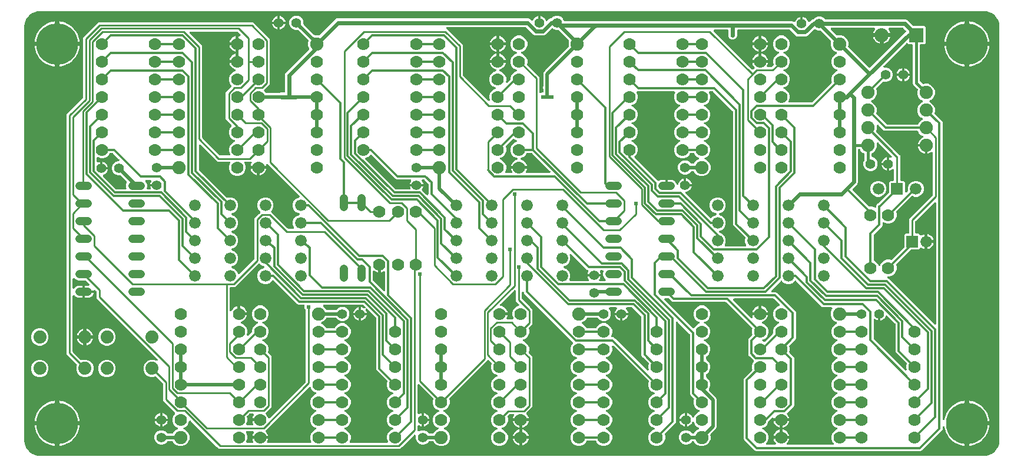
<source format=gbr>
G04 EAGLE Gerber RS-274X export*
G75*
%MOMM*%
%FSLAX34Y34*%
%LPD*%
%INTop Copper*%
%IPPOS*%
%AMOC8*
5,1,8,0,0,1.08239X$1,22.5*%
G01*
%ADD10C,1.422400*%
%ADD11C,1.219200*%
%ADD12C,1.905000*%
%ADD13R,2.032000X2.032000*%
%ADD14C,2.032000*%
%ADD15C,1.676400*%
%ADD16C,1.778000*%
%ADD17C,1.879600*%
%ADD18R,1.676400X1.676400*%
%ADD19C,6.000000*%
%ADD20C,0.508000*%
%ADD21C,0.609600*%
%ADD22C,0.604000*%
%ADD23C,0.304800*%
%ADD24C,0.406400*%
%ADD25C,0.254000*%

G36*
X1384342Y3816D02*
X1384342Y3816D01*
X1384420Y3815D01*
X1387559Y4062D01*
X1387615Y4073D01*
X1387672Y4076D01*
X1387882Y4126D01*
X1387901Y4129D01*
X1387904Y4131D01*
X1387910Y4132D01*
X1393880Y6072D01*
X1393987Y6121D01*
X1394096Y6161D01*
X1394160Y6200D01*
X1394197Y6217D01*
X1394233Y6244D01*
X1394305Y6289D01*
X1399384Y9979D01*
X1399470Y10058D01*
X1399562Y10130D01*
X1399611Y10187D01*
X1399641Y10215D01*
X1399666Y10251D01*
X1399721Y10316D01*
X1403411Y15395D01*
X1403469Y15497D01*
X1403534Y15594D01*
X1403562Y15662D01*
X1403583Y15698D01*
X1403595Y15741D01*
X1403628Y15820D01*
X1405568Y21790D01*
X1405579Y21846D01*
X1405599Y21900D01*
X1405633Y22114D01*
X1405637Y22132D01*
X1405637Y22136D01*
X1405638Y22141D01*
X1405885Y25280D01*
X1405883Y25323D01*
X1405889Y25400D01*
X1405889Y622300D01*
X1405884Y622342D01*
X1405885Y622420D01*
X1405638Y625559D01*
X1405627Y625615D01*
X1405624Y625672D01*
X1405574Y625882D01*
X1405571Y625901D01*
X1405569Y625904D01*
X1405568Y625910D01*
X1403628Y631880D01*
X1403579Y631987D01*
X1403539Y632096D01*
X1403500Y632160D01*
X1403483Y632197D01*
X1403456Y632233D01*
X1403411Y632305D01*
X1399721Y637384D01*
X1399642Y637470D01*
X1399570Y637562D01*
X1399513Y637611D01*
X1399485Y637641D01*
X1399449Y637666D01*
X1399384Y637721D01*
X1394305Y641411D01*
X1394203Y641469D01*
X1394106Y641534D01*
X1394038Y641562D01*
X1394002Y641583D01*
X1393959Y641595D01*
X1393880Y641628D01*
X1387910Y643568D01*
X1387854Y643579D01*
X1387800Y643599D01*
X1387586Y643633D01*
X1387568Y643637D01*
X1387564Y643637D01*
X1387559Y643638D01*
X1384420Y643885D01*
X1384377Y643883D01*
X1384300Y643889D01*
X25400Y643889D01*
X25358Y643884D01*
X25280Y643885D01*
X22141Y643638D01*
X22085Y643627D01*
X22028Y643624D01*
X21818Y643574D01*
X21799Y643571D01*
X21796Y643569D01*
X21790Y643568D01*
X15820Y641628D01*
X15713Y641579D01*
X15604Y641539D01*
X15540Y641500D01*
X15503Y641483D01*
X15467Y641456D01*
X15395Y641411D01*
X10316Y637721D01*
X10230Y637642D01*
X10138Y637570D01*
X10089Y637513D01*
X10059Y637485D01*
X10034Y637449D01*
X9979Y637384D01*
X6289Y632305D01*
X6231Y632203D01*
X6166Y632106D01*
X6138Y632038D01*
X6117Y632002D01*
X6105Y631959D01*
X6072Y631881D01*
X4132Y625910D01*
X4121Y625854D01*
X4101Y625800D01*
X4067Y625586D01*
X4063Y625568D01*
X4063Y625564D01*
X4062Y625559D01*
X3815Y622420D01*
X3817Y622377D01*
X3811Y622300D01*
X3811Y25400D01*
X3816Y25358D01*
X3815Y25280D01*
X4062Y22141D01*
X4073Y22085D01*
X4076Y22028D01*
X4126Y21818D01*
X4129Y21799D01*
X4131Y21796D01*
X4132Y21790D01*
X6072Y15820D01*
X6121Y15713D01*
X6161Y15604D01*
X6200Y15540D01*
X6217Y15503D01*
X6244Y15467D01*
X6289Y15395D01*
X9979Y10316D01*
X10058Y10230D01*
X10130Y10138D01*
X10187Y10089D01*
X10215Y10059D01*
X10251Y10034D01*
X10316Y9979D01*
X15395Y6289D01*
X15497Y6231D01*
X15594Y6166D01*
X15662Y6138D01*
X15698Y6117D01*
X15741Y6105D01*
X15820Y6072D01*
X21790Y4132D01*
X21846Y4121D01*
X21900Y4101D01*
X22114Y4067D01*
X22132Y4063D01*
X22136Y4063D01*
X22141Y4062D01*
X25280Y3815D01*
X25323Y3817D01*
X25400Y3811D01*
X1384300Y3811D01*
X1384342Y3816D01*
G37*
%LPC*%
G36*
X1055730Y10667D02*
X1055730Y10667D01*
X1054050Y11363D01*
X1052549Y12864D01*
X1040294Y25119D01*
X1038793Y26620D01*
X1038097Y28300D01*
X1038097Y113940D01*
X1038793Y115620D01*
X1049969Y126796D01*
X1050016Y126855D01*
X1050071Y126909D01*
X1050124Y126991D01*
X1050185Y127069D01*
X1050218Y127138D01*
X1050259Y127202D01*
X1050292Y127295D01*
X1050334Y127384D01*
X1050350Y127458D01*
X1050376Y127530D01*
X1050387Y127628D01*
X1050408Y127724D01*
X1050406Y127801D01*
X1050415Y127877D01*
X1050403Y127975D01*
X1050402Y128073D01*
X1050383Y128147D01*
X1050374Y128223D01*
X1050328Y128365D01*
X1050317Y128411D01*
X1050308Y128428D01*
X1050299Y128456D01*
X1049781Y129705D01*
X1049781Y134455D01*
X1051599Y138843D01*
X1052143Y139386D01*
X1052159Y139407D01*
X1052179Y139424D01*
X1052267Y139543D01*
X1052359Y139659D01*
X1052370Y139683D01*
X1052386Y139704D01*
X1052445Y139840D01*
X1052508Y139975D01*
X1052514Y140000D01*
X1052524Y140024D01*
X1052550Y140171D01*
X1052581Y140315D01*
X1052581Y140341D01*
X1052586Y140367D01*
X1052578Y140516D01*
X1052575Y140664D01*
X1052569Y140689D01*
X1052568Y140715D01*
X1052527Y140858D01*
X1052490Y141002D01*
X1052478Y141025D01*
X1052471Y141050D01*
X1052399Y141179D01*
X1052331Y141311D01*
X1052314Y141332D01*
X1052301Y141354D01*
X1052143Y141541D01*
X1051279Y142404D01*
X1046644Y147039D01*
X1045143Y148540D01*
X1044447Y150220D01*
X1044447Y171090D01*
X1045143Y172770D01*
X1049969Y177596D01*
X1050016Y177655D01*
X1050071Y177709D01*
X1050124Y177791D01*
X1050185Y177869D01*
X1050218Y177938D01*
X1050259Y178002D01*
X1050292Y178095D01*
X1050334Y178184D01*
X1050350Y178258D01*
X1050376Y178330D01*
X1050387Y178428D01*
X1050408Y178524D01*
X1050406Y178601D01*
X1050415Y178677D01*
X1050403Y178775D01*
X1050402Y178873D01*
X1050383Y178947D01*
X1050374Y179023D01*
X1050328Y179165D01*
X1050317Y179211D01*
X1050308Y179228D01*
X1050299Y179256D01*
X1049781Y180505D01*
X1049781Y185255D01*
X1050299Y186504D01*
X1050320Y186578D01*
X1050350Y186648D01*
X1050368Y186745D01*
X1050395Y186840D01*
X1050398Y186916D01*
X1050412Y186991D01*
X1050407Y187089D01*
X1050412Y187188D01*
X1050398Y187263D01*
X1050394Y187339D01*
X1050367Y187434D01*
X1050349Y187531D01*
X1050319Y187601D01*
X1050297Y187674D01*
X1050249Y187760D01*
X1050210Y187850D01*
X1050165Y187911D01*
X1050127Y187978D01*
X1050030Y188092D01*
X1050002Y188130D01*
X1049988Y188142D01*
X1049969Y188164D01*
X1013282Y224851D01*
X1013183Y224930D01*
X1013089Y225014D01*
X1013047Y225038D01*
X1013009Y225068D01*
X1012895Y225122D01*
X1012784Y225183D01*
X1012738Y225196D01*
X1012694Y225217D01*
X1012571Y225243D01*
X1012449Y225278D01*
X1012388Y225283D01*
X1012353Y225290D01*
X1012305Y225289D01*
X1012205Y225297D01*
X936350Y225297D01*
X934670Y225993D01*
X930224Y230439D01*
X930125Y230518D01*
X930031Y230602D01*
X929989Y230626D01*
X929951Y230656D01*
X929837Y230710D01*
X929726Y230771D01*
X929680Y230784D01*
X929636Y230805D01*
X929513Y230831D01*
X929391Y230866D01*
X929330Y230871D01*
X929295Y230878D01*
X929247Y230877D01*
X929147Y230885D01*
X925373Y230885D01*
X925273Y230874D01*
X925173Y230872D01*
X925101Y230854D01*
X925027Y230845D01*
X924932Y230812D01*
X924835Y230787D01*
X924769Y230753D01*
X924699Y230728D01*
X924614Y230673D01*
X924525Y230627D01*
X924468Y230579D01*
X924406Y230539D01*
X924336Y230467D01*
X924260Y230402D01*
X924215Y230342D01*
X924164Y230288D01*
X924112Y230202D01*
X924052Y230121D01*
X924023Y230053D01*
X923985Y229989D01*
X923954Y229893D01*
X923914Y229801D01*
X923901Y229728D01*
X923879Y229657D01*
X923871Y229557D01*
X923853Y229458D01*
X923857Y229384D01*
X923851Y229310D01*
X923866Y229210D01*
X923871Y229110D01*
X923891Y229039D01*
X923902Y228965D01*
X923939Y228872D01*
X923967Y228775D01*
X924004Y228710D01*
X924031Y228641D01*
X924088Y228559D01*
X924137Y228471D01*
X924203Y228395D01*
X924230Y228355D01*
X924256Y228331D01*
X924296Y228285D01*
X964749Y187832D01*
X964867Y187739D01*
X964982Y187641D01*
X965003Y187630D01*
X965022Y187615D01*
X965158Y187551D01*
X965292Y187482D01*
X965315Y187477D01*
X965337Y187466D01*
X965484Y187435D01*
X965630Y187398D01*
X965654Y187398D01*
X965678Y187393D01*
X965828Y187395D01*
X965978Y187393D01*
X966002Y187398D01*
X966026Y187399D01*
X966172Y187435D01*
X966319Y187468D01*
X966341Y187478D01*
X966364Y187484D01*
X966498Y187553D01*
X966634Y187617D01*
X966652Y187632D01*
X966674Y187643D01*
X966789Y187741D01*
X966906Y187835D01*
X966921Y187854D01*
X966939Y187869D01*
X967029Y187990D01*
X967122Y188108D01*
X967135Y188134D01*
X967147Y188150D01*
X967165Y188193D01*
X967233Y188326D01*
X967779Y189643D01*
X971137Y193001D01*
X973966Y194173D01*
X974053Y194221D01*
X974146Y194262D01*
X974205Y194306D01*
X974270Y194342D01*
X974345Y194409D01*
X974425Y194469D01*
X974473Y194526D01*
X974528Y194576D01*
X974586Y194659D01*
X974650Y194735D01*
X974684Y194802D01*
X974727Y194863D01*
X974763Y194956D01*
X974809Y195046D01*
X974827Y195118D01*
X974854Y195187D01*
X974869Y195286D01*
X974893Y195384D01*
X974894Y195458D01*
X974905Y195532D01*
X974897Y195632D01*
X974898Y195732D01*
X974882Y195805D01*
X974876Y195879D01*
X974845Y195975D01*
X974824Y196073D01*
X974792Y196140D01*
X974769Y196211D01*
X974717Y196297D01*
X974674Y196388D01*
X974628Y196446D01*
X974590Y196509D01*
X974519Y196582D01*
X974457Y196660D01*
X974399Y196706D01*
X974347Y196759D01*
X974262Y196814D01*
X974183Y196876D01*
X974094Y196922D01*
X974053Y196948D01*
X974020Y196960D01*
X973966Y196987D01*
X971137Y198159D01*
X967779Y201517D01*
X965961Y205905D01*
X965961Y210655D01*
X967779Y215043D01*
X971137Y218401D01*
X975525Y220219D01*
X980275Y220219D01*
X984663Y218401D01*
X988021Y215043D01*
X989839Y210655D01*
X989839Y205905D01*
X988021Y201517D01*
X984663Y198159D01*
X981834Y196987D01*
X981747Y196939D01*
X981654Y196899D01*
X981595Y196854D01*
X981530Y196818D01*
X981455Y196751D01*
X981375Y196691D01*
X981327Y196634D01*
X981272Y196584D01*
X981215Y196501D01*
X981150Y196425D01*
X981116Y196358D01*
X981073Y196297D01*
X981037Y196204D01*
X980991Y196114D01*
X980973Y196042D01*
X980946Y195973D01*
X980931Y195873D01*
X980907Y195776D01*
X980906Y195702D01*
X980895Y195628D01*
X980903Y195528D01*
X980902Y195428D01*
X980918Y195355D01*
X980924Y195281D01*
X980955Y195185D01*
X980976Y195087D01*
X981008Y195020D01*
X981031Y194949D01*
X981083Y194863D01*
X981126Y194772D01*
X981172Y194714D01*
X981210Y194651D01*
X981281Y194578D01*
X981343Y194500D01*
X981401Y194454D01*
X981453Y194401D01*
X981538Y194346D01*
X981617Y194284D01*
X981706Y194238D01*
X981747Y194212D01*
X981780Y194200D01*
X981834Y194173D01*
X984663Y193001D01*
X988021Y189643D01*
X989839Y185255D01*
X989839Y180505D01*
X988021Y176117D01*
X984663Y172759D01*
X981834Y171587D01*
X981747Y171539D01*
X981654Y171499D01*
X981595Y171454D01*
X981530Y171418D01*
X981455Y171351D01*
X981375Y171291D01*
X981327Y171234D01*
X981272Y171184D01*
X981215Y171101D01*
X981150Y171025D01*
X981116Y170958D01*
X981073Y170897D01*
X981037Y170804D01*
X980991Y170714D01*
X980973Y170642D01*
X980946Y170573D01*
X980931Y170473D01*
X980907Y170376D01*
X980906Y170302D01*
X980895Y170228D01*
X980903Y170128D01*
X980902Y170028D01*
X980918Y169955D01*
X980924Y169881D01*
X980955Y169785D01*
X980976Y169687D01*
X981008Y169620D01*
X981031Y169549D01*
X981083Y169463D01*
X981126Y169372D01*
X981172Y169314D01*
X981210Y169251D01*
X981281Y169178D01*
X981343Y169100D01*
X981401Y169054D01*
X981453Y169001D01*
X981538Y168946D01*
X981617Y168884D01*
X981706Y168838D01*
X981747Y168812D01*
X981780Y168800D01*
X981834Y168773D01*
X984663Y167601D01*
X988021Y164243D01*
X989839Y159855D01*
X989839Y155105D01*
X988021Y150717D01*
X984663Y147359D01*
X984429Y147262D01*
X984362Y147225D01*
X984291Y147197D01*
X984210Y147141D01*
X984124Y147093D01*
X984068Y147041D01*
X984005Y146998D01*
X983939Y146925D01*
X983866Y146859D01*
X983823Y146796D01*
X983772Y146739D01*
X983724Y146653D01*
X983668Y146572D01*
X983640Y146501D01*
X983603Y146434D01*
X983576Y146339D01*
X983540Y146248D01*
X983529Y146172D01*
X983508Y146099D01*
X983496Y145950D01*
X983489Y145903D01*
X983491Y145884D01*
X983489Y145855D01*
X983489Y143705D01*
X983497Y143629D01*
X983496Y143553D01*
X983517Y143457D01*
X983529Y143359D01*
X983554Y143287D01*
X983571Y143212D01*
X983613Y143124D01*
X983646Y143031D01*
X983688Y142967D01*
X983720Y142898D01*
X983782Y142821D01*
X983835Y142738D01*
X983890Y142685D01*
X983938Y142625D01*
X984015Y142564D01*
X984086Y142496D01*
X984151Y142457D01*
X984211Y142409D01*
X984345Y142341D01*
X984385Y142317D01*
X984403Y142311D01*
X984429Y142298D01*
X984663Y142201D01*
X988021Y138843D01*
X989839Y134455D01*
X989839Y129705D01*
X988021Y125317D01*
X984663Y121959D01*
X984429Y121862D01*
X984362Y121825D01*
X984291Y121797D01*
X984210Y121741D01*
X984124Y121693D01*
X984068Y121641D01*
X984005Y121598D01*
X983939Y121525D01*
X983866Y121459D01*
X983823Y121396D01*
X983772Y121339D01*
X983724Y121253D01*
X983668Y121172D01*
X983640Y121101D01*
X983603Y121034D01*
X983576Y120939D01*
X983540Y120848D01*
X983529Y120772D01*
X983508Y120699D01*
X983496Y120550D01*
X983489Y120503D01*
X983491Y120484D01*
X983489Y120455D01*
X983489Y118305D01*
X983497Y118229D01*
X983496Y118153D01*
X983517Y118057D01*
X983529Y117959D01*
X983554Y117887D01*
X983571Y117812D01*
X983613Y117724D01*
X983646Y117631D01*
X983688Y117567D01*
X983720Y117498D01*
X983782Y117421D01*
X983835Y117338D01*
X983890Y117285D01*
X983938Y117225D01*
X984015Y117164D01*
X984086Y117096D01*
X984151Y117057D01*
X984211Y117009D01*
X984345Y116941D01*
X984385Y116917D01*
X984403Y116911D01*
X984429Y116898D01*
X984663Y116801D01*
X988021Y113443D01*
X989839Y109055D01*
X989839Y104305D01*
X987983Y99825D01*
X987974Y99814D01*
X987962Y99790D01*
X987947Y99768D01*
X987888Y99632D01*
X987825Y99498D01*
X987819Y99472D01*
X987809Y99448D01*
X987782Y99303D01*
X987751Y99158D01*
X987752Y99131D01*
X987747Y99105D01*
X987754Y98958D01*
X987757Y98809D01*
X987763Y98784D01*
X987765Y98757D01*
X987806Y98615D01*
X987842Y98471D01*
X987854Y98448D01*
X987861Y98422D01*
X987934Y98293D01*
X988001Y98161D01*
X988019Y98141D01*
X988031Y98118D01*
X988190Y97932D01*
X998640Y87482D01*
X999491Y85428D01*
X999491Y45382D01*
X998640Y43328D01*
X990555Y35243D01*
X990507Y35183D01*
X990452Y35130D01*
X990399Y35047D01*
X990338Y34970D01*
X990305Y34901D01*
X990264Y34836D01*
X990231Y34744D01*
X990189Y34655D01*
X990173Y34580D01*
X990147Y34508D01*
X990136Y34410D01*
X990116Y34314D01*
X990117Y34238D01*
X990109Y34162D01*
X990120Y34064D01*
X990122Y33966D01*
X990140Y33891D01*
X990149Y33816D01*
X990195Y33673D01*
X990207Y33628D01*
X990216Y33611D01*
X990224Y33583D01*
X990474Y32981D01*
X990474Y27979D01*
X988559Y23358D01*
X985022Y19821D01*
X980401Y17906D01*
X975399Y17906D01*
X970778Y19821D01*
X967241Y23358D01*
X966995Y23951D01*
X966958Y24018D01*
X966929Y24089D01*
X966873Y24169D01*
X966825Y24256D01*
X966774Y24312D01*
X966730Y24375D01*
X966657Y24441D01*
X966591Y24514D01*
X966528Y24557D01*
X966472Y24608D01*
X966385Y24656D01*
X966305Y24712D01*
X966234Y24740D01*
X966167Y24777D01*
X966072Y24804D01*
X965980Y24840D01*
X965905Y24851D01*
X965831Y24872D01*
X965682Y24884D01*
X965636Y24891D01*
X965616Y24889D01*
X965587Y24891D01*
X964452Y24891D01*
X964326Y24877D01*
X964200Y24870D01*
X964153Y24857D01*
X964105Y24851D01*
X963987Y24809D01*
X963865Y24774D01*
X963823Y24750D01*
X963777Y24734D01*
X963671Y24665D01*
X963561Y24604D01*
X963515Y24564D01*
X963485Y24545D01*
X963451Y24510D01*
X963375Y24445D01*
X960796Y21866D01*
X957061Y20319D01*
X953019Y20319D01*
X949284Y21866D01*
X946426Y24724D01*
X944879Y28459D01*
X944879Y32501D01*
X946426Y36236D01*
X949284Y39094D01*
X953019Y40641D01*
X957061Y40641D01*
X960796Y39094D01*
X963375Y36515D01*
X963474Y36436D01*
X963567Y36352D01*
X963610Y36328D01*
X963648Y36298D01*
X963762Y36244D01*
X963872Y36183D01*
X963919Y36170D01*
X963963Y36149D01*
X964086Y36123D01*
X964208Y36088D01*
X964269Y36083D01*
X964303Y36076D01*
X964351Y36077D01*
X964452Y36069D01*
X965587Y36069D01*
X965663Y36077D01*
X965740Y36076D01*
X965836Y36097D01*
X965934Y36109D01*
X966006Y36134D01*
X966080Y36151D01*
X966169Y36193D01*
X966262Y36226D01*
X966326Y36268D01*
X966395Y36300D01*
X966472Y36362D01*
X966555Y36415D01*
X966608Y36470D01*
X966667Y36518D01*
X966728Y36595D01*
X966797Y36666D01*
X966836Y36731D01*
X966883Y36791D01*
X966951Y36924D01*
X966976Y36965D01*
X966981Y36983D01*
X966995Y37009D01*
X967241Y37602D01*
X970778Y41139D01*
X973136Y42116D01*
X973224Y42165D01*
X973316Y42205D01*
X973376Y42250D01*
X973441Y42286D01*
X973515Y42353D01*
X973596Y42413D01*
X973644Y42470D01*
X973699Y42520D01*
X973756Y42603D01*
X973821Y42679D01*
X973855Y42745D01*
X973897Y42807D01*
X973934Y42900D01*
X973979Y42989D01*
X973997Y43062D01*
X974025Y43131D01*
X974039Y43230D01*
X974064Y43328D01*
X974065Y43402D01*
X974076Y43476D01*
X974067Y43576D01*
X974069Y43676D01*
X974053Y43749D01*
X974047Y43823D01*
X974016Y43918D01*
X973994Y44017D01*
X973962Y44084D01*
X973940Y44154D01*
X973888Y44241D01*
X973845Y44331D01*
X973798Y44389D01*
X973760Y44453D01*
X973690Y44525D01*
X973627Y44604D01*
X973569Y44650D01*
X973517Y44703D01*
X973432Y44757D01*
X973354Y44820D01*
X973264Y44865D01*
X973224Y44891D01*
X973190Y44903D01*
X973136Y44931D01*
X971137Y45759D01*
X967779Y49117D01*
X966644Y51857D01*
X966624Y51893D01*
X966611Y51932D01*
X966540Y52045D01*
X966474Y52162D01*
X966447Y52192D01*
X966426Y52227D01*
X966330Y52321D01*
X966240Y52420D01*
X966207Y52443D01*
X966178Y52472D01*
X966064Y52542D01*
X965954Y52618D01*
X965916Y52633D01*
X965881Y52655D01*
X965754Y52697D01*
X965629Y52746D01*
X965589Y52752D01*
X965551Y52765D01*
X965417Y52778D01*
X965285Y52797D01*
X965244Y52794D01*
X965204Y52797D01*
X965071Y52779D01*
X964937Y52768D01*
X964899Y52756D01*
X964858Y52750D01*
X964733Y52702D01*
X964606Y52661D01*
X964571Y52640D01*
X964533Y52626D01*
X964422Y52551D01*
X964307Y52481D01*
X964278Y52453D01*
X964244Y52430D01*
X964153Y52332D01*
X964057Y52239D01*
X964035Y52204D01*
X964007Y52174D01*
X963879Y51966D01*
X963296Y50821D01*
X962403Y49592D01*
X961328Y48517D01*
X960099Y47624D01*
X958745Y46934D01*
X957300Y46465D01*
X956789Y46384D01*
X956789Y55654D01*
X956786Y55680D01*
X956788Y55706D01*
X956767Y55851D01*
X956770Y55862D01*
X956789Y56106D01*
X956789Y65376D01*
X957300Y65295D01*
X958745Y64826D01*
X960099Y64136D01*
X961328Y63243D01*
X962403Y62168D01*
X963296Y60939D01*
X963879Y59794D01*
X963902Y59760D01*
X963918Y59723D01*
X963998Y59615D01*
X964072Y59504D01*
X964102Y59476D01*
X964126Y59443D01*
X964228Y59357D01*
X964326Y59265D01*
X964361Y59244D01*
X964392Y59218D01*
X964511Y59157D01*
X964627Y59089D01*
X964666Y59078D01*
X964702Y59059D01*
X964832Y59027D01*
X964960Y58987D01*
X965001Y58985D01*
X965040Y58975D01*
X965174Y58973D01*
X965308Y58964D01*
X965348Y58970D01*
X965389Y58970D01*
X965520Y58998D01*
X965652Y59020D01*
X965690Y59035D01*
X965729Y59044D01*
X965850Y59102D01*
X965974Y59153D01*
X966007Y59176D01*
X966044Y59194D01*
X966149Y59277D01*
X966258Y59355D01*
X966285Y59386D01*
X966316Y59411D01*
X966399Y59516D01*
X966488Y59617D01*
X966507Y59653D01*
X966532Y59685D01*
X966644Y59903D01*
X967779Y62643D01*
X971137Y66001D01*
X973966Y67173D01*
X974053Y67221D01*
X974146Y67262D01*
X974205Y67306D01*
X974270Y67342D01*
X974345Y67409D01*
X974425Y67469D01*
X974473Y67526D01*
X974528Y67576D01*
X974586Y67659D01*
X974650Y67735D01*
X974684Y67802D01*
X974727Y67863D01*
X974763Y67956D01*
X974809Y68046D01*
X974827Y68118D01*
X974854Y68187D01*
X974869Y68286D01*
X974893Y68384D01*
X974894Y68458D01*
X974905Y68532D01*
X974897Y68632D01*
X974898Y68732D01*
X974882Y68805D01*
X974876Y68879D01*
X974845Y68975D01*
X974824Y69073D01*
X974792Y69140D01*
X974769Y69211D01*
X974717Y69297D01*
X974674Y69388D01*
X974628Y69446D01*
X974590Y69509D01*
X974519Y69582D01*
X974457Y69660D01*
X974399Y69706D01*
X974347Y69759D01*
X974262Y69814D01*
X974183Y69876D01*
X974094Y69922D01*
X974053Y69948D01*
X974020Y69960D01*
X973966Y69987D01*
X971137Y71159D01*
X967779Y74517D01*
X965961Y78905D01*
X965961Y83655D01*
X966479Y84904D01*
X966500Y84978D01*
X966530Y85048D01*
X966548Y85145D01*
X966575Y85240D01*
X966578Y85316D01*
X966592Y85391D01*
X966587Y85489D01*
X966592Y85588D01*
X966578Y85663D01*
X966574Y85739D01*
X966547Y85834D01*
X966529Y85930D01*
X966499Y86001D01*
X966477Y86074D01*
X966429Y86160D01*
X966390Y86250D01*
X966345Y86311D01*
X966307Y86378D01*
X966210Y86492D01*
X966182Y86530D01*
X966168Y86542D01*
X966149Y86564D01*
X961577Y91136D01*
X960881Y92816D01*
X960881Y178135D01*
X960867Y178261D01*
X960860Y178387D01*
X960847Y178433D01*
X960841Y178481D01*
X960799Y178600D01*
X960764Y178722D01*
X960740Y178764D01*
X960724Y178809D01*
X960655Y178916D01*
X960594Y179026D01*
X960554Y179072D01*
X960535Y179102D01*
X960500Y179136D01*
X960435Y179212D01*
X943163Y196484D01*
X943085Y196546D01*
X943012Y196616D01*
X942948Y196655D01*
X942890Y196701D01*
X942799Y196744D01*
X942713Y196795D01*
X942642Y196818D01*
X942575Y196850D01*
X942477Y196871D01*
X942381Y196901D01*
X942307Y196907D01*
X942234Y196923D01*
X942134Y196921D01*
X942034Y196929D01*
X941960Y196918D01*
X941886Y196917D01*
X941789Y196893D01*
X941689Y196878D01*
X941620Y196850D01*
X941548Y196832D01*
X941458Y196786D01*
X941365Y196749D01*
X941304Y196707D01*
X941238Y196672D01*
X941161Y196607D01*
X941079Y196550D01*
X941029Y196495D01*
X940973Y196447D01*
X940913Y196366D01*
X940846Y196291D01*
X940810Y196226D01*
X940765Y196166D01*
X940726Y196074D01*
X940677Y195986D01*
X940657Y195915D01*
X940627Y195846D01*
X940610Y195748D01*
X940582Y195651D01*
X940574Y195551D01*
X940566Y195503D01*
X940568Y195468D01*
X940563Y195407D01*
X940563Y52430D01*
X939867Y50750D01*
X924881Y35764D01*
X924834Y35705D01*
X924779Y35651D01*
X924726Y35568D01*
X924665Y35491D01*
X924632Y35422D01*
X924591Y35358D01*
X924558Y35265D01*
X924516Y35176D01*
X924500Y35102D01*
X924474Y35030D01*
X924463Y34932D01*
X924442Y34836D01*
X924444Y34759D01*
X924435Y34683D01*
X924447Y34585D01*
X924448Y34487D01*
X924467Y34413D01*
X924476Y34337D01*
X924522Y34195D01*
X924533Y34149D01*
X924542Y34132D01*
X924551Y34104D01*
X925069Y32855D01*
X925069Y28105D01*
X923251Y23717D01*
X919893Y20359D01*
X915505Y18541D01*
X910755Y18541D01*
X906367Y20359D01*
X903009Y23717D01*
X901191Y28105D01*
X901191Y32855D01*
X903009Y37243D01*
X906367Y40601D01*
X909196Y41773D01*
X909283Y41821D01*
X909375Y41861D01*
X909435Y41906D01*
X909500Y41942D01*
X909575Y42009D01*
X909655Y42069D01*
X909703Y42126D01*
X909758Y42176D01*
X909815Y42259D01*
X909880Y42335D01*
X909914Y42402D01*
X909957Y42463D01*
X909993Y42556D01*
X910039Y42646D01*
X910057Y42718D01*
X910084Y42787D01*
X910099Y42886D01*
X910123Y42984D01*
X910124Y43058D01*
X910135Y43132D01*
X910127Y43232D01*
X910128Y43332D01*
X910112Y43405D01*
X910106Y43479D01*
X910075Y43575D01*
X910054Y43673D01*
X910022Y43740D01*
X909999Y43811D01*
X909947Y43897D01*
X909904Y43988D01*
X909858Y44046D01*
X909820Y44109D01*
X909749Y44182D01*
X909687Y44260D01*
X909629Y44306D01*
X909577Y44359D01*
X909492Y44414D01*
X909413Y44476D01*
X909324Y44522D01*
X909283Y44548D01*
X909250Y44560D01*
X909196Y44587D01*
X906367Y45759D01*
X903009Y49117D01*
X901191Y53505D01*
X901191Y58255D01*
X903009Y62643D01*
X906367Y66001D01*
X909196Y67173D01*
X909283Y67221D01*
X909375Y67261D01*
X909435Y67306D01*
X909500Y67342D01*
X909575Y67409D01*
X909655Y67469D01*
X909703Y67526D01*
X909758Y67576D01*
X909815Y67659D01*
X909880Y67735D01*
X909914Y67802D01*
X909957Y67863D01*
X909993Y67956D01*
X910039Y68046D01*
X910057Y68118D01*
X910084Y68187D01*
X910099Y68286D01*
X910123Y68384D01*
X910124Y68458D01*
X910135Y68532D01*
X910127Y68632D01*
X910128Y68732D01*
X910112Y68805D01*
X910106Y68879D01*
X910075Y68975D01*
X910054Y69073D01*
X910022Y69140D01*
X909999Y69211D01*
X909947Y69297D01*
X909904Y69388D01*
X909858Y69446D01*
X909820Y69509D01*
X909749Y69582D01*
X909687Y69660D01*
X909629Y69706D01*
X909577Y69759D01*
X909492Y69814D01*
X909413Y69876D01*
X909324Y69922D01*
X909283Y69948D01*
X909250Y69960D01*
X909196Y69987D01*
X906367Y71159D01*
X903009Y74517D01*
X901191Y78905D01*
X901191Y83655D01*
X903009Y88043D01*
X906367Y91401D01*
X909196Y92573D01*
X909283Y92621D01*
X909375Y92661D01*
X909435Y92706D01*
X909500Y92742D01*
X909575Y92809D01*
X909655Y92869D01*
X909703Y92926D01*
X909758Y92976D01*
X909815Y93059D01*
X909880Y93135D01*
X909914Y93202D01*
X909957Y93263D01*
X909993Y93356D01*
X910039Y93446D01*
X910057Y93518D01*
X910084Y93587D01*
X910099Y93686D01*
X910123Y93784D01*
X910124Y93858D01*
X910135Y93932D01*
X910127Y94032D01*
X910128Y94132D01*
X910112Y94205D01*
X910106Y94279D01*
X910075Y94375D01*
X910054Y94473D01*
X910022Y94540D01*
X909999Y94611D01*
X909947Y94697D01*
X909904Y94788D01*
X909858Y94846D01*
X909820Y94909D01*
X909749Y94982D01*
X909687Y95060D01*
X909629Y95106D01*
X909577Y95159D01*
X909492Y95214D01*
X909413Y95276D01*
X909324Y95322D01*
X909283Y95348D01*
X909250Y95360D01*
X909196Y95387D01*
X906367Y96559D01*
X903009Y99917D01*
X901191Y104305D01*
X901191Y109055D01*
X901709Y110304D01*
X901730Y110378D01*
X901760Y110448D01*
X901778Y110545D01*
X901805Y110640D01*
X901808Y110716D01*
X901822Y110791D01*
X901817Y110889D01*
X901822Y110988D01*
X901808Y111063D01*
X901804Y111139D01*
X901777Y111234D01*
X901759Y111331D01*
X901729Y111401D01*
X901707Y111474D01*
X901659Y111560D01*
X901620Y111650D01*
X901575Y111711D01*
X901537Y111778D01*
X901440Y111892D01*
X901412Y111930D01*
X901398Y111942D01*
X901379Y111964D01*
X851017Y162326D01*
X850978Y162357D01*
X850944Y162395D01*
X850841Y162466D01*
X850744Y162543D01*
X850699Y162564D01*
X850657Y162593D01*
X850541Y162639D01*
X850429Y162692D01*
X850380Y162702D01*
X850333Y162721D01*
X850210Y162739D01*
X850088Y162765D01*
X850038Y162764D01*
X849988Y162772D01*
X849864Y162761D01*
X849740Y162759D01*
X849691Y162747D01*
X849641Y162743D01*
X849522Y162704D01*
X849402Y162674D01*
X849357Y162651D01*
X849309Y162636D01*
X849203Y162571D01*
X849092Y162514D01*
X849054Y162482D01*
X849011Y162456D01*
X848921Y162369D01*
X848827Y162289D01*
X848797Y162248D01*
X848761Y162213D01*
X848693Y162108D01*
X848619Y162008D01*
X848599Y161962D01*
X848572Y161920D01*
X848531Y161802D01*
X848481Y161688D01*
X848473Y161639D01*
X848456Y161591D01*
X848442Y161468D01*
X848420Y161345D01*
X848422Y161295D01*
X848417Y161245D01*
X848431Y161121D01*
X848438Y160997D01*
X848452Y160949D01*
X848458Y160899D01*
X848533Y160666D01*
X848869Y159855D01*
X848869Y155105D01*
X847051Y150717D01*
X843693Y147359D01*
X840864Y146187D01*
X840777Y146138D01*
X840685Y146098D01*
X840625Y146054D01*
X840560Y146018D01*
X840485Y145951D01*
X840405Y145891D01*
X840357Y145834D01*
X840302Y145784D01*
X840244Y145701D01*
X840180Y145625D01*
X840146Y145558D01*
X840103Y145497D01*
X840067Y145404D01*
X840021Y145314D01*
X840003Y145242D01*
X839976Y145173D01*
X839961Y145074D01*
X839937Y144976D01*
X839936Y144902D01*
X839925Y144828D01*
X839933Y144728D01*
X839932Y144628D01*
X839948Y144555D01*
X839954Y144481D01*
X839985Y144385D01*
X840006Y144287D01*
X840038Y144220D01*
X840061Y144149D01*
X840113Y144063D01*
X840156Y143972D01*
X840202Y143914D01*
X840241Y143851D01*
X840310Y143779D01*
X840373Y143700D01*
X840432Y143654D01*
X840483Y143601D01*
X840568Y143546D01*
X840647Y143484D01*
X840736Y143438D01*
X840777Y143412D01*
X840810Y143400D01*
X840864Y143373D01*
X843693Y142201D01*
X847051Y138843D01*
X848869Y134455D01*
X848869Y129705D01*
X847051Y125317D01*
X843693Y121959D01*
X840864Y120787D01*
X840777Y120738D01*
X840685Y120698D01*
X840625Y120654D01*
X840560Y120618D01*
X840485Y120551D01*
X840405Y120491D01*
X840357Y120434D01*
X840302Y120384D01*
X840244Y120301D01*
X840180Y120225D01*
X840146Y120158D01*
X840103Y120097D01*
X840067Y120004D01*
X840021Y119914D01*
X840003Y119842D01*
X839976Y119773D01*
X839961Y119674D01*
X839937Y119576D01*
X839936Y119502D01*
X839925Y119428D01*
X839933Y119328D01*
X839932Y119228D01*
X839948Y119155D01*
X839954Y119081D01*
X839985Y118985D01*
X840006Y118887D01*
X840038Y118820D01*
X840061Y118749D01*
X840113Y118663D01*
X840156Y118572D01*
X840202Y118514D01*
X840241Y118451D01*
X840310Y118379D01*
X840373Y118300D01*
X840432Y118254D01*
X840483Y118201D01*
X840568Y118146D01*
X840647Y118084D01*
X840736Y118038D01*
X840777Y118012D01*
X840810Y118000D01*
X840864Y117973D01*
X843693Y116801D01*
X847051Y113443D01*
X848869Y109055D01*
X848869Y104305D01*
X847051Y99917D01*
X843693Y96559D01*
X840864Y95387D01*
X840777Y95338D01*
X840685Y95298D01*
X840625Y95254D01*
X840560Y95218D01*
X840485Y95151D01*
X840405Y95091D01*
X840357Y95034D01*
X840302Y94984D01*
X840244Y94901D01*
X840180Y94825D01*
X840146Y94758D01*
X840103Y94697D01*
X840067Y94604D01*
X840021Y94514D01*
X840003Y94442D01*
X839976Y94373D01*
X839961Y94274D01*
X839937Y94176D01*
X839936Y94102D01*
X839925Y94028D01*
X839933Y93928D01*
X839932Y93828D01*
X839948Y93755D01*
X839954Y93681D01*
X839985Y93585D01*
X840006Y93487D01*
X840038Y93420D01*
X840061Y93349D01*
X840113Y93263D01*
X840156Y93172D01*
X840202Y93114D01*
X840241Y93051D01*
X840310Y92979D01*
X840373Y92900D01*
X840432Y92854D01*
X840483Y92801D01*
X840568Y92746D01*
X840647Y92684D01*
X840736Y92638D01*
X840777Y92612D01*
X840810Y92600D01*
X840864Y92573D01*
X843693Y91401D01*
X847051Y88043D01*
X848869Y83655D01*
X848869Y78905D01*
X847051Y74517D01*
X843693Y71159D01*
X840864Y69987D01*
X840777Y69938D01*
X840685Y69898D01*
X840625Y69854D01*
X840560Y69818D01*
X840485Y69751D01*
X840405Y69691D01*
X840357Y69634D01*
X840302Y69584D01*
X840244Y69501D01*
X840180Y69425D01*
X840146Y69358D01*
X840103Y69297D01*
X840067Y69204D01*
X840021Y69114D01*
X840003Y69042D01*
X839976Y68973D01*
X839961Y68874D01*
X839937Y68776D01*
X839936Y68702D01*
X839925Y68628D01*
X839933Y68528D01*
X839932Y68428D01*
X839948Y68355D01*
X839954Y68281D01*
X839985Y68185D01*
X840006Y68087D01*
X840038Y68020D01*
X840061Y67949D01*
X840113Y67863D01*
X840156Y67772D01*
X840202Y67714D01*
X840241Y67651D01*
X840310Y67579D01*
X840373Y67500D01*
X840432Y67454D01*
X840483Y67401D01*
X840568Y67346D01*
X840647Y67284D01*
X840736Y67238D01*
X840777Y67212D01*
X840810Y67200D01*
X840864Y67173D01*
X843693Y66001D01*
X847051Y62643D01*
X848869Y58255D01*
X848869Y53505D01*
X847051Y49117D01*
X843693Y45759D01*
X840864Y44587D01*
X840777Y44538D01*
X840685Y44498D01*
X840625Y44454D01*
X840560Y44418D01*
X840485Y44351D01*
X840405Y44291D01*
X840357Y44234D01*
X840302Y44184D01*
X840244Y44101D01*
X840180Y44025D01*
X840146Y43958D01*
X840103Y43897D01*
X840067Y43804D01*
X840021Y43714D01*
X840003Y43642D01*
X839976Y43573D01*
X839961Y43474D01*
X839937Y43376D01*
X839936Y43302D01*
X839925Y43228D01*
X839933Y43128D01*
X839932Y43028D01*
X839948Y42955D01*
X839954Y42881D01*
X839985Y42785D01*
X840006Y42687D01*
X840038Y42620D01*
X840061Y42549D01*
X840113Y42463D01*
X840156Y42372D01*
X840202Y42314D01*
X840241Y42251D01*
X840310Y42179D01*
X840373Y42100D01*
X840432Y42054D01*
X840483Y42001D01*
X840568Y41946D01*
X840647Y41884D01*
X840736Y41838D01*
X840777Y41812D01*
X840810Y41800D01*
X840864Y41773D01*
X843693Y40601D01*
X847051Y37243D01*
X848869Y32855D01*
X848869Y28105D01*
X847051Y23717D01*
X843693Y20359D01*
X839305Y18541D01*
X834555Y18541D01*
X830167Y20359D01*
X826809Y23717D01*
X826291Y24967D01*
X826254Y25034D01*
X826226Y25105D01*
X826170Y25185D01*
X826122Y25272D01*
X826070Y25328D01*
X826027Y25391D01*
X825954Y25457D01*
X825888Y25530D01*
X825825Y25573D01*
X825768Y25624D01*
X825682Y25672D01*
X825601Y25728D01*
X825530Y25756D01*
X825463Y25793D01*
X825368Y25820D01*
X825277Y25856D01*
X825201Y25867D01*
X825128Y25888D01*
X824979Y25900D01*
X824932Y25907D01*
X824913Y25905D01*
X824884Y25907D01*
X813416Y25907D01*
X813340Y25899D01*
X813264Y25900D01*
X813167Y25879D01*
X813070Y25867D01*
X812998Y25842D01*
X812923Y25825D01*
X812834Y25783D01*
X812742Y25750D01*
X812677Y25708D01*
X812609Y25676D01*
X812532Y25614D01*
X812449Y25561D01*
X812396Y25506D01*
X812336Y25458D01*
X812275Y25381D01*
X812207Y25310D01*
X812168Y25245D01*
X812120Y25185D01*
X812052Y25052D01*
X812028Y25011D01*
X812022Y24993D01*
X812009Y24967D01*
X811491Y23717D01*
X808133Y20359D01*
X803745Y18541D01*
X798995Y18541D01*
X794607Y20359D01*
X791249Y23717D01*
X789431Y28105D01*
X789431Y32855D01*
X791249Y37243D01*
X794607Y40601D01*
X797436Y41773D01*
X797523Y41821D01*
X797616Y41861D01*
X797675Y41906D01*
X797740Y41942D01*
X797815Y42009D01*
X797895Y42069D01*
X797943Y42126D01*
X797998Y42176D01*
X798055Y42259D01*
X798120Y42335D01*
X798154Y42402D01*
X798197Y42463D01*
X798233Y42556D01*
X798279Y42646D01*
X798297Y42718D01*
X798324Y42787D01*
X798339Y42887D01*
X798363Y42984D01*
X798364Y43058D01*
X798375Y43132D01*
X798367Y43232D01*
X798368Y43332D01*
X798352Y43405D01*
X798346Y43479D01*
X798315Y43575D01*
X798294Y43673D01*
X798262Y43740D01*
X798239Y43811D01*
X798187Y43897D01*
X798144Y43988D01*
X798098Y44046D01*
X798060Y44109D01*
X797989Y44182D01*
X797927Y44260D01*
X797869Y44306D01*
X797817Y44359D01*
X797732Y44414D01*
X797653Y44476D01*
X797564Y44522D01*
X797523Y44548D01*
X797490Y44560D01*
X797436Y44587D01*
X794607Y45759D01*
X791249Y49117D01*
X789431Y53505D01*
X789431Y58255D01*
X791249Y62643D01*
X794607Y66001D01*
X797436Y67173D01*
X797523Y67221D01*
X797616Y67261D01*
X797675Y67306D01*
X797740Y67342D01*
X797815Y67409D01*
X797895Y67469D01*
X797943Y67526D01*
X797998Y67576D01*
X798055Y67659D01*
X798120Y67735D01*
X798154Y67802D01*
X798197Y67863D01*
X798233Y67956D01*
X798279Y68046D01*
X798297Y68118D01*
X798324Y68187D01*
X798339Y68287D01*
X798363Y68384D01*
X798364Y68458D01*
X798375Y68532D01*
X798367Y68632D01*
X798368Y68732D01*
X798352Y68805D01*
X798346Y68879D01*
X798315Y68975D01*
X798294Y69073D01*
X798262Y69140D01*
X798239Y69211D01*
X798187Y69297D01*
X798144Y69388D01*
X798098Y69446D01*
X798060Y69509D01*
X797989Y69582D01*
X797927Y69660D01*
X797869Y69706D01*
X797817Y69759D01*
X797732Y69814D01*
X797653Y69876D01*
X797564Y69922D01*
X797523Y69948D01*
X797490Y69960D01*
X797436Y69987D01*
X794607Y71159D01*
X791249Y74517D01*
X789431Y78905D01*
X789431Y83655D01*
X791249Y88043D01*
X794607Y91401D01*
X797436Y92573D01*
X797523Y92621D01*
X797616Y92661D01*
X797675Y92706D01*
X797740Y92742D01*
X797815Y92809D01*
X797895Y92869D01*
X797943Y92926D01*
X797998Y92976D01*
X798055Y93059D01*
X798120Y93135D01*
X798154Y93202D01*
X798197Y93263D01*
X798233Y93356D01*
X798279Y93446D01*
X798297Y93518D01*
X798324Y93587D01*
X798339Y93687D01*
X798363Y93784D01*
X798364Y93858D01*
X798375Y93932D01*
X798367Y94032D01*
X798368Y94132D01*
X798352Y94205D01*
X798346Y94279D01*
X798315Y94375D01*
X798294Y94473D01*
X798262Y94540D01*
X798239Y94611D01*
X798187Y94697D01*
X798144Y94788D01*
X798098Y94846D01*
X798060Y94909D01*
X797989Y94982D01*
X797927Y95060D01*
X797869Y95106D01*
X797817Y95159D01*
X797732Y95214D01*
X797653Y95276D01*
X797564Y95322D01*
X797523Y95348D01*
X797490Y95360D01*
X797436Y95387D01*
X794607Y96559D01*
X791249Y99917D01*
X789431Y104305D01*
X789431Y109055D01*
X791249Y113443D01*
X794607Y116801D01*
X797436Y117973D01*
X797523Y118021D01*
X797616Y118061D01*
X797675Y118106D01*
X797740Y118142D01*
X797815Y118209D01*
X797895Y118269D01*
X797943Y118326D01*
X797998Y118376D01*
X798055Y118459D01*
X798120Y118535D01*
X798154Y118602D01*
X798197Y118663D01*
X798233Y118756D01*
X798279Y118846D01*
X798297Y118918D01*
X798324Y118987D01*
X798339Y119087D01*
X798363Y119184D01*
X798364Y119258D01*
X798375Y119332D01*
X798367Y119432D01*
X798368Y119532D01*
X798352Y119605D01*
X798346Y119679D01*
X798315Y119775D01*
X798294Y119873D01*
X798262Y119940D01*
X798239Y120011D01*
X798187Y120097D01*
X798144Y120188D01*
X798098Y120246D01*
X798060Y120309D01*
X797989Y120382D01*
X797927Y120460D01*
X797869Y120506D01*
X797817Y120559D01*
X797732Y120614D01*
X797653Y120676D01*
X797564Y120722D01*
X797523Y120748D01*
X797490Y120760D01*
X797436Y120787D01*
X794607Y121959D01*
X791249Y125317D01*
X789431Y129705D01*
X789431Y134455D01*
X791249Y138843D01*
X794607Y142201D01*
X797436Y143373D01*
X797523Y143421D01*
X797616Y143461D01*
X797675Y143506D01*
X797740Y143542D01*
X797815Y143609D01*
X797895Y143669D01*
X797943Y143726D01*
X797998Y143776D01*
X798055Y143859D01*
X798120Y143935D01*
X798154Y144002D01*
X798197Y144063D01*
X798233Y144156D01*
X798279Y144246D01*
X798297Y144318D01*
X798324Y144387D01*
X798339Y144487D01*
X798363Y144584D01*
X798364Y144658D01*
X798375Y144732D01*
X798367Y144832D01*
X798368Y144932D01*
X798352Y145005D01*
X798346Y145079D01*
X798315Y145175D01*
X798294Y145273D01*
X798262Y145340D01*
X798239Y145411D01*
X798187Y145497D01*
X798144Y145588D01*
X798098Y145646D01*
X798060Y145709D01*
X797989Y145782D01*
X797927Y145860D01*
X797869Y145906D01*
X797817Y145959D01*
X797732Y146014D01*
X797653Y146076D01*
X797564Y146122D01*
X797523Y146148D01*
X797490Y146160D01*
X797436Y146187D01*
X794607Y147359D01*
X791249Y150717D01*
X789431Y155105D01*
X789431Y159855D01*
X791249Y164243D01*
X792517Y165511D01*
X792533Y165531D01*
X792553Y165548D01*
X792641Y165668D01*
X792734Y165784D01*
X792745Y165807D01*
X792760Y165829D01*
X792819Y165965D01*
X792882Y166099D01*
X792888Y166125D01*
X792898Y166149D01*
X792925Y166295D01*
X792956Y166440D01*
X792955Y166466D01*
X792960Y166492D01*
X792952Y166640D01*
X792950Y166788D01*
X792943Y166813D01*
X792942Y166840D01*
X792901Y166982D01*
X792865Y167126D01*
X792853Y167149D01*
X792846Y167175D01*
X792773Y167304D01*
X792705Y167436D01*
X792688Y167456D01*
X792675Y167479D01*
X792517Y167665D01*
X722563Y237618D01*
X722005Y238966D01*
X721981Y239010D01*
X721964Y239057D01*
X721896Y239162D01*
X721836Y239271D01*
X721802Y239308D01*
X721775Y239350D01*
X721685Y239437D01*
X721602Y239529D01*
X721560Y239557D01*
X721524Y239592D01*
X721417Y239656D01*
X721315Y239727D01*
X721268Y239745D01*
X721225Y239771D01*
X721107Y239809D01*
X720991Y239855D01*
X720941Y239862D01*
X720893Y239877D01*
X720769Y239887D01*
X720646Y239906D01*
X720596Y239901D01*
X720546Y239905D01*
X720423Y239887D01*
X720299Y239877D01*
X720251Y239861D01*
X720201Y239854D01*
X720085Y239808D01*
X719967Y239770D01*
X719924Y239744D01*
X719877Y239725D01*
X719775Y239654D01*
X719669Y239590D01*
X719632Y239555D01*
X719591Y239526D01*
X719508Y239434D01*
X719419Y239347D01*
X719391Y239305D01*
X719358Y239267D01*
X719298Y239158D01*
X719230Y239054D01*
X719213Y239006D01*
X719189Y238962D01*
X719155Y238842D01*
X719114Y238725D01*
X719108Y238675D01*
X719094Y238627D01*
X719075Y238383D01*
X719075Y230736D01*
X719076Y230726D01*
X719076Y230723D01*
X719078Y230705D01*
X719089Y230610D01*
X719096Y230484D01*
X719109Y230438D01*
X719115Y230390D01*
X719157Y230271D01*
X719192Y230149D01*
X719216Y230107D01*
X719232Y230062D01*
X719301Y229955D01*
X719362Y229845D01*
X719402Y229799D01*
X719421Y229769D01*
X719456Y229735D01*
X719521Y229659D01*
X731085Y218095D01*
X734061Y215119D01*
X734061Y193283D01*
X731085Y190307D01*
X729196Y188418D01*
X729149Y188359D01*
X729094Y188305D01*
X729041Y188223D01*
X728979Y188145D01*
X728947Y188076D01*
X728906Y188012D01*
X728873Y187919D01*
X728831Y187830D01*
X728814Y187756D01*
X728789Y187684D01*
X728778Y187586D01*
X728757Y187490D01*
X728758Y187413D01*
X728750Y187337D01*
X728761Y187239D01*
X728763Y187141D01*
X728782Y187067D01*
X728791Y186991D01*
X728837Y186849D01*
X728848Y186803D01*
X728857Y186786D01*
X728866Y186758D01*
X729489Y185255D01*
X729489Y180505D01*
X727671Y176117D01*
X724313Y172759D01*
X721484Y171587D01*
X721397Y171539D01*
X721305Y171499D01*
X721245Y171454D01*
X721180Y171418D01*
X721105Y171351D01*
X721025Y171291D01*
X720977Y171234D01*
X720922Y171184D01*
X720865Y171101D01*
X720800Y171025D01*
X720766Y170958D01*
X720723Y170897D01*
X720687Y170804D01*
X720641Y170714D01*
X720623Y170642D01*
X720596Y170573D01*
X720581Y170474D01*
X720557Y170376D01*
X720556Y170302D01*
X720545Y170228D01*
X720553Y170128D01*
X720552Y170028D01*
X720568Y169955D01*
X720574Y169881D01*
X720605Y169785D01*
X720626Y169687D01*
X720658Y169620D01*
X720681Y169549D01*
X720733Y169463D01*
X720776Y169372D01*
X720822Y169314D01*
X720860Y169251D01*
X720931Y169178D01*
X720993Y169100D01*
X721051Y169054D01*
X721103Y169001D01*
X721188Y168946D01*
X721267Y168884D01*
X721356Y168838D01*
X721397Y168812D01*
X721430Y168800D01*
X721484Y168773D01*
X724313Y167601D01*
X727671Y164243D01*
X729489Y159855D01*
X729489Y155105D01*
X728866Y153602D01*
X728845Y153528D01*
X728815Y153458D01*
X728797Y153361D01*
X728770Y153266D01*
X728766Y153190D01*
X728753Y153115D01*
X728758Y153017D01*
X728753Y152918D01*
X728767Y152843D01*
X728771Y152767D01*
X728798Y152672D01*
X728816Y152575D01*
X728846Y152505D01*
X728867Y152432D01*
X728916Y152346D01*
X728955Y152256D01*
X729000Y152195D01*
X729038Y152128D01*
X729134Y152014D01*
X729163Y151976D01*
X729177Y151964D01*
X729196Y151942D01*
X734061Y147077D01*
X734061Y74441D01*
X726857Y67237D01*
X725685Y66065D01*
X725668Y66044D01*
X725648Y66027D01*
X725560Y65908D01*
X725468Y65792D01*
X725457Y65768D01*
X725441Y65747D01*
X725383Y65611D01*
X725319Y65477D01*
X725314Y65451D01*
X725303Y65427D01*
X725277Y65281D01*
X725246Y65136D01*
X725246Y65110D01*
X725242Y65084D01*
X725249Y64936D01*
X725252Y64788D01*
X725258Y64762D01*
X725260Y64736D01*
X725301Y64594D01*
X725337Y64450D01*
X725349Y64426D01*
X725356Y64401D01*
X725429Y64272D01*
X725496Y64140D01*
X725513Y64120D01*
X725526Y64097D01*
X725685Y63911D01*
X726269Y63327D01*
X727326Y61871D01*
X728143Y60268D01*
X728699Y58557D01*
X728781Y58038D01*
X718185Y58038D01*
X718159Y58035D01*
X718133Y58037D01*
X717986Y58015D01*
X717839Y57998D01*
X717814Y57990D01*
X717788Y57986D01*
X717651Y57931D01*
X717554Y57896D01*
X717542Y57903D01*
X717517Y57911D01*
X717494Y57924D01*
X717351Y57964D01*
X717210Y58009D01*
X717184Y58011D01*
X717159Y58019D01*
X716915Y58038D01*
X706319Y58038D01*
X706401Y58557D01*
X706957Y60268D01*
X707816Y61955D01*
X707829Y61977D01*
X707909Y62111D01*
X707915Y62129D01*
X707924Y62146D01*
X707968Y62295D01*
X708015Y62443D01*
X708017Y62462D01*
X708022Y62480D01*
X708031Y62636D01*
X708043Y62790D01*
X708040Y62809D01*
X708041Y62828D01*
X708014Y62982D01*
X707991Y63135D01*
X707984Y63153D01*
X707981Y63172D01*
X707920Y63315D01*
X707863Y63459D01*
X707852Y63475D01*
X707844Y63492D01*
X707752Y63618D01*
X707664Y63745D01*
X707649Y63758D01*
X707638Y63773D01*
X707520Y63875D01*
X707405Y63978D01*
X707388Y63988D01*
X707373Y64000D01*
X707236Y64072D01*
X707100Y64147D01*
X707081Y64152D01*
X707064Y64161D01*
X706914Y64199D01*
X706764Y64242D01*
X706741Y64243D01*
X706727Y64247D01*
X706683Y64248D01*
X706521Y64261D01*
X702190Y64261D01*
X702064Y64247D01*
X701938Y64240D01*
X701892Y64227D01*
X701844Y64221D01*
X701725Y64179D01*
X701603Y64144D01*
X701561Y64120D01*
X701516Y64104D01*
X701409Y64035D01*
X701299Y63974D01*
X701253Y63934D01*
X701223Y63915D01*
X701189Y63880D01*
X701113Y63815D01*
X698716Y61418D01*
X698669Y61359D01*
X698614Y61305D01*
X698561Y61223D01*
X698499Y61145D01*
X698467Y61076D01*
X698426Y61012D01*
X698393Y60919D01*
X698351Y60830D01*
X698334Y60756D01*
X698309Y60684D01*
X698298Y60586D01*
X698277Y60490D01*
X698278Y60413D01*
X698270Y60337D01*
X698281Y60239D01*
X698283Y60141D01*
X698302Y60067D01*
X698311Y59991D01*
X698357Y59849D01*
X698368Y59803D01*
X698377Y59786D01*
X698386Y59758D01*
X699009Y58255D01*
X699009Y53505D01*
X697191Y49117D01*
X693833Y45759D01*
X691004Y44587D01*
X690917Y44539D01*
X690824Y44498D01*
X690765Y44454D01*
X690700Y44418D01*
X690625Y44351D01*
X690545Y44291D01*
X690497Y44234D01*
X690442Y44184D01*
X690384Y44101D01*
X690320Y44025D01*
X690286Y43958D01*
X690243Y43897D01*
X690207Y43804D01*
X690161Y43714D01*
X690143Y43642D01*
X690116Y43573D01*
X690101Y43474D01*
X690077Y43376D01*
X690076Y43302D01*
X690065Y43228D01*
X690073Y43128D01*
X690072Y43028D01*
X690088Y42955D01*
X690094Y42881D01*
X690125Y42785D01*
X690146Y42687D01*
X690178Y42620D01*
X690201Y42549D01*
X690253Y42463D01*
X690296Y42372D01*
X690342Y42314D01*
X690380Y42251D01*
X690451Y42178D01*
X690513Y42100D01*
X690571Y42054D01*
X690623Y42001D01*
X690708Y41946D01*
X690787Y41884D01*
X690876Y41838D01*
X690917Y41812D01*
X690950Y41800D01*
X691004Y41773D01*
X693833Y40601D01*
X697191Y37243D01*
X699009Y32855D01*
X699009Y28105D01*
X697191Y23717D01*
X693833Y20359D01*
X689445Y18541D01*
X684695Y18541D01*
X680307Y20359D01*
X676949Y23717D01*
X675131Y28105D01*
X675131Y32855D01*
X676949Y37243D01*
X680307Y40601D01*
X683136Y41773D01*
X683223Y41821D01*
X683316Y41861D01*
X683375Y41906D01*
X683440Y41942D01*
X683515Y42009D01*
X683595Y42069D01*
X683643Y42126D01*
X683698Y42176D01*
X683755Y42259D01*
X683820Y42335D01*
X683854Y42402D01*
X683897Y42463D01*
X683933Y42556D01*
X683979Y42646D01*
X683997Y42718D01*
X684024Y42787D01*
X684039Y42887D01*
X684063Y42984D01*
X684064Y43058D01*
X684075Y43132D01*
X684067Y43232D01*
X684068Y43332D01*
X684052Y43405D01*
X684046Y43479D01*
X684015Y43575D01*
X683994Y43673D01*
X683962Y43740D01*
X683939Y43811D01*
X683887Y43897D01*
X683844Y43988D01*
X683798Y44046D01*
X683760Y44109D01*
X683689Y44182D01*
X683627Y44260D01*
X683569Y44306D01*
X683517Y44359D01*
X683432Y44414D01*
X683353Y44476D01*
X683264Y44522D01*
X683223Y44548D01*
X683190Y44560D01*
X683136Y44587D01*
X680307Y45759D01*
X676949Y49117D01*
X675131Y53505D01*
X675131Y58255D01*
X676949Y62643D01*
X680307Y66001D01*
X683136Y67173D01*
X683223Y67221D01*
X683316Y67261D01*
X683375Y67306D01*
X683440Y67342D01*
X683515Y67409D01*
X683595Y67469D01*
X683643Y67526D01*
X683698Y67576D01*
X683755Y67659D01*
X683820Y67735D01*
X683854Y67802D01*
X683897Y67863D01*
X683933Y67956D01*
X683979Y68046D01*
X683997Y68118D01*
X684024Y68187D01*
X684039Y68287D01*
X684063Y68384D01*
X684064Y68458D01*
X684075Y68532D01*
X684067Y68632D01*
X684068Y68732D01*
X684052Y68805D01*
X684046Y68879D01*
X684015Y68975D01*
X683994Y69073D01*
X683962Y69140D01*
X683939Y69211D01*
X683887Y69297D01*
X683844Y69388D01*
X683798Y69446D01*
X683760Y69509D01*
X683689Y69582D01*
X683627Y69660D01*
X683569Y69706D01*
X683517Y69759D01*
X683432Y69814D01*
X683353Y69876D01*
X683264Y69922D01*
X683223Y69948D01*
X683190Y69960D01*
X683136Y69987D01*
X680307Y71159D01*
X676949Y74517D01*
X675131Y78905D01*
X675131Y83655D01*
X676949Y88043D01*
X680307Y91401D01*
X683136Y92573D01*
X683223Y92621D01*
X683316Y92661D01*
X683375Y92706D01*
X683440Y92742D01*
X683515Y92809D01*
X683595Y92869D01*
X683643Y92926D01*
X683698Y92976D01*
X683755Y93059D01*
X683820Y93135D01*
X683854Y93202D01*
X683897Y93263D01*
X683933Y93356D01*
X683979Y93446D01*
X683997Y93518D01*
X684024Y93587D01*
X684039Y93687D01*
X684063Y93784D01*
X684064Y93858D01*
X684075Y93932D01*
X684067Y94032D01*
X684068Y94132D01*
X684052Y94205D01*
X684046Y94279D01*
X684015Y94375D01*
X683994Y94473D01*
X683962Y94540D01*
X683939Y94611D01*
X683887Y94697D01*
X683844Y94788D01*
X683798Y94846D01*
X683760Y94909D01*
X683689Y94982D01*
X683627Y95060D01*
X683569Y95106D01*
X683517Y95159D01*
X683432Y95214D01*
X683353Y95276D01*
X683264Y95322D01*
X683223Y95348D01*
X683190Y95360D01*
X683136Y95387D01*
X680307Y96559D01*
X676949Y99917D01*
X675131Y104305D01*
X675131Y109055D01*
X676949Y113443D01*
X680307Y116801D01*
X683136Y117973D01*
X683223Y118021D01*
X683316Y118061D01*
X683375Y118106D01*
X683440Y118142D01*
X683515Y118209D01*
X683595Y118269D01*
X683643Y118326D01*
X683698Y118376D01*
X683755Y118459D01*
X683820Y118535D01*
X683854Y118602D01*
X683897Y118663D01*
X683933Y118756D01*
X683979Y118846D01*
X683997Y118918D01*
X684024Y118987D01*
X684039Y119087D01*
X684063Y119184D01*
X684064Y119258D01*
X684075Y119332D01*
X684067Y119432D01*
X684068Y119532D01*
X684052Y119605D01*
X684046Y119679D01*
X684015Y119775D01*
X683994Y119873D01*
X683962Y119940D01*
X683939Y120011D01*
X683887Y120097D01*
X683844Y120188D01*
X683798Y120246D01*
X683760Y120309D01*
X683689Y120382D01*
X683627Y120460D01*
X683569Y120506D01*
X683517Y120559D01*
X683432Y120614D01*
X683353Y120676D01*
X683264Y120722D01*
X683223Y120748D01*
X683190Y120760D01*
X683136Y120787D01*
X680307Y121959D01*
X676949Y125317D01*
X675131Y129705D01*
X675131Y134455D01*
X675754Y135958D01*
X675775Y136032D01*
X675805Y136102D01*
X675823Y136199D01*
X675850Y136294D01*
X675854Y136370D01*
X675867Y136445D01*
X675862Y136543D01*
X675867Y136642D01*
X675853Y136717D01*
X675849Y136793D01*
X675822Y136888D01*
X675804Y136985D01*
X675774Y137055D01*
X675753Y137128D01*
X675704Y137214D01*
X675665Y137304D01*
X675620Y137365D01*
X675582Y137432D01*
X675486Y137546D01*
X675457Y137584D01*
X675443Y137596D01*
X675424Y137618D01*
X671637Y141405D01*
X671617Y141422D01*
X671600Y141442D01*
X671480Y141530D01*
X671364Y141622D01*
X671340Y141633D01*
X671319Y141649D01*
X671183Y141707D01*
X671049Y141771D01*
X671023Y141776D01*
X670999Y141787D01*
X670853Y141813D01*
X670708Y141844D01*
X670682Y141844D01*
X670656Y141848D01*
X670508Y141841D01*
X670360Y141838D01*
X670334Y141832D01*
X670308Y141830D01*
X670166Y141789D01*
X670022Y141753D01*
X669999Y141741D01*
X669973Y141734D01*
X669844Y141662D01*
X669712Y141594D01*
X669692Y141577D01*
X669669Y141564D01*
X669483Y141405D01*
X666569Y138491D01*
X614896Y86818D01*
X614849Y86759D01*
X614794Y86705D01*
X614741Y86623D01*
X614679Y86545D01*
X614647Y86476D01*
X614606Y86412D01*
X614573Y86319D01*
X614531Y86230D01*
X614514Y86156D01*
X614489Y86084D01*
X614478Y85986D01*
X614457Y85890D01*
X614458Y85813D01*
X614450Y85737D01*
X614461Y85639D01*
X614463Y85541D01*
X614482Y85467D01*
X614491Y85391D01*
X614537Y85249D01*
X614548Y85203D01*
X614557Y85186D01*
X614566Y85158D01*
X615189Y83655D01*
X615189Y78905D01*
X613371Y74517D01*
X610013Y71159D01*
X607184Y69987D01*
X607097Y69939D01*
X607005Y69899D01*
X606945Y69854D01*
X606880Y69818D01*
X606805Y69751D01*
X606725Y69691D01*
X606677Y69634D01*
X606622Y69584D01*
X606565Y69501D01*
X606500Y69425D01*
X606466Y69358D01*
X606423Y69297D01*
X606387Y69204D01*
X606341Y69114D01*
X606323Y69042D01*
X606296Y68973D01*
X606281Y68874D01*
X606257Y68776D01*
X606256Y68702D01*
X606245Y68628D01*
X606253Y68528D01*
X606252Y68428D01*
X606268Y68355D01*
X606274Y68281D01*
X606305Y68185D01*
X606326Y68087D01*
X606358Y68020D01*
X606381Y67949D01*
X606433Y67863D01*
X606476Y67772D01*
X606522Y67714D01*
X606560Y67651D01*
X606631Y67578D01*
X606693Y67500D01*
X606751Y67454D01*
X606803Y67401D01*
X606888Y67346D01*
X606967Y67284D01*
X607056Y67238D01*
X607097Y67212D01*
X607130Y67200D01*
X607184Y67173D01*
X610013Y66001D01*
X613371Y62643D01*
X615189Y58255D01*
X615189Y53505D01*
X613371Y49117D01*
X610013Y45759D01*
X608014Y44931D01*
X607926Y44882D01*
X607834Y44842D01*
X607774Y44798D01*
X607709Y44762D01*
X607635Y44694D01*
X607554Y44634D01*
X607506Y44577D01*
X607451Y44528D01*
X607394Y44445D01*
X607329Y44368D01*
X607295Y44302D01*
X607253Y44241D01*
X607216Y44147D01*
X607171Y44058D01*
X607153Y43986D01*
X607125Y43917D01*
X607111Y43817D01*
X607086Y43720D01*
X607085Y43646D01*
X607074Y43572D01*
X607083Y43472D01*
X607081Y43371D01*
X607097Y43299D01*
X607103Y43225D01*
X607134Y43129D01*
X607156Y43031D01*
X607188Y42964D01*
X607210Y42893D01*
X607262Y42807D01*
X607305Y42716D01*
X607352Y42658D01*
X607390Y42594D01*
X607460Y42522D01*
X607523Y42444D01*
X607581Y42398D01*
X607633Y42344D01*
X607718Y42290D01*
X607796Y42228D01*
X607886Y42182D01*
X607926Y42156D01*
X607960Y42144D01*
X608014Y42116D01*
X610372Y41139D01*
X613909Y37602D01*
X615824Y32981D01*
X615824Y27979D01*
X613909Y23358D01*
X610372Y19821D01*
X605751Y17906D01*
X600749Y17906D01*
X596128Y19821D01*
X592591Y23358D01*
X592345Y23951D01*
X592308Y24018D01*
X592279Y24089D01*
X592223Y24169D01*
X592175Y24256D01*
X592124Y24312D01*
X592080Y24375D01*
X592007Y24441D01*
X591941Y24514D01*
X591878Y24557D01*
X591822Y24608D01*
X591735Y24656D01*
X591655Y24712D01*
X591584Y24740D01*
X591517Y24777D01*
X591422Y24804D01*
X591330Y24840D01*
X591255Y24851D01*
X591181Y24872D01*
X591032Y24884D01*
X590986Y24891D01*
X590966Y24889D01*
X590937Y24891D01*
X585992Y24891D01*
X585866Y24877D01*
X585740Y24870D01*
X585693Y24857D01*
X585645Y24851D01*
X585527Y24809D01*
X585405Y24774D01*
X585363Y24750D01*
X585317Y24734D01*
X585211Y24665D01*
X585101Y24604D01*
X585055Y24564D01*
X585025Y24545D01*
X584991Y24510D01*
X584915Y24445D01*
X582336Y21866D01*
X578601Y20319D01*
X574559Y20319D01*
X570824Y21866D01*
X567966Y24724D01*
X566419Y28459D01*
X566419Y32662D01*
X566408Y32762D01*
X566406Y32862D01*
X566388Y32934D01*
X566379Y33008D01*
X566346Y33103D01*
X566321Y33200D01*
X566287Y33266D01*
X566262Y33336D01*
X566207Y33421D01*
X566161Y33510D01*
X566113Y33567D01*
X566073Y33629D01*
X566001Y33699D01*
X565936Y33775D01*
X565876Y33820D01*
X565822Y33871D01*
X565736Y33923D01*
X565655Y33983D01*
X565587Y34012D01*
X565523Y34050D01*
X565427Y34081D01*
X565335Y34121D01*
X565262Y34134D01*
X565191Y34156D01*
X565091Y34165D01*
X564992Y34182D01*
X564918Y34178D01*
X564844Y34184D01*
X564744Y34170D01*
X564644Y34164D01*
X564573Y34144D01*
X564499Y34133D01*
X564406Y34096D01*
X564309Y34068D01*
X564244Y34032D01*
X564175Y34004D01*
X564093Y33947D01*
X564005Y33898D01*
X563929Y33833D01*
X563889Y33805D01*
X563865Y33779D01*
X563819Y33739D01*
X547025Y16945D01*
X544049Y13969D01*
X283337Y13969D01*
X280361Y16945D01*
X243106Y54200D01*
X242989Y54294D01*
X242874Y54391D01*
X242852Y54402D01*
X242833Y54417D01*
X242697Y54481D01*
X242564Y54550D01*
X242540Y54555D01*
X242518Y54566D01*
X242371Y54597D01*
X242225Y54634D01*
X242201Y54634D01*
X242178Y54639D01*
X242028Y54637D01*
X241877Y54639D01*
X241853Y54634D01*
X241829Y54633D01*
X241683Y54597D01*
X241536Y54564D01*
X241515Y54554D01*
X241491Y54548D01*
X241357Y54479D01*
X241222Y54415D01*
X241203Y54400D01*
X241181Y54389D01*
X241067Y54291D01*
X240949Y54197D01*
X240934Y54178D01*
X240916Y54163D01*
X240827Y54042D01*
X240733Y53924D01*
X240720Y53898D01*
X240709Y53882D01*
X240690Y53839D01*
X240622Y53706D01*
X238721Y49117D01*
X235363Y45759D01*
X233364Y44931D01*
X233276Y44882D01*
X233184Y44842D01*
X233124Y44798D01*
X233059Y44762D01*
X232985Y44694D01*
X232904Y44634D01*
X232856Y44577D01*
X232801Y44528D01*
X232744Y44445D01*
X232679Y44368D01*
X232645Y44302D01*
X232603Y44241D01*
X232566Y44147D01*
X232521Y44058D01*
X232503Y43986D01*
X232475Y43917D01*
X232461Y43817D01*
X232436Y43720D01*
X232435Y43646D01*
X232424Y43572D01*
X232433Y43472D01*
X232431Y43371D01*
X232447Y43299D01*
X232453Y43225D01*
X232484Y43129D01*
X232506Y43031D01*
X232538Y42964D01*
X232560Y42893D01*
X232612Y42807D01*
X232655Y42716D01*
X232702Y42658D01*
X232740Y42594D01*
X232810Y42522D01*
X232873Y42444D01*
X232931Y42398D01*
X232983Y42344D01*
X233068Y42290D01*
X233146Y42228D01*
X233236Y42182D01*
X233276Y42156D01*
X233310Y42144D01*
X233364Y42116D01*
X235722Y41139D01*
X239259Y37602D01*
X241174Y32981D01*
X241174Y27979D01*
X239259Y23358D01*
X235722Y19821D01*
X231101Y17906D01*
X226099Y17906D01*
X221478Y19821D01*
X217941Y23358D01*
X217695Y23951D01*
X217658Y24018D01*
X217629Y24089D01*
X217573Y24169D01*
X217525Y24256D01*
X217474Y24312D01*
X217430Y24375D01*
X217357Y24441D01*
X217291Y24514D01*
X217228Y24557D01*
X217172Y24608D01*
X217085Y24656D01*
X217005Y24712D01*
X216934Y24740D01*
X216867Y24777D01*
X216772Y24804D01*
X216680Y24840D01*
X216605Y24851D01*
X216531Y24872D01*
X216382Y24884D01*
X216336Y24891D01*
X216316Y24889D01*
X216287Y24891D01*
X210072Y24891D01*
X209946Y24877D01*
X209820Y24870D01*
X209773Y24857D01*
X209725Y24851D01*
X209607Y24809D01*
X209485Y24774D01*
X209443Y24750D01*
X209397Y24734D01*
X209291Y24665D01*
X209181Y24604D01*
X209135Y24564D01*
X209105Y24545D01*
X209071Y24510D01*
X208995Y24445D01*
X206416Y21866D01*
X202681Y20319D01*
X198639Y20319D01*
X194904Y21866D01*
X192046Y24724D01*
X190499Y28459D01*
X190499Y32501D01*
X192046Y36236D01*
X194904Y39094D01*
X198639Y40641D01*
X202681Y40641D01*
X206416Y39094D01*
X208995Y36515D01*
X209094Y36436D01*
X209187Y36352D01*
X209230Y36328D01*
X209268Y36298D01*
X209382Y36244D01*
X209492Y36183D01*
X209539Y36170D01*
X209583Y36149D01*
X209706Y36123D01*
X209828Y36088D01*
X209889Y36083D01*
X209923Y36076D01*
X209971Y36077D01*
X210072Y36069D01*
X216287Y36069D01*
X216363Y36077D01*
X216440Y36076D01*
X216536Y36097D01*
X216634Y36109D01*
X216706Y36134D01*
X216780Y36151D01*
X216869Y36193D01*
X216962Y36226D01*
X217026Y36268D01*
X217095Y36300D01*
X217172Y36362D01*
X217255Y36415D01*
X217308Y36470D01*
X217367Y36518D01*
X217428Y36595D01*
X217497Y36666D01*
X217536Y36731D01*
X217583Y36791D01*
X217651Y36924D01*
X217676Y36965D01*
X217681Y36983D01*
X217695Y37009D01*
X217941Y37602D01*
X221478Y41139D01*
X223836Y42116D01*
X223924Y42165D01*
X224016Y42205D01*
X224076Y42250D01*
X224141Y42286D01*
X224215Y42353D01*
X224296Y42413D01*
X224344Y42470D01*
X224399Y42520D01*
X224456Y42603D01*
X224521Y42679D01*
X224555Y42745D01*
X224597Y42807D01*
X224634Y42900D01*
X224679Y42989D01*
X224697Y43062D01*
X224725Y43131D01*
X224739Y43230D01*
X224764Y43328D01*
X224765Y43402D01*
X224776Y43476D01*
X224767Y43576D01*
X224769Y43676D01*
X224753Y43749D01*
X224747Y43823D01*
X224716Y43918D01*
X224694Y44017D01*
X224662Y44084D01*
X224640Y44154D01*
X224588Y44241D01*
X224545Y44331D01*
X224498Y44389D01*
X224460Y44453D01*
X224390Y44525D01*
X224327Y44604D01*
X224269Y44650D01*
X224217Y44703D01*
X224132Y44757D01*
X224054Y44820D01*
X223964Y44865D01*
X223924Y44891D01*
X223890Y44903D01*
X223836Y44931D01*
X221837Y45759D01*
X218479Y49117D01*
X216661Y53505D01*
X216661Y58255D01*
X218479Y62643D01*
X220106Y64270D01*
X220122Y64291D01*
X220142Y64308D01*
X220231Y64427D01*
X220323Y64543D01*
X220334Y64567D01*
X220350Y64588D01*
X220408Y64724D01*
X220472Y64858D01*
X220477Y64884D01*
X220488Y64908D01*
X220514Y65054D01*
X220545Y65199D01*
X220545Y65225D01*
X220549Y65251D01*
X220542Y65399D01*
X220539Y65547D01*
X220533Y65573D01*
X220531Y65599D01*
X220490Y65741D01*
X220454Y65885D01*
X220442Y65909D01*
X220435Y65934D01*
X220362Y66063D01*
X220294Y66195D01*
X220277Y66215D01*
X220265Y66238D01*
X220106Y66424D01*
X205921Y80609D01*
X202945Y83585D01*
X202945Y107562D01*
X202931Y107688D01*
X202924Y107814D01*
X202911Y107860D01*
X202905Y107908D01*
X202863Y108027D01*
X202828Y108149D01*
X202804Y108191D01*
X202788Y108237D01*
X202719Y108343D01*
X202658Y108453D01*
X202618Y108499D01*
X202599Y108529D01*
X202564Y108563D01*
X202499Y108639D01*
X193379Y117759D01*
X193319Y117807D01*
X193266Y117861D01*
X193183Y117915D01*
X193106Y117976D01*
X193037Y118008D01*
X192973Y118050D01*
X192880Y118083D01*
X192791Y118125D01*
X192717Y118141D01*
X192644Y118166D01*
X192546Y118177D01*
X192450Y118198D01*
X192374Y118197D01*
X192298Y118205D01*
X192200Y118194D01*
X192102Y118192D01*
X192028Y118173D01*
X191952Y118164D01*
X191810Y118119D01*
X191764Y118107D01*
X191747Y118098D01*
X191719Y118089D01*
X189928Y117347D01*
X184976Y117347D01*
X180401Y119242D01*
X176900Y122743D01*
X175005Y127318D01*
X175005Y132270D01*
X176900Y136845D01*
X180401Y140346D01*
X184976Y142241D01*
X189928Y142241D01*
X193473Y140772D01*
X193522Y140758D01*
X193567Y140737D01*
X193689Y140711D01*
X193808Y140676D01*
X193859Y140674D01*
X193908Y140663D01*
X194032Y140666D01*
X194157Y140659D01*
X194206Y140669D01*
X194256Y140669D01*
X194377Y140700D01*
X194499Y140722D01*
X194546Y140742D01*
X194594Y140754D01*
X194705Y140811D01*
X194819Y140861D01*
X194859Y140891D01*
X194904Y140914D01*
X194999Y140995D01*
X195099Y141069D01*
X195131Y141107D01*
X195170Y141140D01*
X195244Y141240D01*
X195324Y141335D01*
X195347Y141380D01*
X195377Y141420D01*
X195426Y141534D01*
X195483Y141645D01*
X195495Y141694D01*
X195515Y141740D01*
X195537Y141863D01*
X195567Y141983D01*
X195568Y142034D01*
X195576Y142083D01*
X195570Y142207D01*
X195572Y142332D01*
X195561Y142381D01*
X195559Y142431D01*
X195524Y142551D01*
X195498Y142672D01*
X195476Y142718D01*
X195462Y142766D01*
X195401Y142875D01*
X195348Y142987D01*
X195316Y143026D01*
X195292Y143070D01*
X195133Y143257D01*
X107441Y230949D01*
X107441Y240150D01*
X107427Y240275D01*
X107420Y240402D01*
X107407Y240448D01*
X107401Y240496D01*
X107359Y240615D01*
X107324Y240737D01*
X107300Y240779D01*
X107284Y240824D01*
X107215Y240931D01*
X107154Y241041D01*
X107114Y241087D01*
X107095Y241117D01*
X107060Y241151D01*
X106995Y241227D01*
X106233Y241989D01*
X106154Y242052D01*
X106082Y242122D01*
X106018Y242160D01*
X105960Y242206D01*
X105869Y242249D01*
X105783Y242300D01*
X105712Y242323D01*
X105645Y242355D01*
X105547Y242376D01*
X105451Y242407D01*
X105377Y242413D01*
X105304Y242428D01*
X105204Y242427D01*
X105104Y242435D01*
X105030Y242424D01*
X104956Y242422D01*
X104859Y242398D01*
X104759Y242383D01*
X104690Y242355D01*
X104618Y242337D01*
X104529Y242291D01*
X104435Y242254D01*
X104374Y242212D01*
X104308Y242178D01*
X104231Y242112D01*
X104158Y242061D01*
X90931Y242061D01*
X90931Y248667D01*
X95878Y248667D01*
X95978Y248678D01*
X96078Y248680D01*
X96151Y248698D01*
X96224Y248707D01*
X96319Y248740D01*
X96416Y248765D01*
X96483Y248799D01*
X96553Y248824D01*
X96637Y248879D01*
X96726Y248925D01*
X96783Y248973D01*
X96845Y249013D01*
X96915Y249085D01*
X96992Y249150D01*
X97036Y249210D01*
X97088Y249264D01*
X97139Y249350D01*
X97199Y249431D01*
X97228Y249499D01*
X97266Y249563D01*
X97297Y249659D01*
X97337Y249751D01*
X97350Y249824D01*
X97373Y249895D01*
X97381Y249995D01*
X97398Y250094D01*
X97395Y250168D01*
X97401Y250242D01*
X97386Y250342D01*
X97381Y250442D01*
X97360Y250513D01*
X97349Y250587D01*
X97312Y250680D01*
X97284Y250777D01*
X97248Y250842D01*
X97220Y250911D01*
X97163Y250993D01*
X97114Y251081D01*
X97049Y251157D01*
X97021Y251197D01*
X96995Y251221D01*
X96955Y251267D01*
X92383Y255839D01*
X92284Y255918D01*
X92190Y256002D01*
X92148Y256026D01*
X92110Y256056D01*
X91996Y256110D01*
X91885Y256171D01*
X91839Y256184D01*
X91795Y256205D01*
X91672Y256231D01*
X91550Y256266D01*
X91489Y256271D01*
X91454Y256278D01*
X91406Y256277D01*
X91306Y256285D01*
X80985Y256285D01*
X77624Y257677D01*
X75753Y259548D01*
X75675Y259611D01*
X75602Y259681D01*
X75538Y259719D01*
X75480Y259765D01*
X75389Y259808D01*
X75303Y259859D01*
X75232Y259882D01*
X75165Y259914D01*
X75067Y259935D01*
X74971Y259966D01*
X74897Y259972D01*
X74824Y259987D01*
X74724Y259986D01*
X74624Y259994D01*
X74550Y259983D01*
X74476Y259981D01*
X74379Y259957D01*
X74279Y259942D01*
X74210Y259914D01*
X74138Y259896D01*
X74049Y259850D01*
X73955Y259813D01*
X73894Y259771D01*
X73828Y259737D01*
X73752Y259672D01*
X73669Y259614D01*
X73619Y259559D01*
X73563Y259511D01*
X73503Y259430D01*
X73436Y259355D01*
X73400Y259290D01*
X73355Y259231D01*
X73316Y259138D01*
X73267Y259050D01*
X73247Y258979D01*
X73217Y258911D01*
X73200Y258812D01*
X73172Y258715D01*
X73164Y258615D01*
X73156Y258567D01*
X73158Y258532D01*
X73153Y258471D01*
X73153Y246153D01*
X73161Y246078D01*
X73160Y246003D01*
X73181Y245905D01*
X73193Y245807D01*
X73218Y245736D01*
X73234Y245662D01*
X73277Y245572D01*
X73310Y245479D01*
X73351Y245415D01*
X73383Y245347D01*
X73445Y245269D01*
X73499Y245186D01*
X73553Y245133D01*
X73600Y245074D01*
X73678Y245013D01*
X73750Y244944D01*
X73815Y244905D01*
X73874Y244858D01*
X73964Y244816D01*
X74049Y244765D01*
X74121Y244742D01*
X74189Y244710D01*
X74286Y244689D01*
X74381Y244659D01*
X74456Y244653D01*
X74530Y244637D01*
X74629Y244639D01*
X74728Y244631D01*
X74803Y244642D01*
X74878Y244643D01*
X74975Y244668D01*
X75073Y244682D01*
X75143Y244710D01*
X75216Y244729D01*
X75304Y244774D01*
X75397Y244811D01*
X75459Y244854D01*
X75526Y244889D01*
X75601Y244953D01*
X75683Y245010D01*
X75733Y245066D01*
X75791Y245115D01*
X75885Y245234D01*
X75916Y245269D01*
X75925Y245285D01*
X75943Y245307D01*
X76095Y245536D01*
X77298Y246739D01*
X78713Y247684D01*
X80285Y248335D01*
X81953Y248667D01*
X86869Y248667D01*
X86869Y240538D01*
X86872Y240512D01*
X86870Y240486D01*
X86892Y240339D01*
X86909Y240192D01*
X86917Y240167D01*
X86921Y240141D01*
X86964Y240034D01*
X86943Y239958D01*
X86898Y239817D01*
X86895Y239791D01*
X86888Y239766D01*
X86869Y239522D01*
X86869Y231393D01*
X81953Y231393D01*
X80285Y231725D01*
X78713Y232376D01*
X77298Y233321D01*
X76095Y234524D01*
X75943Y234753D01*
X75894Y234811D01*
X75853Y234874D01*
X75781Y234943D01*
X75717Y235019D01*
X75656Y235064D01*
X75602Y235116D01*
X75517Y235167D01*
X75437Y235226D01*
X75368Y235256D01*
X75303Y235295D01*
X75209Y235325D01*
X75117Y235365D01*
X75043Y235378D01*
X74971Y235401D01*
X74872Y235409D01*
X74774Y235427D01*
X74699Y235423D01*
X74624Y235429D01*
X74525Y235415D01*
X74426Y235410D01*
X74354Y235389D01*
X74279Y235378D01*
X74187Y235341D01*
X74091Y235314D01*
X74025Y235277D01*
X73955Y235249D01*
X73874Y235192D01*
X73787Y235144D01*
X73731Y235093D01*
X73669Y235050D01*
X73603Y234976D01*
X73529Y234909D01*
X73486Y234847D01*
X73436Y234791D01*
X73388Y234704D01*
X73331Y234622D01*
X73304Y234552D01*
X73267Y234486D01*
X73240Y234391D01*
X73204Y234298D01*
X73193Y234223D01*
X73172Y234151D01*
X73160Y233999D01*
X73153Y233953D01*
X73155Y233935D01*
X73153Y233907D01*
X73153Y154312D01*
X73167Y154186D01*
X73174Y154060D01*
X73187Y154014D01*
X73193Y153966D01*
X73235Y153847D01*
X73270Y153725D01*
X73294Y153683D01*
X73310Y153637D01*
X73379Y153531D01*
X73440Y153421D01*
X73480Y153375D01*
X73499Y153345D01*
X73534Y153311D01*
X73599Y153235D01*
X85005Y141829D01*
X85065Y141781D01*
X85118Y141727D01*
X85201Y141673D01*
X85278Y141612D01*
X85347Y141580D01*
X85411Y141538D01*
X85504Y141505D01*
X85593Y141463D01*
X85667Y141447D01*
X85740Y141422D01*
X85838Y141411D01*
X85934Y141390D01*
X86010Y141391D01*
X86086Y141383D01*
X86184Y141394D01*
X86282Y141396D01*
X86356Y141415D01*
X86432Y141424D01*
X86574Y141469D01*
X86620Y141481D01*
X86637Y141490D01*
X86665Y141499D01*
X88456Y142241D01*
X93408Y142241D01*
X97983Y140346D01*
X101484Y136845D01*
X103379Y132270D01*
X103379Y127318D01*
X101484Y122743D01*
X97983Y119242D01*
X93408Y117347D01*
X88456Y117347D01*
X83881Y119242D01*
X80380Y122743D01*
X78485Y127318D01*
X78485Y132270D01*
X79227Y134061D01*
X79248Y134135D01*
X79279Y134205D01*
X79296Y134302D01*
X79323Y134396D01*
X79327Y134473D01*
X79340Y134548D01*
X79335Y134646D01*
X79340Y134744D01*
X79326Y134820D01*
X79322Y134896D01*
X79295Y134990D01*
X79277Y135087D01*
X79247Y135158D01*
X79226Y135231D01*
X79178Y135317D01*
X79139Y135407D01*
X79093Y135468D01*
X79056Y135535D01*
X78959Y135649D01*
X78931Y135687D01*
X78916Y135699D01*
X78897Y135721D01*
X67491Y147127D01*
X64515Y150103D01*
X64515Y495510D01*
X87691Y518685D01*
X87770Y518784D01*
X87854Y518878D01*
X87878Y518921D01*
X87908Y518958D01*
X87962Y519073D01*
X88023Y519183D01*
X88036Y519230D01*
X88057Y519273D01*
X88083Y519397D01*
X88118Y519519D01*
X88123Y519579D01*
X88130Y519614D01*
X88129Y519662D01*
X88137Y519762D01*
X88137Y605749D01*
X110277Y627889D01*
X332721Y627889D01*
X335697Y624913D01*
X353895Y606715D01*
X356871Y603739D01*
X356871Y539261D01*
X353895Y536285D01*
X350175Y532565D01*
X348854Y531244D01*
X348838Y531224D01*
X348818Y531207D01*
X348729Y531087D01*
X348637Y530971D01*
X348626Y530948D01*
X348610Y530926D01*
X348552Y530790D01*
X348488Y530656D01*
X348483Y530630D01*
X348472Y530606D01*
X348446Y530460D01*
X348415Y530315D01*
X348415Y530289D01*
X348411Y530263D01*
X348418Y530115D01*
X348421Y529967D01*
X348427Y529941D01*
X348429Y529915D01*
X348470Y529773D01*
X348506Y529629D01*
X348518Y529606D01*
X348525Y529580D01*
X348598Y529451D01*
X348666Y529319D01*
X348683Y529299D01*
X348695Y529276D01*
X348854Y529090D01*
X350481Y527463D01*
X350578Y527229D01*
X350615Y527162D01*
X350643Y527091D01*
X350699Y527010D01*
X350747Y526924D01*
X350799Y526868D01*
X350842Y526805D01*
X350915Y526739D01*
X350981Y526666D01*
X351044Y526623D01*
X351101Y526572D01*
X351187Y526524D01*
X351268Y526468D01*
X351339Y526440D01*
X351406Y526403D01*
X351501Y526376D01*
X351592Y526340D01*
X351668Y526329D01*
X351741Y526308D01*
X351890Y526296D01*
X351937Y526289D01*
X351956Y526291D01*
X351985Y526289D01*
X370638Y526289D01*
X370640Y526289D01*
X370642Y526289D01*
X370813Y526309D01*
X370984Y526329D01*
X370986Y526329D01*
X370988Y526330D01*
X371221Y526405D01*
X372167Y526797D01*
X377190Y526797D01*
X377216Y526800D01*
X377242Y526798D01*
X377389Y526820D01*
X377536Y526837D01*
X377561Y526845D01*
X377587Y526849D01*
X377725Y526904D01*
X377864Y526954D01*
X377886Y526968D01*
X377911Y526978D01*
X378032Y527063D01*
X378157Y527143D01*
X378175Y527162D01*
X378197Y527177D01*
X378296Y527287D01*
X378399Y527394D01*
X378413Y527416D01*
X378430Y527436D01*
X378502Y527566D01*
X378578Y527693D01*
X378586Y527718D01*
X378599Y527741D01*
X378639Y527884D01*
X378684Y528025D01*
X378686Y528051D01*
X378694Y528076D01*
X378713Y528320D01*
X378713Y553099D01*
X379641Y555340D01*
X412964Y588663D01*
X413012Y588723D01*
X413067Y588776D01*
X413120Y588859D01*
X413181Y588936D01*
X413214Y589005D01*
X413255Y589069D01*
X413288Y589162D01*
X413330Y589251D01*
X413346Y589326D01*
X413372Y589398D01*
X413383Y589496D01*
X413403Y589592D01*
X413402Y589668D01*
X413410Y589744D01*
X413399Y589842D01*
X413397Y589940D01*
X413379Y590014D01*
X413370Y590090D01*
X413324Y590233D01*
X413312Y590278D01*
X413304Y590295D01*
X413295Y590323D01*
X411606Y594399D01*
X411606Y599401D01*
X412224Y600892D01*
X412245Y600966D01*
X412275Y601036D01*
X412293Y601133D01*
X412320Y601228D01*
X412323Y601304D01*
X412337Y601379D01*
X412332Y601477D01*
X412337Y601576D01*
X412323Y601651D01*
X412319Y601727D01*
X412292Y601822D01*
X412274Y601919D01*
X412244Y601989D01*
X412222Y602062D01*
X412174Y602148D01*
X412135Y602238D01*
X412090Y602299D01*
X412052Y602366D01*
X411956Y602480D01*
X411927Y602518D01*
X411913Y602530D01*
X411894Y602552D01*
X397673Y616773D01*
X397574Y616852D01*
X397480Y616936D01*
X397438Y616960D01*
X397400Y616990D01*
X397286Y617044D01*
X397175Y617105D01*
X397129Y617118D01*
X397085Y617139D01*
X396962Y617165D01*
X396840Y617200D01*
X396779Y617205D01*
X396744Y617212D01*
X396696Y617211D01*
X396596Y617219D01*
X392949Y617219D01*
X389214Y618766D01*
X386356Y621624D01*
X384809Y625359D01*
X384809Y629401D01*
X386356Y633136D01*
X389214Y635994D01*
X392949Y637541D01*
X396991Y637541D01*
X400726Y635994D01*
X403584Y633136D01*
X405131Y629401D01*
X405131Y625754D01*
X405145Y625628D01*
X405152Y625502D01*
X405165Y625456D01*
X405171Y625408D01*
X405213Y625289D01*
X405248Y625167D01*
X405272Y625125D01*
X405288Y625080D01*
X405357Y624973D01*
X405418Y624863D01*
X405458Y624817D01*
X405477Y624787D01*
X405512Y624753D01*
X405577Y624677D01*
X420334Y609920D01*
X420433Y609841D01*
X420527Y609757D01*
X420569Y609733D01*
X420607Y609703D01*
X420721Y609649D01*
X420832Y609588D01*
X420878Y609575D01*
X420922Y609554D01*
X421045Y609528D01*
X421167Y609493D01*
X421228Y609488D01*
X421263Y609481D01*
X421311Y609482D01*
X421411Y609474D01*
X426681Y609474D01*
X426766Y609438D01*
X426840Y609417D01*
X426910Y609387D01*
X427007Y609370D01*
X427102Y609343D01*
X427178Y609339D01*
X427253Y609325D01*
X427351Y609331D01*
X427450Y609326D01*
X427525Y609339D01*
X427601Y609343D01*
X427696Y609371D01*
X427792Y609388D01*
X427863Y609419D01*
X427936Y609440D01*
X428022Y609488D01*
X428112Y609527D01*
X428173Y609573D01*
X428240Y609610D01*
X428354Y609707D01*
X428392Y609735D01*
X428404Y609750D01*
X428426Y609769D01*
X451206Y632549D01*
X453447Y633477D01*
X728191Y633477D01*
X730431Y632549D01*
X732688Y630292D01*
X732716Y630270D01*
X732740Y630243D01*
X732825Y630182D01*
X732860Y630149D01*
X732885Y630136D01*
X732961Y630075D01*
X732993Y630060D01*
X733023Y630039D01*
X733151Y629986D01*
X733276Y629927D01*
X733311Y629919D01*
X733344Y629905D01*
X733481Y629882D01*
X733617Y629853D01*
X733653Y629854D01*
X733688Y629848D01*
X733827Y629857D01*
X733965Y629859D01*
X734000Y629868D01*
X734036Y629870D01*
X734168Y629910D01*
X734303Y629944D01*
X734335Y629961D01*
X734369Y629971D01*
X734490Y630040D01*
X734613Y630104D01*
X734640Y630127D01*
X734671Y630145D01*
X734773Y630240D01*
X734878Y630330D01*
X734900Y630358D01*
X734926Y630383D01*
X734977Y630459D01*
X734981Y630464D01*
X734991Y630481D01*
X735003Y630498D01*
X735086Y630610D01*
X735100Y630643D01*
X735120Y630673D01*
X735151Y630748D01*
X735160Y630763D01*
X735169Y630791D01*
X735214Y630898D01*
X735274Y631085D01*
X735964Y632439D01*
X736857Y633668D01*
X737932Y634743D01*
X739161Y635636D01*
X740515Y636326D01*
X741960Y636795D01*
X742471Y636876D01*
X742471Y627606D01*
X742474Y627580D01*
X742472Y627554D01*
X742494Y627407D01*
X742511Y627260D01*
X742519Y627235D01*
X742523Y627209D01*
X742578Y627072D01*
X742628Y626932D01*
X742642Y626910D01*
X742652Y626885D01*
X742737Y626764D01*
X742817Y626639D01*
X742836Y626621D01*
X742851Y626599D01*
X742961Y626500D01*
X743068Y626397D01*
X743090Y626383D01*
X743110Y626366D01*
X743240Y626294D01*
X743367Y626218D01*
X743392Y626210D01*
X743415Y626197D01*
X743558Y626157D01*
X743699Y626112D01*
X743725Y626110D01*
X743750Y626103D01*
X743994Y626083D01*
X744446Y626083D01*
X744472Y626086D01*
X744498Y626084D01*
X744645Y626106D01*
X744792Y626123D01*
X744817Y626132D01*
X744843Y626136D01*
X744981Y626190D01*
X745120Y626240D01*
X745142Y626255D01*
X745167Y626264D01*
X745288Y626349D01*
X745413Y626429D01*
X745431Y626448D01*
X745453Y626463D01*
X745552Y626573D01*
X745655Y626680D01*
X745669Y626703D01*
X745686Y626722D01*
X745758Y626852D01*
X745834Y626979D01*
X745842Y627004D01*
X745855Y627027D01*
X745895Y627170D01*
X745940Y627311D01*
X745942Y627337D01*
X745950Y627362D01*
X745969Y627606D01*
X745969Y636876D01*
X746480Y636795D01*
X747925Y636326D01*
X749279Y635636D01*
X750508Y634743D01*
X751583Y633668D01*
X752476Y632439D01*
X753166Y631085D01*
X753226Y630898D01*
X753241Y630866D01*
X753250Y630831D01*
X753303Y630729D01*
X753326Y630669D01*
X753340Y630649D01*
X753371Y630582D01*
X753393Y630553D01*
X753410Y630521D01*
X753499Y630416D01*
X753584Y630306D01*
X753612Y630283D01*
X753635Y630256D01*
X753747Y630174D01*
X753855Y630086D01*
X753887Y630070D01*
X753916Y630049D01*
X754043Y629994D01*
X754168Y629933D01*
X754203Y629925D01*
X754236Y629911D01*
X754372Y629886D01*
X754507Y629855D01*
X754543Y629855D01*
X754579Y629849D01*
X754717Y629856D01*
X754856Y629857D01*
X754891Y629865D01*
X754927Y629867D01*
X755060Y629905D01*
X755195Y629937D01*
X755227Y629953D01*
X755262Y629963D01*
X755370Y630024D01*
X755371Y630024D01*
X755383Y630031D01*
X755507Y630093D01*
X755534Y630116D01*
X755566Y630134D01*
X755648Y630203D01*
X755663Y630213D01*
X755680Y630230D01*
X755752Y630292D01*
X758009Y632549D01*
X760249Y633477D01*
X760716Y633477D01*
X760842Y633491D01*
X760968Y633498D01*
X761015Y633511D01*
X761063Y633517D01*
X761181Y633559D01*
X761303Y633594D01*
X761345Y633618D01*
X761391Y633634D01*
X761497Y633703D01*
X761607Y633764D01*
X761653Y633804D01*
X761683Y633823D01*
X761717Y633858D01*
X761793Y633923D01*
X763864Y635994D01*
X767599Y637541D01*
X771641Y637541D01*
X775376Y635994D01*
X778234Y633136D01*
X779281Y630607D01*
X779318Y630540D01*
X779347Y630469D01*
X779403Y630389D01*
X779451Y630302D01*
X779502Y630246D01*
X779546Y630183D01*
X779618Y630117D01*
X779685Y630044D01*
X779748Y630001D01*
X779804Y629950D01*
X779890Y629902D01*
X779971Y629846D01*
X780042Y629818D01*
X780109Y629781D01*
X780204Y629754D01*
X780296Y629718D01*
X780371Y629707D01*
X780445Y629686D01*
X780594Y629674D01*
X780640Y629667D01*
X780659Y629669D01*
X780689Y629667D01*
X1107921Y629667D01*
X1110360Y628656D01*
X1110443Y628632D01*
X1110523Y628599D01*
X1110610Y628585D01*
X1110696Y628560D01*
X1110782Y628556D01*
X1110866Y628542D01*
X1110955Y628548D01*
X1111044Y628543D01*
X1111128Y628559D01*
X1111214Y628564D01*
X1111299Y628590D01*
X1111387Y628606D01*
X1111465Y628640D01*
X1111548Y628665D01*
X1111625Y628710D01*
X1111706Y628745D01*
X1111775Y628796D01*
X1111850Y628839D01*
X1111915Y628900D01*
X1111986Y628953D01*
X1112041Y629018D01*
X1112104Y629077D01*
X1112154Y629151D01*
X1112211Y629219D01*
X1112250Y629295D01*
X1112298Y629367D01*
X1112347Y629484D01*
X1112370Y629529D01*
X1112376Y629554D01*
X1112392Y629593D01*
X1112464Y629815D01*
X1113154Y631169D01*
X1114047Y632398D01*
X1115122Y633473D01*
X1116351Y634366D01*
X1117705Y635056D01*
X1119150Y635525D01*
X1119661Y635606D01*
X1119661Y626336D01*
X1119664Y626310D01*
X1119662Y626284D01*
X1119684Y626137D01*
X1119701Y625990D01*
X1119709Y625965D01*
X1119713Y625939D01*
X1119768Y625802D01*
X1119818Y625662D01*
X1119832Y625640D01*
X1119842Y625615D01*
X1119927Y625494D01*
X1120007Y625369D01*
X1120026Y625351D01*
X1120041Y625329D01*
X1120151Y625230D01*
X1120258Y625127D01*
X1120280Y625113D01*
X1120300Y625096D01*
X1120430Y625024D01*
X1120557Y624948D01*
X1120582Y624940D01*
X1120605Y624927D01*
X1120748Y624887D01*
X1120889Y624842D01*
X1120915Y624840D01*
X1120940Y624833D01*
X1121184Y624813D01*
X1121636Y624813D01*
X1121662Y624816D01*
X1121688Y624814D01*
X1121835Y624836D01*
X1121982Y624853D01*
X1122007Y624862D01*
X1122033Y624866D01*
X1122171Y624920D01*
X1122310Y624970D01*
X1122332Y624985D01*
X1122357Y624994D01*
X1122478Y625079D01*
X1122603Y625159D01*
X1122621Y625178D01*
X1122643Y625193D01*
X1122742Y625303D01*
X1122845Y625410D01*
X1122859Y625433D01*
X1122876Y625452D01*
X1122948Y625582D01*
X1123024Y625709D01*
X1123032Y625734D01*
X1123045Y625757D01*
X1123085Y625900D01*
X1123130Y626041D01*
X1123132Y626067D01*
X1123140Y626092D01*
X1123159Y626336D01*
X1123159Y635606D01*
X1123670Y635525D01*
X1125115Y635056D01*
X1126469Y634366D01*
X1127698Y633473D01*
X1128773Y632398D01*
X1129666Y631169D01*
X1130356Y629815D01*
X1130416Y629628D01*
X1130431Y629596D01*
X1130440Y629561D01*
X1130504Y629437D01*
X1130561Y629312D01*
X1130583Y629283D01*
X1130600Y629251D01*
X1130689Y629146D01*
X1130774Y629036D01*
X1130802Y629013D01*
X1130825Y628986D01*
X1130937Y628903D01*
X1131045Y628816D01*
X1131077Y628800D01*
X1131106Y628779D01*
X1131233Y628724D01*
X1131358Y628663D01*
X1131393Y628655D01*
X1131426Y628641D01*
X1131562Y628616D01*
X1131697Y628585D01*
X1131733Y628585D01*
X1131769Y628579D01*
X1131907Y628586D01*
X1132046Y628587D01*
X1132081Y628595D01*
X1132117Y628597D01*
X1132250Y628635D01*
X1132385Y628667D01*
X1132417Y628683D01*
X1132452Y628693D01*
X1132573Y628761D01*
X1132697Y628823D01*
X1132724Y628846D01*
X1132756Y628864D01*
X1132942Y629022D01*
X1135199Y631279D01*
X1137439Y632207D01*
X1137906Y632207D01*
X1138032Y632221D01*
X1138158Y632228D01*
X1138205Y632241D01*
X1138253Y632247D01*
X1138372Y632289D01*
X1138493Y632324D01*
X1138535Y632348D01*
X1138581Y632364D01*
X1138687Y632433D01*
X1138797Y632494D01*
X1138843Y632534D01*
X1138873Y632553D01*
X1138907Y632588D01*
X1138983Y632653D01*
X1141054Y634724D01*
X1144789Y636271D01*
X1148831Y636271D01*
X1152566Y634724D01*
X1154637Y632653D01*
X1154736Y632574D01*
X1154829Y632490D01*
X1154872Y632466D01*
X1154910Y632436D01*
X1155024Y632382D01*
X1155134Y632321D01*
X1155181Y632308D01*
X1155225Y632287D01*
X1155348Y632261D01*
X1155470Y632226D01*
X1155531Y632221D01*
X1155565Y632214D01*
X1155613Y632215D01*
X1155714Y632207D01*
X1271213Y632207D01*
X1273454Y631279D01*
X1275383Y629349D01*
X1281477Y623255D01*
X1281576Y623176D01*
X1281670Y623092D01*
X1281712Y623068D01*
X1281750Y623038D01*
X1281864Y622984D01*
X1281975Y622923D01*
X1282022Y622910D01*
X1282065Y622889D01*
X1282189Y622863D01*
X1282311Y622828D01*
X1282371Y622823D01*
X1282406Y622816D01*
X1282454Y622817D01*
X1282554Y622809D01*
X1297933Y622809D01*
X1299719Y621023D01*
X1299719Y598177D01*
X1297933Y596391D01*
X1293114Y596391D01*
X1293088Y596388D01*
X1293062Y596390D01*
X1292915Y596368D01*
X1292768Y596351D01*
X1292743Y596343D01*
X1292717Y596339D01*
X1292579Y596284D01*
X1292440Y596234D01*
X1292418Y596220D01*
X1292393Y596210D01*
X1292272Y596125D01*
X1292147Y596045D01*
X1292129Y596026D01*
X1292107Y596011D01*
X1292008Y595901D01*
X1291905Y595794D01*
X1291891Y595772D01*
X1291874Y595752D01*
X1291802Y595622D01*
X1291726Y595495D01*
X1291718Y595470D01*
X1291705Y595447D01*
X1291665Y595304D01*
X1291620Y595163D01*
X1291618Y595137D01*
X1291610Y595112D01*
X1291591Y594868D01*
X1291591Y543755D01*
X1291605Y543630D01*
X1291612Y543504D01*
X1291625Y543457D01*
X1291631Y543409D01*
X1291673Y543290D01*
X1291708Y543169D01*
X1291732Y543127D01*
X1291748Y543081D01*
X1291817Y542975D01*
X1291878Y542865D01*
X1291918Y542818D01*
X1291937Y542788D01*
X1291972Y542755D01*
X1292037Y542678D01*
X1295218Y539498D01*
X1295277Y539450D01*
X1295331Y539395D01*
X1295414Y539342D01*
X1295491Y539281D01*
X1295560Y539248D01*
X1295624Y539207D01*
X1295717Y539174D01*
X1295806Y539132D01*
X1295880Y539116D01*
X1295952Y539090D01*
X1296050Y539079D01*
X1296146Y539059D01*
X1296223Y539060D01*
X1296299Y539052D01*
X1296397Y539063D01*
X1296495Y539065D01*
X1296569Y539083D01*
X1296645Y539092D01*
X1296787Y539138D01*
X1296833Y539150D01*
X1296850Y539159D01*
X1296878Y539168D01*
X1297979Y539624D01*
X1302981Y539624D01*
X1307602Y537709D01*
X1311139Y534172D01*
X1313054Y529551D01*
X1313054Y524549D01*
X1311139Y519928D01*
X1307603Y516391D01*
X1306074Y515757D01*
X1305986Y515708D01*
X1305894Y515668D01*
X1305834Y515624D01*
X1305769Y515588D01*
X1305695Y515521D01*
X1305614Y515461D01*
X1305566Y515404D01*
X1305511Y515354D01*
X1305454Y515271D01*
X1305389Y515195D01*
X1305355Y515128D01*
X1305313Y515067D01*
X1305276Y514974D01*
X1305230Y514884D01*
X1305212Y514812D01*
X1305185Y514743D01*
X1305170Y514644D01*
X1305146Y514546D01*
X1305145Y514472D01*
X1305134Y514398D01*
X1305143Y514298D01*
X1305141Y514198D01*
X1305157Y514125D01*
X1305163Y514051D01*
X1305194Y513955D01*
X1305215Y513857D01*
X1305247Y513790D01*
X1305270Y513719D01*
X1305322Y513633D01*
X1305365Y513542D01*
X1305412Y513484D01*
X1305450Y513421D01*
X1305520Y513349D01*
X1305582Y513270D01*
X1305641Y513224D01*
X1305693Y513171D01*
X1305777Y513116D01*
X1305856Y513054D01*
X1305945Y513008D01*
X1305986Y512982D01*
X1306020Y512970D01*
X1306074Y512943D01*
X1307602Y512309D01*
X1311139Y508772D01*
X1313054Y504151D01*
X1313054Y499149D01*
X1312387Y497540D01*
X1312366Y497466D01*
X1312336Y497396D01*
X1312318Y497299D01*
X1312291Y497204D01*
X1312288Y497128D01*
X1312274Y497053D01*
X1312279Y496955D01*
X1312274Y496856D01*
X1312288Y496781D01*
X1312292Y496705D01*
X1312319Y496610D01*
X1312337Y496513D01*
X1312367Y496443D01*
X1312389Y496370D01*
X1312437Y496284D01*
X1312476Y496194D01*
X1312521Y496133D01*
X1312559Y496066D01*
X1312656Y495952D01*
X1312684Y495914D01*
X1312698Y495902D01*
X1312717Y495880D01*
X1321652Y486945D01*
X1323153Y485444D01*
X1323849Y483764D01*
X1323849Y56849D01*
X1323852Y56824D01*
X1323850Y56799D01*
X1323872Y56651D01*
X1323889Y56503D01*
X1323897Y56479D01*
X1323901Y56454D01*
X1323956Y56316D01*
X1324006Y56175D01*
X1324020Y56154D01*
X1324029Y56130D01*
X1324114Y56008D01*
X1324195Y55882D01*
X1324213Y55865D01*
X1324228Y55844D01*
X1324338Y55744D01*
X1324446Y55640D01*
X1324467Y55627D01*
X1324486Y55610D01*
X1324617Y55538D01*
X1324745Y55461D01*
X1324769Y55454D01*
X1324791Y55441D01*
X1324935Y55400D01*
X1325077Y55355D01*
X1325102Y55353D01*
X1325126Y55346D01*
X1325275Y55339D01*
X1325424Y55327D01*
X1325449Y55331D01*
X1325474Y55330D01*
X1325621Y55357D01*
X1325769Y55379D01*
X1325792Y55388D01*
X1325817Y55393D01*
X1325954Y55452D01*
X1326093Y55507D01*
X1326113Y55522D01*
X1326137Y55532D01*
X1326256Y55621D01*
X1326379Y55706D01*
X1326396Y55725D01*
X1326416Y55740D01*
X1326512Y55854D01*
X1326612Y55965D01*
X1326625Y55987D01*
X1326641Y56007D01*
X1326708Y56139D01*
X1326781Y56270D01*
X1326788Y56295D01*
X1326799Y56317D01*
X1326866Y56552D01*
X1327296Y58716D01*
X1328224Y61776D01*
X1329448Y64730D01*
X1330955Y67549D01*
X1332731Y70208D01*
X1334760Y72680D01*
X1337020Y74940D01*
X1339492Y76969D01*
X1342151Y78745D01*
X1344970Y80252D01*
X1347924Y81476D01*
X1350984Y82404D01*
X1354119Y83027D01*
X1355853Y83198D01*
X1355853Y52324D01*
X1355856Y52298D01*
X1355854Y52272D01*
X1355876Y52125D01*
X1355893Y51978D01*
X1355901Y51953D01*
X1355905Y51927D01*
X1355960Y51789D01*
X1356010Y51650D01*
X1356024Y51628D01*
X1356034Y51603D01*
X1356119Y51482D01*
X1356199Y51357D01*
X1356218Y51339D01*
X1356233Y51317D01*
X1356343Y51218D01*
X1356450Y51115D01*
X1356472Y51101D01*
X1356492Y51084D01*
X1356622Y51012D01*
X1356749Y50936D01*
X1356774Y50928D01*
X1356797Y50915D01*
X1356940Y50875D01*
X1357081Y50830D01*
X1357107Y50828D01*
X1357132Y50821D01*
X1357376Y50801D01*
X1358901Y50801D01*
X1358901Y50799D01*
X1357376Y50799D01*
X1357350Y50796D01*
X1357324Y50798D01*
X1357177Y50776D01*
X1357030Y50759D01*
X1357005Y50750D01*
X1356979Y50747D01*
X1356841Y50692D01*
X1356702Y50642D01*
X1356680Y50627D01*
X1356655Y50618D01*
X1356534Y50533D01*
X1356409Y50453D01*
X1356391Y50434D01*
X1356369Y50419D01*
X1356270Y50309D01*
X1356167Y50202D01*
X1356153Y50180D01*
X1356136Y50160D01*
X1356064Y50030D01*
X1355988Y49903D01*
X1355980Y49878D01*
X1355967Y49855D01*
X1355927Y49712D01*
X1355882Y49571D01*
X1355880Y49545D01*
X1355872Y49520D01*
X1355853Y49276D01*
X1355853Y18402D01*
X1354119Y18573D01*
X1350984Y19196D01*
X1347924Y20124D01*
X1344970Y21348D01*
X1342151Y22855D01*
X1339492Y24631D01*
X1337020Y26660D01*
X1334760Y28920D01*
X1332731Y31392D01*
X1330955Y34051D01*
X1329448Y36870D01*
X1328224Y39824D01*
X1327296Y42884D01*
X1326866Y45048D01*
X1326858Y45072D01*
X1326855Y45097D01*
X1326805Y45237D01*
X1326759Y45380D01*
X1326746Y45401D01*
X1326738Y45425D01*
X1326657Y45551D01*
X1326580Y45678D01*
X1326563Y45696D01*
X1326549Y45718D01*
X1326441Y45822D01*
X1326338Y45929D01*
X1326316Y45942D01*
X1326298Y45960D01*
X1326170Y46037D01*
X1326045Y46117D01*
X1326021Y46126D01*
X1325999Y46139D01*
X1325857Y46184D01*
X1325716Y46234D01*
X1325691Y46237D01*
X1325667Y46245D01*
X1325519Y46257D01*
X1325370Y46274D01*
X1325345Y46271D01*
X1325320Y46273D01*
X1325172Y46251D01*
X1325024Y46234D01*
X1325000Y46225D01*
X1324975Y46221D01*
X1324837Y46166D01*
X1324696Y46116D01*
X1324675Y46102D01*
X1324651Y46093D01*
X1324529Y46007D01*
X1324403Y45926D01*
X1324386Y45908D01*
X1324365Y45894D01*
X1324265Y45783D01*
X1324161Y45675D01*
X1324149Y45654D01*
X1324132Y45635D01*
X1324059Y45504D01*
X1323983Y45376D01*
X1323975Y45352D01*
X1323963Y45330D01*
X1323922Y45186D01*
X1323877Y45044D01*
X1323875Y45019D01*
X1323868Y44994D01*
X1323849Y44751D01*
X1323849Y42016D01*
X1323153Y40336D01*
X1294180Y11363D01*
X1292500Y10667D01*
X1055730Y10667D01*
G37*
%LPD*%
G36*
X1040423Y305580D02*
X1040423Y305580D01*
X1040573Y305592D01*
X1040596Y305600D01*
X1040620Y305603D01*
X1040762Y305653D01*
X1040905Y305699D01*
X1040926Y305712D01*
X1040948Y305720D01*
X1041075Y305802D01*
X1041204Y305879D01*
X1041221Y305896D01*
X1041241Y305909D01*
X1041346Y306017D01*
X1041454Y306122D01*
X1041467Y306142D01*
X1041483Y306160D01*
X1041561Y306289D01*
X1041642Y306415D01*
X1041650Y306438D01*
X1041662Y306459D01*
X1041708Y306602D01*
X1041758Y306744D01*
X1041761Y306768D01*
X1041769Y306791D01*
X1041781Y306940D01*
X1041797Y307090D01*
X1041795Y307114D01*
X1041797Y307138D01*
X1041774Y307286D01*
X1041757Y307436D01*
X1041748Y307464D01*
X1041745Y307483D01*
X1041727Y307526D01*
X1041681Y307669D01*
X1040129Y311416D01*
X1040129Y315964D01*
X1040528Y316926D01*
X1040549Y316999D01*
X1040579Y317069D01*
X1040596Y317166D01*
X1040623Y317261D01*
X1040627Y317337D01*
X1040641Y317412D01*
X1040636Y317511D01*
X1040640Y317609D01*
X1040627Y317684D01*
X1040623Y317760D01*
X1040595Y317855D01*
X1040578Y317952D01*
X1040547Y318022D01*
X1040526Y318095D01*
X1040478Y318181D01*
X1040439Y318271D01*
X1040393Y318333D01*
X1040356Y318399D01*
X1040259Y318513D01*
X1040231Y318551D01*
X1040216Y318563D01*
X1040198Y318586D01*
X1025054Y333729D01*
X1023553Y335230D01*
X1022857Y336910D01*
X1022857Y499125D01*
X1022843Y499251D01*
X1022836Y499377D01*
X1022823Y499423D01*
X1022817Y499471D01*
X1022775Y499590D01*
X1022740Y499712D01*
X1022716Y499754D01*
X1022700Y499799D01*
X1022631Y499906D01*
X1022570Y500016D01*
X1022530Y500062D01*
X1022511Y500092D01*
X1022476Y500126D01*
X1022411Y500202D01*
X994486Y528127D01*
X994387Y528206D01*
X994293Y528290D01*
X994251Y528314D01*
X994213Y528344D01*
X994099Y528398D01*
X993988Y528459D01*
X993942Y528472D01*
X993898Y528493D01*
X993775Y528519D01*
X993653Y528554D01*
X993592Y528559D01*
X993557Y528566D01*
X993509Y528565D01*
X993409Y528573D01*
X989841Y528573D01*
X989692Y528556D01*
X989542Y528544D01*
X989519Y528536D01*
X989495Y528533D01*
X989353Y528483D01*
X989210Y528437D01*
X989189Y528424D01*
X989167Y528416D01*
X989040Y528334D01*
X988911Y528257D01*
X988894Y528240D01*
X988874Y528227D01*
X988769Y528119D01*
X988661Y528014D01*
X988648Y527994D01*
X988632Y527976D01*
X988554Y527847D01*
X988473Y527721D01*
X988465Y527698D01*
X988453Y527677D01*
X988407Y527534D01*
X988357Y527392D01*
X988354Y527368D01*
X988346Y527345D01*
X988334Y527196D01*
X988318Y527046D01*
X988320Y527022D01*
X988319Y526998D01*
X988341Y526849D01*
X988358Y526700D01*
X988367Y526672D01*
X988370Y526653D01*
X988388Y526609D01*
X988434Y526467D01*
X989839Y523075D01*
X989839Y518325D01*
X988021Y513937D01*
X984663Y510579D01*
X981834Y509407D01*
X981795Y509385D01*
X981759Y509372D01*
X981718Y509346D01*
X981655Y509319D01*
X981595Y509274D01*
X981530Y509238D01*
X981479Y509192D01*
X981466Y509183D01*
X981448Y509165D01*
X981375Y509111D01*
X981327Y509054D01*
X981272Y509004D01*
X981215Y508921D01*
X981150Y508845D01*
X981116Y508778D01*
X981073Y508717D01*
X981037Y508624D01*
X980991Y508534D01*
X980973Y508462D01*
X980946Y508393D01*
X980931Y508294D01*
X980907Y508196D01*
X980906Y508122D01*
X980895Y508048D01*
X980903Y507948D01*
X980902Y507848D01*
X980918Y507775D01*
X980924Y507701D01*
X980955Y507605D01*
X980976Y507507D01*
X981008Y507440D01*
X981031Y507369D01*
X981083Y507283D01*
X981126Y507192D01*
X981172Y507134D01*
X981210Y507071D01*
X981281Y506998D01*
X981343Y506920D01*
X981401Y506874D01*
X981453Y506821D01*
X981538Y506766D01*
X981617Y506704D01*
X981706Y506658D01*
X981747Y506632D01*
X981780Y506620D01*
X981834Y506593D01*
X984663Y505421D01*
X988021Y502063D01*
X989839Y497675D01*
X989839Y492925D01*
X988021Y488537D01*
X984663Y485179D01*
X981834Y484007D01*
X981747Y483959D01*
X981655Y483919D01*
X981595Y483874D01*
X981530Y483838D01*
X981455Y483771D01*
X981375Y483711D01*
X981327Y483654D01*
X981272Y483604D01*
X981215Y483521D01*
X981150Y483445D01*
X981116Y483378D01*
X981073Y483317D01*
X981037Y483224D01*
X980991Y483134D01*
X980973Y483062D01*
X980946Y482993D01*
X980931Y482894D01*
X980907Y482796D01*
X980906Y482722D01*
X980895Y482648D01*
X980903Y482548D01*
X980902Y482448D01*
X980918Y482375D01*
X980924Y482301D01*
X980955Y482205D01*
X980976Y482107D01*
X981008Y482040D01*
X981031Y481969D01*
X981083Y481883D01*
X981126Y481792D01*
X981172Y481734D01*
X981210Y481671D01*
X981281Y481598D01*
X981343Y481520D01*
X981401Y481474D01*
X981453Y481421D01*
X981538Y481366D01*
X981617Y481304D01*
X981706Y481258D01*
X981747Y481232D01*
X981780Y481220D01*
X981834Y481193D01*
X984663Y480021D01*
X988021Y476663D01*
X989839Y472275D01*
X989839Y467525D01*
X988021Y463137D01*
X984663Y459779D01*
X981834Y458607D01*
X981747Y458559D01*
X981655Y458519D01*
X981595Y458474D01*
X981530Y458438D01*
X981455Y458371D01*
X981375Y458311D01*
X981327Y458254D01*
X981272Y458204D01*
X981215Y458121D01*
X981150Y458045D01*
X981116Y457978D01*
X981073Y457917D01*
X981037Y457824D01*
X980991Y457734D01*
X980973Y457662D01*
X980946Y457593D01*
X980931Y457494D01*
X980907Y457396D01*
X980906Y457322D01*
X980895Y457248D01*
X980903Y457148D01*
X980902Y457048D01*
X980918Y456975D01*
X980924Y456901D01*
X980955Y456805D01*
X980976Y456707D01*
X981008Y456640D01*
X981031Y456569D01*
X981083Y456483D01*
X981126Y456392D01*
X981172Y456334D01*
X981210Y456271D01*
X981281Y456198D01*
X981343Y456120D01*
X981401Y456074D01*
X981453Y456021D01*
X981538Y455966D01*
X981617Y455904D01*
X981706Y455858D01*
X981747Y455832D01*
X981780Y455820D01*
X981834Y455793D01*
X984663Y454621D01*
X988021Y451263D01*
X989839Y446875D01*
X989839Y442125D01*
X988021Y437737D01*
X984663Y434379D01*
X982664Y433551D01*
X982576Y433502D01*
X982484Y433462D01*
X982424Y433418D01*
X982359Y433382D01*
X982285Y433314D01*
X982204Y433254D01*
X982156Y433197D01*
X982101Y433148D01*
X982044Y433065D01*
X981979Y432988D01*
X981945Y432922D01*
X981903Y432861D01*
X981866Y432767D01*
X981821Y432678D01*
X981803Y432606D01*
X981775Y432537D01*
X981761Y432437D01*
X981736Y432340D01*
X981735Y432266D01*
X981724Y432192D01*
X981733Y432092D01*
X981731Y431991D01*
X981747Y431919D01*
X981753Y431845D01*
X981784Y431749D01*
X981806Y431651D01*
X981838Y431584D01*
X981860Y431513D01*
X981912Y431427D01*
X981955Y431336D01*
X982002Y431278D01*
X982040Y431214D01*
X982110Y431142D01*
X982173Y431064D01*
X982231Y431018D01*
X982283Y430964D01*
X982368Y430910D01*
X982446Y430848D01*
X982536Y430802D01*
X982576Y430776D01*
X982610Y430764D01*
X982664Y430736D01*
X985022Y429759D01*
X988559Y426222D01*
X990474Y421601D01*
X990474Y416599D01*
X988559Y411978D01*
X985022Y408441D01*
X980401Y406526D01*
X975399Y406526D01*
X970778Y408441D01*
X967241Y411978D01*
X966995Y412571D01*
X966958Y412638D01*
X966929Y412709D01*
X966873Y412789D01*
X966825Y412876D01*
X966774Y412932D01*
X966730Y412995D01*
X966657Y413061D01*
X966591Y413134D01*
X966528Y413177D01*
X966472Y413228D01*
X966385Y413276D01*
X966305Y413332D01*
X966234Y413360D01*
X966167Y413397D01*
X966072Y413424D01*
X965980Y413460D01*
X965905Y413471D01*
X965831Y413492D01*
X965682Y413504D01*
X965636Y413511D01*
X965616Y413509D01*
X965587Y413511D01*
X963182Y413511D01*
X963056Y413497D01*
X962930Y413490D01*
X962883Y413477D01*
X962835Y413471D01*
X962717Y413429D01*
X962595Y413394D01*
X962553Y413370D01*
X962507Y413354D01*
X962401Y413285D01*
X962291Y413224D01*
X962245Y413184D01*
X962215Y413165D01*
X962181Y413130D01*
X962105Y413065D01*
X959526Y410486D01*
X955791Y408939D01*
X951749Y408939D01*
X948014Y410486D01*
X945156Y413344D01*
X943609Y417079D01*
X943609Y421121D01*
X945156Y424856D01*
X948014Y427714D01*
X951749Y429261D01*
X955791Y429261D01*
X959526Y427714D01*
X962105Y425135D01*
X962204Y425056D01*
X962297Y424972D01*
X962340Y424948D01*
X962378Y424918D01*
X962492Y424864D01*
X962602Y424803D01*
X962649Y424790D01*
X962693Y424769D01*
X962816Y424743D01*
X962938Y424708D01*
X962999Y424703D01*
X963033Y424696D01*
X963081Y424697D01*
X963182Y424689D01*
X965587Y424689D01*
X965663Y424697D01*
X965740Y424696D01*
X965836Y424717D01*
X965934Y424729D01*
X966006Y424754D01*
X966080Y424771D01*
X966169Y424813D01*
X966262Y424846D01*
X966326Y424888D01*
X966395Y424920D01*
X966472Y424982D01*
X966555Y425035D01*
X966608Y425090D01*
X966667Y425138D01*
X966728Y425215D01*
X966797Y425286D01*
X966836Y425351D01*
X966883Y425411D01*
X966951Y425544D01*
X966976Y425585D01*
X966981Y425603D01*
X966995Y425629D01*
X967241Y426222D01*
X970778Y429759D01*
X973136Y430736D01*
X973224Y430785D01*
X973316Y430825D01*
X973376Y430870D01*
X973441Y430906D01*
X973515Y430973D01*
X973596Y431033D01*
X973644Y431090D01*
X973699Y431140D01*
X973756Y431223D01*
X973821Y431299D01*
X973855Y431365D01*
X973897Y431427D01*
X973934Y431520D01*
X973979Y431609D01*
X973997Y431682D01*
X974025Y431751D01*
X974039Y431850D01*
X974064Y431948D01*
X974065Y432022D01*
X974076Y432096D01*
X974067Y432196D01*
X974069Y432296D01*
X974053Y432369D01*
X974047Y432443D01*
X974016Y432538D01*
X973994Y432637D01*
X973962Y432704D01*
X973940Y432774D01*
X973888Y432861D01*
X973845Y432951D01*
X973798Y433009D01*
X973760Y433073D01*
X973690Y433145D01*
X973627Y433224D01*
X973569Y433270D01*
X973517Y433323D01*
X973432Y433377D01*
X973354Y433440D01*
X973264Y433485D01*
X973224Y433511D01*
X973190Y433523D01*
X973136Y433551D01*
X971137Y434379D01*
X967779Y437737D01*
X967261Y438987D01*
X967224Y439054D01*
X967196Y439125D01*
X967140Y439205D01*
X967092Y439292D01*
X967040Y439348D01*
X966997Y439411D01*
X966924Y439477D01*
X966858Y439550D01*
X966795Y439593D01*
X966738Y439644D01*
X966652Y439692D01*
X966571Y439748D01*
X966500Y439776D01*
X966433Y439813D01*
X966338Y439840D01*
X966247Y439876D01*
X966171Y439887D01*
X966098Y439908D01*
X965949Y439920D01*
X965902Y439927D01*
X965883Y439925D01*
X965854Y439927D01*
X962006Y439927D01*
X961930Y439919D01*
X961854Y439920D01*
X961757Y439899D01*
X961660Y439887D01*
X961588Y439862D01*
X961513Y439845D01*
X961424Y439803D01*
X961332Y439770D01*
X961267Y439728D01*
X961199Y439696D01*
X961122Y439634D01*
X961039Y439581D01*
X960986Y439526D01*
X960926Y439478D01*
X960865Y439401D01*
X960797Y439330D01*
X960758Y439265D01*
X960710Y439205D01*
X960642Y439072D01*
X960618Y439031D01*
X960612Y439013D01*
X960599Y438987D01*
X960081Y437737D01*
X956723Y434379D01*
X952335Y432561D01*
X947585Y432561D01*
X943197Y434379D01*
X939839Y437737D01*
X938021Y442125D01*
X938021Y446875D01*
X939839Y451263D01*
X943197Y454621D01*
X946026Y455793D01*
X946113Y455841D01*
X946206Y455881D01*
X946265Y455926D01*
X946330Y455962D01*
X946405Y456029D01*
X946485Y456089D01*
X946533Y456146D01*
X946588Y456196D01*
X946645Y456279D01*
X946710Y456355D01*
X946744Y456422D01*
X946787Y456483D01*
X946823Y456576D01*
X946869Y456666D01*
X946887Y456738D01*
X946914Y456807D01*
X946929Y456907D01*
X946953Y457004D01*
X946954Y457078D01*
X946965Y457152D01*
X946957Y457252D01*
X946958Y457352D01*
X946942Y457425D01*
X946936Y457499D01*
X946905Y457595D01*
X946884Y457693D01*
X946852Y457760D01*
X946829Y457831D01*
X946777Y457917D01*
X946734Y458008D01*
X946688Y458066D01*
X946650Y458129D01*
X946579Y458202D01*
X946517Y458280D01*
X946459Y458326D01*
X946407Y458379D01*
X946322Y458434D01*
X946243Y458496D01*
X946154Y458542D01*
X946113Y458568D01*
X946080Y458580D01*
X946026Y458607D01*
X943197Y459779D01*
X939839Y463137D01*
X938021Y467525D01*
X938021Y472275D01*
X939839Y476663D01*
X943197Y480021D01*
X946026Y481193D01*
X946113Y481241D01*
X946206Y481282D01*
X946265Y481326D01*
X946330Y481362D01*
X946405Y481429D01*
X946485Y481489D01*
X946533Y481546D01*
X946588Y481596D01*
X946646Y481679D01*
X946710Y481755D01*
X946744Y481822D01*
X946787Y481883D01*
X946823Y481976D01*
X946869Y482066D01*
X946887Y482138D01*
X946914Y482207D01*
X946929Y482306D01*
X946953Y482404D01*
X946954Y482478D01*
X946965Y482552D01*
X946957Y482652D01*
X946958Y482752D01*
X946942Y482825D01*
X946936Y482899D01*
X946905Y482995D01*
X946884Y483093D01*
X946852Y483160D01*
X946829Y483231D01*
X946777Y483317D01*
X946734Y483408D01*
X946688Y483466D01*
X946650Y483529D01*
X946579Y483602D01*
X946517Y483680D01*
X946459Y483726D01*
X946407Y483779D01*
X946322Y483834D01*
X946243Y483896D01*
X946154Y483942D01*
X946113Y483968D01*
X946080Y483980D01*
X946026Y484007D01*
X943197Y485179D01*
X939839Y488537D01*
X938021Y492925D01*
X938021Y497675D01*
X939839Y502063D01*
X943197Y505421D01*
X946026Y506593D01*
X946113Y506641D01*
X946205Y506681D01*
X946265Y506726D01*
X946330Y506762D01*
X946405Y506829D01*
X946485Y506889D01*
X946533Y506946D01*
X946588Y506996D01*
X946645Y507079D01*
X946710Y507155D01*
X946744Y507222D01*
X946787Y507283D01*
X946823Y507376D01*
X946869Y507466D01*
X946887Y507538D01*
X946914Y507607D01*
X946929Y507706D01*
X946953Y507804D01*
X946954Y507878D01*
X946965Y507952D01*
X946957Y508052D01*
X946958Y508152D01*
X946942Y508225D01*
X946936Y508299D01*
X946905Y508395D01*
X946884Y508493D01*
X946852Y508560D01*
X946829Y508631D01*
X946777Y508717D01*
X946734Y508808D01*
X946688Y508866D01*
X946650Y508929D01*
X946579Y509002D01*
X946517Y509080D01*
X946459Y509126D01*
X946407Y509179D01*
X946335Y509226D01*
X946311Y509247D01*
X946292Y509257D01*
X946243Y509296D01*
X946154Y509342D01*
X946113Y509368D01*
X946080Y509380D01*
X946026Y509407D01*
X943197Y510579D01*
X939839Y513937D01*
X938021Y518325D01*
X938021Y523075D01*
X939426Y526467D01*
X939468Y526612D01*
X939514Y526755D01*
X939515Y526779D01*
X939522Y526802D01*
X939529Y526953D01*
X939541Y527102D01*
X939538Y527126D01*
X939539Y527150D01*
X939512Y527298D01*
X939490Y527447D01*
X939481Y527469D01*
X939477Y527493D01*
X939417Y527631D01*
X939361Y527771D01*
X939347Y527791D01*
X939338Y527813D01*
X939248Y527934D01*
X939162Y528057D01*
X939144Y528073D01*
X939130Y528093D01*
X939015Y528190D01*
X938903Y528290D01*
X938882Y528302D01*
X938864Y528318D01*
X938730Y528386D01*
X938598Y528459D01*
X938575Y528465D01*
X938553Y528476D01*
X938408Y528513D01*
X938263Y528554D01*
X938234Y528556D01*
X938215Y528561D01*
X938168Y528561D01*
X938019Y528573D01*
X885701Y528573D01*
X885552Y528556D01*
X885402Y528544D01*
X885379Y528536D01*
X885355Y528533D01*
X885213Y528483D01*
X885070Y528437D01*
X885049Y528424D01*
X885027Y528416D01*
X884900Y528334D01*
X884771Y528257D01*
X884754Y528240D01*
X884734Y528227D01*
X884629Y528119D01*
X884521Y528014D01*
X884508Y527994D01*
X884492Y527976D01*
X884414Y527847D01*
X884333Y527721D01*
X884325Y527698D01*
X884313Y527677D01*
X884267Y527534D01*
X884217Y527392D01*
X884214Y527368D01*
X884206Y527345D01*
X884194Y527196D01*
X884178Y527046D01*
X884180Y527022D01*
X884179Y526998D01*
X884201Y526849D01*
X884218Y526700D01*
X884227Y526672D01*
X884230Y526653D01*
X884248Y526609D01*
X884294Y526467D01*
X885699Y523075D01*
X885699Y518325D01*
X883881Y513937D01*
X880523Y510579D01*
X877694Y509407D01*
X877655Y509385D01*
X877619Y509372D01*
X877578Y509346D01*
X877514Y509319D01*
X877455Y509274D01*
X877390Y509238D01*
X877339Y509192D01*
X877326Y509183D01*
X877308Y509165D01*
X877235Y509111D01*
X877187Y509054D01*
X877132Y509004D01*
X877075Y508921D01*
X877010Y508845D01*
X876976Y508778D01*
X876933Y508717D01*
X876897Y508624D01*
X876851Y508534D01*
X876833Y508462D01*
X876806Y508393D01*
X876791Y508293D01*
X876767Y508196D01*
X876766Y508122D01*
X876755Y508048D01*
X876763Y507948D01*
X876762Y507848D01*
X876778Y507775D01*
X876784Y507701D01*
X876815Y507605D01*
X876836Y507507D01*
X876868Y507440D01*
X876891Y507369D01*
X876943Y507283D01*
X876986Y507192D01*
X877032Y507134D01*
X877070Y507071D01*
X877141Y506998D01*
X877203Y506920D01*
X877261Y506874D01*
X877313Y506821D01*
X877398Y506766D01*
X877477Y506704D01*
X877566Y506658D01*
X877607Y506632D01*
X877640Y506620D01*
X877694Y506593D01*
X880523Y505421D01*
X883881Y502063D01*
X885699Y497675D01*
X885699Y492925D01*
X883881Y488537D01*
X880523Y485179D01*
X877694Y484007D01*
X877607Y483959D01*
X877514Y483919D01*
X877455Y483874D01*
X877390Y483838D01*
X877315Y483771D01*
X877235Y483711D01*
X877187Y483654D01*
X877132Y483604D01*
X877075Y483521D01*
X877010Y483445D01*
X876976Y483378D01*
X876933Y483317D01*
X876897Y483224D01*
X876851Y483134D01*
X876833Y483062D01*
X876806Y482993D01*
X876791Y482893D01*
X876767Y482796D01*
X876766Y482722D01*
X876755Y482648D01*
X876763Y482548D01*
X876762Y482448D01*
X876778Y482375D01*
X876784Y482301D01*
X876815Y482205D01*
X876836Y482107D01*
X876868Y482040D01*
X876891Y481969D01*
X876943Y481883D01*
X876986Y481792D01*
X877032Y481734D01*
X877070Y481671D01*
X877141Y481598D01*
X877203Y481520D01*
X877261Y481474D01*
X877313Y481421D01*
X877398Y481366D01*
X877477Y481304D01*
X877566Y481258D01*
X877607Y481232D01*
X877640Y481220D01*
X877694Y481193D01*
X880523Y480021D01*
X883881Y476663D01*
X885699Y472275D01*
X885699Y467525D01*
X883881Y463137D01*
X880523Y459779D01*
X877694Y458607D01*
X877607Y458559D01*
X877514Y458518D01*
X877455Y458474D01*
X877390Y458438D01*
X877315Y458371D01*
X877235Y458311D01*
X877187Y458254D01*
X877132Y458204D01*
X877074Y458121D01*
X877010Y458045D01*
X876976Y457978D01*
X876933Y457917D01*
X876897Y457824D01*
X876851Y457734D01*
X876833Y457662D01*
X876806Y457593D01*
X876791Y457494D01*
X876767Y457396D01*
X876766Y457322D01*
X876755Y457248D01*
X876763Y457148D01*
X876762Y457048D01*
X876778Y456975D01*
X876784Y456901D01*
X876815Y456805D01*
X876836Y456707D01*
X876868Y456640D01*
X876891Y456569D01*
X876943Y456483D01*
X876986Y456392D01*
X877032Y456334D01*
X877070Y456271D01*
X877141Y456198D01*
X877203Y456120D01*
X877261Y456074D01*
X877313Y456021D01*
X877398Y455966D01*
X877477Y455904D01*
X877566Y455858D01*
X877607Y455832D01*
X877640Y455820D01*
X877694Y455793D01*
X880523Y454621D01*
X883881Y451263D01*
X885699Y446875D01*
X885699Y442125D01*
X883881Y437737D01*
X881432Y435289D01*
X881416Y435268D01*
X881396Y435251D01*
X881308Y435132D01*
X881216Y435016D01*
X881205Y434992D01*
X881189Y434971D01*
X881130Y434835D01*
X881067Y434700D01*
X881061Y434675D01*
X881051Y434651D01*
X881025Y434505D01*
X880994Y434360D01*
X880994Y434334D01*
X880989Y434308D01*
X880997Y434159D01*
X881000Y434011D01*
X881006Y433986D01*
X881007Y433960D01*
X881048Y433817D01*
X881085Y433673D01*
X881097Y433650D01*
X881104Y433625D01*
X881176Y433495D01*
X881244Y433364D01*
X881261Y433344D01*
X881274Y433321D01*
X881432Y433134D01*
X914572Y399994D01*
X914613Y399963D01*
X914647Y399924D01*
X914749Y399854D01*
X914845Y399778D01*
X914892Y399756D01*
X914934Y399727D01*
X915049Y399681D01*
X915160Y399629D01*
X915211Y399618D01*
X915259Y399599D01*
X915381Y399581D01*
X915501Y399556D01*
X915552Y399556D01*
X915603Y399549D01*
X915727Y399559D01*
X915850Y399561D01*
X915899Y399574D01*
X915951Y399578D01*
X916068Y399616D01*
X916188Y399646D01*
X916233Y399670D01*
X916282Y399686D01*
X916496Y399805D01*
X916913Y400084D01*
X918485Y400735D01*
X920153Y401067D01*
X925069Y401067D01*
X925069Y392938D01*
X925072Y392912D01*
X925070Y392886D01*
X925092Y392739D01*
X925109Y392592D01*
X925117Y392567D01*
X925121Y392541D01*
X925176Y392404D01*
X925226Y392264D01*
X925240Y392242D01*
X925250Y392217D01*
X925335Y392096D01*
X925415Y391971D01*
X925434Y391953D01*
X925449Y391931D01*
X925559Y391832D01*
X925666Y391729D01*
X925688Y391715D01*
X925708Y391698D01*
X925838Y391626D01*
X925965Y391550D01*
X925990Y391542D01*
X926013Y391529D01*
X926156Y391489D01*
X926297Y391444D01*
X926323Y391442D01*
X926348Y391435D01*
X926592Y391415D01*
X927608Y391415D01*
X927634Y391418D01*
X927660Y391416D01*
X927807Y391438D01*
X927954Y391455D01*
X927979Y391464D01*
X928005Y391468D01*
X928143Y391522D01*
X928282Y391572D01*
X928304Y391587D01*
X928329Y391596D01*
X928450Y391681D01*
X928575Y391761D01*
X928593Y391780D01*
X928615Y391795D01*
X928714Y391905D01*
X928817Y392012D01*
X928831Y392035D01*
X928848Y392054D01*
X928920Y392184D01*
X928996Y392311D01*
X929004Y392336D01*
X929017Y392359D01*
X929057Y392502D01*
X929102Y392643D01*
X929104Y392669D01*
X929112Y392694D01*
X929131Y392938D01*
X929131Y401067D01*
X934047Y401067D01*
X935715Y400735D01*
X937287Y400084D01*
X938702Y399139D01*
X939905Y397936D01*
X940850Y396521D01*
X941383Y395234D01*
X941434Y395142D01*
X941476Y395046D01*
X941518Y394991D01*
X941552Y394930D01*
X941623Y394852D01*
X941686Y394768D01*
X941739Y394723D01*
X941786Y394672D01*
X941873Y394612D01*
X941954Y394544D01*
X942016Y394513D01*
X942073Y394473D01*
X942171Y394435D01*
X942265Y394387D01*
X942332Y394371D01*
X942397Y394346D01*
X942501Y394330D01*
X942603Y394305D01*
X942673Y394305D01*
X942742Y394295D01*
X942847Y394303D01*
X942952Y394303D01*
X943020Y394318D01*
X943089Y394324D01*
X943189Y394356D01*
X943292Y394379D01*
X943355Y394409D01*
X943421Y394431D01*
X943511Y394485D01*
X943606Y394531D01*
X943660Y394575D01*
X943719Y394610D01*
X943795Y394684D01*
X943877Y394750D01*
X943919Y394805D01*
X943969Y394853D01*
X944026Y394942D01*
X944091Y395025D01*
X944120Y395088D01*
X944158Y395146D01*
X944193Y395246D01*
X944237Y395341D01*
X944259Y395431D01*
X944274Y395475D01*
X944279Y395513D01*
X944295Y395579D01*
X944355Y395960D01*
X944824Y397405D01*
X945514Y398759D01*
X946407Y399988D01*
X947482Y401063D01*
X948711Y401956D01*
X950065Y402646D01*
X951510Y403115D01*
X952021Y403196D01*
X952021Y393926D01*
X952024Y393900D01*
X952022Y393874D01*
X952044Y393727D01*
X952061Y393580D01*
X952069Y393555D01*
X952073Y393529D01*
X952128Y393392D01*
X952178Y393252D01*
X952192Y393230D01*
X952202Y393205D01*
X952287Y393084D01*
X952367Y392959D01*
X952386Y392941D01*
X952401Y392919D01*
X952511Y392820D01*
X952618Y392717D01*
X952640Y392703D01*
X952660Y392686D01*
X952727Y392649D01*
X952739Y392632D01*
X952819Y392507D01*
X952838Y392489D01*
X952853Y392467D01*
X952963Y392368D01*
X953070Y392265D01*
X953093Y392251D01*
X953112Y392234D01*
X953242Y392162D01*
X953369Y392086D01*
X953394Y392078D01*
X953417Y392065D01*
X953560Y392025D01*
X953701Y391980D01*
X953727Y391977D01*
X953752Y391970D01*
X953996Y391951D01*
X963266Y391951D01*
X963185Y391440D01*
X962716Y389995D01*
X962026Y388641D01*
X961133Y387412D01*
X960058Y386337D01*
X958829Y385444D01*
X957475Y384754D01*
X956030Y384285D01*
X955393Y384184D01*
X955244Y384142D01*
X955093Y384105D01*
X955076Y384096D01*
X955057Y384091D01*
X954922Y384016D01*
X954783Y383945D01*
X954769Y383932D01*
X954752Y383923D01*
X954636Y383820D01*
X954518Y383719D01*
X954507Y383704D01*
X954492Y383691D01*
X954403Y383564D01*
X954311Y383439D01*
X954303Y383421D01*
X954292Y383405D01*
X954234Y383261D01*
X954173Y383119D01*
X954170Y383100D01*
X954162Y383082D01*
X954139Y382928D01*
X954111Y382776D01*
X954112Y382756D01*
X954109Y382737D01*
X954121Y382583D01*
X954129Y382428D01*
X954135Y382409D01*
X954136Y382390D01*
X954183Y382242D01*
X954226Y382093D01*
X954235Y382076D01*
X954241Y382058D01*
X954320Y381924D01*
X954396Y381789D01*
X954411Y381771D01*
X954419Y381758D01*
X954449Y381726D01*
X954554Y381602D01*
X989754Y346403D01*
X989774Y346387D01*
X989791Y346367D01*
X989910Y346279D01*
X990027Y346187D01*
X990050Y346175D01*
X990071Y346160D01*
X990208Y346101D01*
X990342Y346038D01*
X990367Y346032D01*
X990391Y346022D01*
X990538Y345996D01*
X990682Y345964D01*
X990708Y345965D01*
X990734Y345960D01*
X990883Y345968D01*
X991031Y345970D01*
X991056Y345977D01*
X991082Y345978D01*
X991225Y346019D01*
X991369Y346055D01*
X991392Y346067D01*
X991417Y346075D01*
X991547Y346147D01*
X991679Y346215D01*
X991699Y346232D01*
X991722Y346245D01*
X991908Y346403D01*
X994285Y348780D01*
X998153Y350383D01*
X998241Y350431D01*
X998333Y350471D01*
X998393Y350516D01*
X998458Y350552D01*
X998532Y350620D01*
X998613Y350679D01*
X998661Y350736D01*
X998716Y350786D01*
X998773Y350869D01*
X998838Y350945D01*
X998872Y351012D01*
X998914Y351073D01*
X998951Y351166D01*
X998997Y351256D01*
X999015Y351328D01*
X999042Y351397D01*
X999056Y351496D01*
X999081Y351594D01*
X999082Y351668D01*
X999093Y351742D01*
X999084Y351842D01*
X999086Y351942D01*
X999070Y352015D01*
X999064Y352089D01*
X999033Y352185D01*
X999011Y352283D01*
X998980Y352350D01*
X998957Y352421D01*
X998905Y352507D01*
X998862Y352598D01*
X998815Y352656D01*
X998777Y352719D01*
X998707Y352792D01*
X998644Y352870D01*
X998586Y352916D01*
X998534Y352969D01*
X998450Y353024D01*
X998371Y353086D01*
X998281Y353132D01*
X998241Y353158D01*
X998207Y353170D01*
X998153Y353197D01*
X994285Y354800D01*
X991070Y358015D01*
X989329Y362216D01*
X989329Y366764D01*
X991070Y370965D01*
X994285Y374180D01*
X998486Y375921D01*
X1003034Y375921D01*
X1007235Y374180D01*
X1010450Y370965D01*
X1012191Y366764D01*
X1012191Y362216D01*
X1010450Y358015D01*
X1007235Y354800D01*
X1003367Y353197D01*
X1003279Y353148D01*
X1003187Y353108D01*
X1003127Y353064D01*
X1003062Y353028D01*
X1002988Y352961D01*
X1002907Y352901D01*
X1002859Y352844D01*
X1002804Y352794D01*
X1002747Y352711D01*
X1002682Y352635D01*
X1002648Y352568D01*
X1002606Y352507D01*
X1002569Y352414D01*
X1002523Y352324D01*
X1002505Y352252D01*
X1002478Y352183D01*
X1002464Y352084D01*
X1002439Y351986D01*
X1002438Y351912D01*
X1002427Y351838D01*
X1002436Y351738D01*
X1002434Y351638D01*
X1002450Y351565D01*
X1002456Y351491D01*
X1002487Y351395D01*
X1002509Y351297D01*
X1002540Y351230D01*
X1002563Y351159D01*
X1002615Y351073D01*
X1002658Y350982D01*
X1002705Y350924D01*
X1002743Y350861D01*
X1002813Y350789D01*
X1002876Y350710D01*
X1002934Y350664D01*
X1002986Y350611D01*
X1003070Y350556D01*
X1003149Y350494D01*
X1003239Y350448D01*
X1003279Y350422D01*
X1003313Y350410D01*
X1003367Y350383D01*
X1007235Y348780D01*
X1010450Y345565D01*
X1012191Y341364D01*
X1012191Y336816D01*
X1010450Y332615D01*
X1007235Y329400D01*
X1003615Y327900D01*
X1003484Y327827D01*
X1003350Y327758D01*
X1003332Y327743D01*
X1003311Y327731D01*
X1003199Y327630D01*
X1003085Y327532D01*
X1003070Y327513D01*
X1003052Y327497D01*
X1002967Y327373D01*
X1002878Y327252D01*
X1002868Y327230D01*
X1002854Y327210D01*
X1002799Y327070D01*
X1002740Y326932D01*
X1002735Y326908D01*
X1002726Y326886D01*
X1002705Y326737D01*
X1002678Y326589D01*
X1002679Y326565D01*
X1002676Y326541D01*
X1002688Y326391D01*
X1002696Y326241D01*
X1002703Y326218D01*
X1002705Y326194D01*
X1002751Y326050D01*
X1002792Y325906D01*
X1002804Y325885D01*
X1002812Y325862D01*
X1002889Y325733D01*
X1002963Y325602D01*
X1002982Y325580D01*
X1002991Y325563D01*
X1003024Y325530D01*
X1003121Y325416D01*
X1003472Y325065D01*
X1003474Y325063D01*
X1003475Y325062D01*
X1003612Y324954D01*
X1003745Y324848D01*
X1003747Y324847D01*
X1003749Y324846D01*
X1003966Y324734D01*
X1007235Y323380D01*
X1010450Y320165D01*
X1012191Y315964D01*
X1012191Y311416D01*
X1010639Y307669D01*
X1010597Y307524D01*
X1010551Y307381D01*
X1010549Y307357D01*
X1010543Y307334D01*
X1010535Y307183D01*
X1010523Y307034D01*
X1010527Y307010D01*
X1010526Y306986D01*
X1010553Y306838D01*
X1010575Y306689D01*
X1010584Y306667D01*
X1010588Y306643D01*
X1010648Y306505D01*
X1010704Y306365D01*
X1010718Y306345D01*
X1010727Y306323D01*
X1010817Y306202D01*
X1010903Y306079D01*
X1010921Y306063D01*
X1010935Y306043D01*
X1011050Y305946D01*
X1011162Y305846D01*
X1011183Y305834D01*
X1011201Y305818D01*
X1011335Y305750D01*
X1011467Y305677D01*
X1011490Y305671D01*
X1011511Y305660D01*
X1011657Y305623D01*
X1011802Y305582D01*
X1011831Y305580D01*
X1011850Y305575D01*
X1011897Y305575D01*
X1012046Y305563D01*
X1040274Y305563D01*
X1040423Y305580D01*
G37*
G36*
X1083124Y19824D02*
X1083124Y19824D01*
X1083225Y19826D01*
X1083297Y19844D01*
X1083371Y19853D01*
X1083465Y19886D01*
X1083563Y19911D01*
X1083629Y19945D01*
X1083699Y19970D01*
X1083783Y20025D01*
X1083872Y20071D01*
X1083929Y20119D01*
X1083991Y20159D01*
X1084061Y20231D01*
X1084138Y20296D01*
X1084182Y20356D01*
X1084234Y20410D01*
X1084285Y20496D01*
X1084345Y20577D01*
X1084374Y20645D01*
X1084413Y20709D01*
X1084443Y20804D01*
X1084483Y20897D01*
X1084496Y20970D01*
X1084519Y21041D01*
X1084527Y21141D01*
X1084545Y21240D01*
X1084541Y21314D01*
X1084547Y21388D01*
X1084532Y21487D01*
X1084527Y21588D01*
X1084506Y21659D01*
X1084495Y21733D01*
X1084458Y21826D01*
X1084430Y21923D01*
X1084394Y21988D01*
X1084366Y22057D01*
X1084309Y22139D01*
X1084260Y22227D01*
X1084195Y22303D01*
X1084167Y22343D01*
X1084141Y22367D01*
X1084101Y22413D01*
X1083481Y23033D01*
X1082424Y24489D01*
X1081607Y26092D01*
X1081051Y27803D01*
X1080969Y28322D01*
X1091565Y28322D01*
X1091591Y28325D01*
X1091617Y28323D01*
X1091764Y28345D01*
X1091911Y28362D01*
X1091936Y28370D01*
X1091962Y28374D01*
X1092099Y28429D01*
X1092196Y28464D01*
X1092208Y28457D01*
X1092233Y28449D01*
X1092256Y28436D01*
X1092399Y28396D01*
X1092540Y28351D01*
X1092566Y28348D01*
X1092591Y28341D01*
X1092835Y28322D01*
X1103431Y28322D01*
X1103349Y27803D01*
X1102793Y26092D01*
X1101976Y24489D01*
X1100919Y23033D01*
X1100299Y22413D01*
X1100236Y22335D01*
X1100166Y22262D01*
X1100128Y22198D01*
X1100082Y22140D01*
X1100039Y22049D01*
X1099987Y21963D01*
X1099965Y21892D01*
X1099933Y21825D01*
X1099912Y21727D01*
X1099881Y21631D01*
X1099875Y21557D01*
X1099860Y21484D01*
X1099861Y21384D01*
X1099853Y21284D01*
X1099864Y21210D01*
X1099866Y21136D01*
X1099890Y21039D01*
X1099905Y20939D01*
X1099932Y20870D01*
X1099951Y20798D01*
X1099997Y20709D01*
X1100034Y20615D01*
X1100076Y20554D01*
X1100110Y20488D01*
X1100175Y20411D01*
X1100233Y20329D01*
X1100288Y20279D01*
X1100336Y20223D01*
X1100417Y20163D01*
X1100491Y20096D01*
X1100557Y20060D01*
X1100616Y20015D01*
X1100708Y19976D01*
X1100796Y19927D01*
X1100868Y19907D01*
X1100936Y19877D01*
X1101035Y19860D01*
X1101132Y19832D01*
X1101232Y19824D01*
X1101279Y19816D01*
X1101315Y19818D01*
X1101376Y19813D01*
X1166126Y19813D01*
X1166226Y19824D01*
X1166326Y19826D01*
X1166398Y19844D01*
X1166472Y19853D01*
X1166567Y19886D01*
X1166664Y19911D01*
X1166730Y19945D01*
X1166800Y19970D01*
X1166885Y20025D01*
X1166974Y20071D01*
X1167031Y20119D01*
X1167093Y20159D01*
X1167163Y20231D01*
X1167239Y20296D01*
X1167284Y20356D01*
X1167335Y20410D01*
X1167387Y20496D01*
X1167446Y20577D01*
X1167476Y20645D01*
X1167514Y20709D01*
X1167545Y20805D01*
X1167584Y20897D01*
X1167598Y20970D01*
X1167620Y21041D01*
X1167628Y21141D01*
X1167646Y21240D01*
X1167642Y21314D01*
X1167648Y21388D01*
X1167633Y21488D01*
X1167628Y21588D01*
X1167608Y21659D01*
X1167597Y21733D01*
X1167560Y21826D01*
X1167532Y21923D01*
X1167495Y21988D01*
X1167468Y22057D01*
X1167411Y22139D01*
X1167362Y22227D01*
X1167296Y22303D01*
X1167269Y22343D01*
X1167243Y22367D01*
X1167203Y22413D01*
X1165899Y23717D01*
X1164081Y28105D01*
X1164081Y32855D01*
X1165899Y37243D01*
X1169257Y40601D01*
X1172086Y41773D01*
X1172173Y41821D01*
X1172265Y41861D01*
X1172325Y41906D01*
X1172390Y41942D01*
X1172465Y42009D01*
X1172545Y42069D01*
X1172593Y42126D01*
X1172648Y42176D01*
X1172705Y42259D01*
X1172770Y42335D01*
X1172804Y42402D01*
X1172847Y42463D01*
X1172883Y42556D01*
X1172929Y42646D01*
X1172947Y42718D01*
X1172974Y42787D01*
X1172989Y42886D01*
X1173013Y42984D01*
X1173014Y43058D01*
X1173025Y43132D01*
X1173017Y43232D01*
X1173018Y43332D01*
X1173002Y43405D01*
X1172996Y43479D01*
X1172965Y43575D01*
X1172944Y43673D01*
X1172912Y43740D01*
X1172889Y43811D01*
X1172837Y43897D01*
X1172794Y43988D01*
X1172748Y44046D01*
X1172710Y44109D01*
X1172639Y44182D01*
X1172577Y44260D01*
X1172519Y44306D01*
X1172467Y44359D01*
X1172382Y44414D01*
X1172303Y44476D01*
X1172214Y44522D01*
X1172173Y44548D01*
X1172140Y44560D01*
X1172086Y44587D01*
X1169257Y45759D01*
X1165899Y49117D01*
X1164081Y53505D01*
X1164081Y58255D01*
X1165899Y62643D01*
X1169257Y66001D01*
X1172086Y67173D01*
X1172173Y67221D01*
X1172265Y67261D01*
X1172325Y67306D01*
X1172390Y67342D01*
X1172465Y67409D01*
X1172545Y67469D01*
X1172593Y67526D01*
X1172648Y67576D01*
X1172705Y67659D01*
X1172770Y67735D01*
X1172804Y67802D01*
X1172847Y67863D01*
X1172883Y67956D01*
X1172929Y68046D01*
X1172947Y68118D01*
X1172974Y68187D01*
X1172989Y68286D01*
X1173013Y68384D01*
X1173014Y68458D01*
X1173025Y68532D01*
X1173017Y68632D01*
X1173018Y68732D01*
X1173002Y68805D01*
X1172996Y68879D01*
X1172965Y68975D01*
X1172944Y69073D01*
X1172912Y69140D01*
X1172889Y69211D01*
X1172837Y69297D01*
X1172794Y69388D01*
X1172748Y69446D01*
X1172710Y69509D01*
X1172639Y69582D01*
X1172577Y69660D01*
X1172519Y69706D01*
X1172467Y69759D01*
X1172382Y69814D01*
X1172303Y69876D01*
X1172214Y69922D01*
X1172173Y69948D01*
X1172140Y69960D01*
X1172086Y69987D01*
X1169257Y71159D01*
X1165899Y74517D01*
X1164081Y78905D01*
X1164081Y83655D01*
X1165899Y88043D01*
X1169257Y91401D01*
X1172086Y92573D01*
X1172173Y92621D01*
X1172265Y92661D01*
X1172325Y92706D01*
X1172390Y92742D01*
X1172465Y92809D01*
X1172545Y92869D01*
X1172593Y92926D01*
X1172648Y92976D01*
X1172705Y93059D01*
X1172770Y93135D01*
X1172804Y93202D01*
X1172847Y93263D01*
X1172883Y93356D01*
X1172929Y93446D01*
X1172947Y93518D01*
X1172974Y93587D01*
X1172989Y93686D01*
X1173013Y93784D01*
X1173014Y93858D01*
X1173025Y93932D01*
X1173017Y94032D01*
X1173018Y94132D01*
X1173002Y94205D01*
X1172996Y94279D01*
X1172965Y94375D01*
X1172944Y94473D01*
X1172912Y94540D01*
X1172889Y94611D01*
X1172837Y94697D01*
X1172794Y94788D01*
X1172748Y94846D01*
X1172710Y94909D01*
X1172639Y94982D01*
X1172577Y95060D01*
X1172519Y95106D01*
X1172467Y95159D01*
X1172382Y95214D01*
X1172303Y95276D01*
X1172214Y95322D01*
X1172173Y95348D01*
X1172140Y95360D01*
X1172086Y95387D01*
X1169257Y96559D01*
X1165899Y99917D01*
X1164081Y104305D01*
X1164081Y109055D01*
X1165899Y113443D01*
X1169257Y116801D01*
X1172086Y117973D01*
X1172173Y118021D01*
X1172265Y118061D01*
X1172325Y118106D01*
X1172390Y118142D01*
X1172465Y118209D01*
X1172545Y118269D01*
X1172593Y118326D01*
X1172648Y118376D01*
X1172705Y118459D01*
X1172770Y118535D01*
X1172804Y118602D01*
X1172847Y118663D01*
X1172883Y118756D01*
X1172929Y118846D01*
X1172947Y118918D01*
X1172974Y118987D01*
X1172989Y119086D01*
X1173013Y119184D01*
X1173014Y119258D01*
X1173025Y119332D01*
X1173017Y119432D01*
X1173018Y119532D01*
X1173002Y119605D01*
X1172996Y119679D01*
X1172965Y119775D01*
X1172944Y119873D01*
X1172912Y119940D01*
X1172889Y120011D01*
X1172837Y120097D01*
X1172794Y120188D01*
X1172748Y120246D01*
X1172710Y120309D01*
X1172639Y120382D01*
X1172577Y120460D01*
X1172519Y120506D01*
X1172467Y120559D01*
X1172382Y120614D01*
X1172303Y120676D01*
X1172214Y120722D01*
X1172173Y120748D01*
X1172140Y120760D01*
X1172086Y120787D01*
X1169257Y121959D01*
X1165899Y125317D01*
X1164081Y129705D01*
X1164081Y134455D01*
X1165899Y138843D01*
X1169257Y142201D01*
X1172086Y143373D01*
X1172173Y143421D01*
X1172265Y143461D01*
X1172325Y143506D01*
X1172390Y143542D01*
X1172465Y143609D01*
X1172545Y143669D01*
X1172593Y143726D01*
X1172648Y143776D01*
X1172705Y143859D01*
X1172770Y143935D01*
X1172804Y144002D01*
X1172847Y144063D01*
X1172883Y144156D01*
X1172929Y144246D01*
X1172947Y144318D01*
X1172974Y144387D01*
X1172989Y144486D01*
X1173013Y144584D01*
X1173014Y144658D01*
X1173025Y144732D01*
X1173017Y144832D01*
X1173018Y144932D01*
X1173002Y145005D01*
X1172996Y145079D01*
X1172965Y145175D01*
X1172944Y145273D01*
X1172912Y145340D01*
X1172889Y145411D01*
X1172837Y145497D01*
X1172794Y145588D01*
X1172748Y145646D01*
X1172710Y145709D01*
X1172639Y145782D01*
X1172577Y145860D01*
X1172519Y145906D01*
X1172467Y145959D01*
X1172382Y146014D01*
X1172303Y146076D01*
X1172214Y146122D01*
X1172173Y146148D01*
X1172140Y146160D01*
X1172086Y146187D01*
X1169257Y147359D01*
X1165899Y150717D01*
X1164081Y155105D01*
X1164081Y159855D01*
X1165899Y164243D01*
X1169257Y167601D01*
X1172086Y168773D01*
X1172173Y168821D01*
X1172265Y168861D01*
X1172325Y168906D01*
X1172390Y168942D01*
X1172465Y169009D01*
X1172545Y169069D01*
X1172593Y169126D01*
X1172648Y169176D01*
X1172705Y169259D01*
X1172770Y169335D01*
X1172804Y169402D01*
X1172847Y169463D01*
X1172883Y169556D01*
X1172929Y169646D01*
X1172947Y169718D01*
X1172974Y169787D01*
X1172989Y169886D01*
X1173013Y169984D01*
X1173014Y170058D01*
X1173025Y170132D01*
X1173017Y170232D01*
X1173018Y170332D01*
X1173002Y170405D01*
X1172996Y170479D01*
X1172965Y170575D01*
X1172944Y170673D01*
X1172912Y170740D01*
X1172889Y170811D01*
X1172837Y170897D01*
X1172794Y170988D01*
X1172748Y171046D01*
X1172710Y171109D01*
X1172639Y171182D01*
X1172577Y171260D01*
X1172519Y171306D01*
X1172467Y171359D01*
X1172382Y171414D01*
X1172303Y171476D01*
X1172214Y171522D01*
X1172173Y171548D01*
X1172140Y171560D01*
X1172086Y171587D01*
X1169257Y172759D01*
X1165899Y176117D01*
X1164081Y180505D01*
X1164081Y185255D01*
X1165899Y189643D01*
X1169257Y193001D01*
X1171256Y193829D01*
X1171344Y193878D01*
X1171436Y193918D01*
X1171496Y193962D01*
X1171561Y193998D01*
X1171635Y194066D01*
X1171716Y194126D01*
X1171764Y194183D01*
X1171819Y194232D01*
X1171876Y194315D01*
X1171941Y194392D01*
X1171975Y194458D01*
X1172017Y194519D01*
X1172054Y194613D01*
X1172099Y194702D01*
X1172117Y194774D01*
X1172145Y194843D01*
X1172159Y194943D01*
X1172184Y195040D01*
X1172185Y195114D01*
X1172196Y195188D01*
X1172187Y195288D01*
X1172189Y195389D01*
X1172173Y195461D01*
X1172167Y195535D01*
X1172136Y195631D01*
X1172114Y195729D01*
X1172082Y195796D01*
X1172060Y195867D01*
X1172008Y195953D01*
X1171965Y196044D01*
X1171918Y196102D01*
X1171880Y196166D01*
X1171810Y196238D01*
X1171747Y196316D01*
X1171689Y196362D01*
X1171637Y196416D01*
X1171552Y196470D01*
X1171474Y196532D01*
X1171384Y196578D01*
X1171344Y196604D01*
X1171310Y196616D01*
X1171256Y196644D01*
X1168898Y197621D01*
X1165361Y201158D01*
X1163446Y205779D01*
X1163446Y210781D01*
X1165430Y215571D01*
X1165472Y215716D01*
X1165517Y215859D01*
X1165519Y215883D01*
X1165526Y215906D01*
X1165533Y216056D01*
X1165545Y216206D01*
X1165542Y216230D01*
X1165543Y216254D01*
X1165516Y216402D01*
X1165494Y216551D01*
X1165485Y216573D01*
X1165480Y216597D01*
X1165421Y216735D01*
X1165365Y216875D01*
X1165351Y216895D01*
X1165342Y216917D01*
X1165252Y217038D01*
X1165166Y217161D01*
X1165148Y217177D01*
X1165134Y217197D01*
X1165019Y217294D01*
X1164907Y217394D01*
X1164886Y217406D01*
X1164868Y217422D01*
X1164734Y217490D01*
X1164602Y217563D01*
X1164579Y217569D01*
X1164557Y217580D01*
X1164412Y217617D01*
X1164267Y217658D01*
X1164238Y217660D01*
X1164219Y217665D01*
X1164172Y217665D01*
X1164023Y217677D01*
X1152250Y217677D01*
X1150570Y218373D01*
X1113366Y255577D01*
X1113346Y255593D01*
X1113329Y255613D01*
X1113210Y255701D01*
X1113093Y255793D01*
X1113070Y255805D01*
X1113049Y255820D01*
X1112912Y255879D01*
X1112778Y255942D01*
X1112753Y255948D01*
X1112729Y255958D01*
X1112582Y255984D01*
X1112438Y256016D01*
X1112412Y256015D01*
X1112386Y256020D01*
X1112237Y256012D01*
X1112089Y256010D01*
X1112064Y256003D01*
X1112038Y256002D01*
X1111895Y255961D01*
X1111751Y255925D01*
X1111728Y255913D01*
X1111703Y255905D01*
X1111573Y255833D01*
X1111441Y255765D01*
X1111421Y255748D01*
X1111398Y255735D01*
X1111212Y255577D01*
X1108835Y253200D01*
X1104634Y251459D01*
X1100086Y251459D01*
X1095885Y253200D01*
X1093508Y255577D01*
X1093487Y255593D01*
X1093470Y255613D01*
X1093351Y255701D01*
X1093235Y255793D01*
X1093211Y255805D01*
X1093190Y255820D01*
X1093054Y255879D01*
X1092920Y255942D01*
X1092894Y255948D01*
X1092870Y255958D01*
X1092724Y255984D01*
X1092579Y256016D01*
X1092553Y256015D01*
X1092527Y256020D01*
X1092378Y256012D01*
X1092231Y256010D01*
X1092205Y256003D01*
X1092179Y256002D01*
X1092036Y255961D01*
X1091893Y255925D01*
X1091869Y255913D01*
X1091844Y255905D01*
X1091715Y255833D01*
X1091583Y255765D01*
X1091563Y255748D01*
X1091540Y255735D01*
X1091354Y255577D01*
X1077900Y242123D01*
X1077838Y242045D01*
X1077768Y241972D01*
X1077729Y241908D01*
X1077683Y241850D01*
X1077640Y241759D01*
X1077589Y241673D01*
X1077566Y241602D01*
X1077534Y241535D01*
X1077513Y241437D01*
X1077483Y241341D01*
X1077477Y241267D01*
X1077461Y241194D01*
X1077463Y241094D01*
X1077455Y240994D01*
X1077466Y240920D01*
X1077467Y240846D01*
X1077491Y240749D01*
X1077506Y240649D01*
X1077534Y240580D01*
X1077552Y240508D01*
X1077598Y240418D01*
X1077635Y240325D01*
X1077677Y240264D01*
X1077712Y240198D01*
X1077777Y240121D01*
X1077834Y240039D01*
X1077889Y239989D01*
X1077937Y239933D01*
X1078018Y239873D01*
X1078093Y239806D01*
X1078158Y239770D01*
X1078218Y239725D01*
X1078310Y239686D01*
X1078398Y239637D01*
X1078469Y239617D01*
X1078538Y239587D01*
X1078636Y239570D01*
X1078733Y239542D01*
X1078833Y239534D01*
X1078881Y239526D01*
X1078916Y239528D01*
X1078977Y239523D01*
X1084041Y239523D01*
X1085722Y238827D01*
X1112587Y211962D01*
X1113283Y210281D01*
X1113283Y173080D01*
X1112587Y171400D01*
X1111086Y169899D01*
X1103951Y162764D01*
X1103904Y162705D01*
X1103849Y162651D01*
X1103796Y162568D01*
X1103735Y162491D01*
X1103702Y162422D01*
X1103661Y162358D01*
X1103628Y162265D01*
X1103586Y162176D01*
X1103570Y162102D01*
X1103544Y162030D01*
X1103533Y161932D01*
X1103512Y161836D01*
X1103514Y161759D01*
X1103505Y161683D01*
X1103517Y161585D01*
X1103518Y161487D01*
X1103537Y161413D01*
X1103546Y161337D01*
X1103592Y161195D01*
X1103603Y161149D01*
X1103612Y161132D01*
X1103621Y161104D01*
X1104139Y159855D01*
X1104139Y155105D01*
X1103621Y153856D01*
X1103600Y153782D01*
X1103570Y153712D01*
X1103552Y153615D01*
X1103525Y153520D01*
X1103522Y153444D01*
X1103508Y153369D01*
X1103513Y153271D01*
X1103508Y153172D01*
X1103522Y153097D01*
X1103526Y153021D01*
X1103553Y152926D01*
X1103571Y152829D01*
X1103601Y152759D01*
X1103623Y152686D01*
X1103671Y152600D01*
X1103710Y152510D01*
X1103755Y152449D01*
X1103793Y152382D01*
X1103890Y152268D01*
X1103918Y152230D01*
X1103932Y152218D01*
X1103951Y152196D01*
X1108546Y147601D01*
X1110047Y146100D01*
X1110743Y144420D01*
X1110743Y76739D01*
X1110047Y75058D01*
X1108546Y73558D01*
X1100938Y65950D01*
X1100694Y65706D01*
X1100678Y65685D01*
X1100658Y65668D01*
X1100570Y65549D01*
X1100477Y65433D01*
X1100466Y65409D01*
X1100450Y65388D01*
X1100392Y65252D01*
X1100328Y65118D01*
X1100323Y65092D01*
X1100312Y65068D01*
X1100286Y64922D01*
X1100255Y64777D01*
X1100255Y64751D01*
X1100251Y64725D01*
X1100258Y64577D01*
X1100261Y64429D01*
X1100267Y64403D01*
X1100269Y64377D01*
X1100310Y64234D01*
X1100346Y64091D01*
X1100358Y64067D01*
X1100365Y64042D01*
X1100438Y63913D01*
X1100506Y63781D01*
X1100523Y63761D01*
X1100535Y63738D01*
X1100694Y63552D01*
X1100919Y63327D01*
X1101976Y61871D01*
X1102793Y60268D01*
X1103349Y58557D01*
X1103431Y58038D01*
X1092835Y58038D01*
X1092809Y58035D01*
X1092783Y58037D01*
X1092636Y58015D01*
X1092489Y57998D01*
X1092464Y57990D01*
X1092438Y57986D01*
X1092301Y57931D01*
X1092204Y57896D01*
X1092192Y57903D01*
X1092167Y57911D01*
X1092144Y57924D01*
X1092001Y57964D01*
X1091860Y58009D01*
X1091834Y58011D01*
X1091809Y58019D01*
X1091565Y58038D01*
X1080574Y58038D01*
X1080561Y58063D01*
X1080478Y58161D01*
X1080400Y58264D01*
X1080365Y58294D01*
X1080336Y58328D01*
X1080232Y58405D01*
X1080133Y58488D01*
X1080092Y58508D01*
X1080055Y58536D01*
X1079937Y58587D01*
X1079821Y58645D01*
X1079777Y58655D01*
X1079735Y58674D01*
X1079608Y58696D01*
X1079483Y58727D01*
X1079437Y58727D01*
X1079392Y58735D01*
X1079263Y58729D01*
X1079134Y58730D01*
X1079090Y58720D01*
X1079044Y58717D01*
X1078920Y58682D01*
X1078794Y58653D01*
X1078753Y58633D01*
X1078709Y58621D01*
X1078597Y58558D01*
X1078480Y58501D01*
X1078445Y58473D01*
X1078405Y58451D01*
X1078219Y58292D01*
X1074033Y54106D01*
X1074032Y54105D01*
X1074030Y54104D01*
X1073921Y53965D01*
X1073817Y53833D01*
X1073816Y53832D01*
X1073814Y53830D01*
X1073703Y53612D01*
X1071841Y49117D01*
X1068483Y45759D01*
X1065654Y44587D01*
X1065567Y44538D01*
X1065475Y44498D01*
X1065415Y44454D01*
X1065350Y44418D01*
X1065275Y44351D01*
X1065195Y44291D01*
X1065147Y44234D01*
X1065092Y44184D01*
X1065034Y44101D01*
X1064970Y44025D01*
X1064936Y43958D01*
X1064893Y43897D01*
X1064857Y43804D01*
X1064811Y43714D01*
X1064793Y43642D01*
X1064766Y43573D01*
X1064751Y43474D01*
X1064727Y43376D01*
X1064726Y43302D01*
X1064715Y43228D01*
X1064723Y43128D01*
X1064722Y43028D01*
X1064738Y42955D01*
X1064744Y42881D01*
X1064775Y42785D01*
X1064796Y42687D01*
X1064828Y42620D01*
X1064851Y42549D01*
X1064903Y42463D01*
X1064946Y42372D01*
X1064992Y42314D01*
X1065031Y42251D01*
X1065100Y42179D01*
X1065163Y42100D01*
X1065222Y42054D01*
X1065273Y42001D01*
X1065358Y41946D01*
X1065437Y41884D01*
X1065526Y41838D01*
X1065567Y41812D01*
X1065600Y41800D01*
X1065654Y41773D01*
X1068483Y40601D01*
X1071841Y37243D01*
X1073659Y32855D01*
X1073659Y28105D01*
X1071841Y23717D01*
X1070537Y22413D01*
X1070475Y22334D01*
X1070405Y22262D01*
X1070367Y22198D01*
X1070320Y22140D01*
X1070277Y22049D01*
X1070226Y21963D01*
X1070203Y21892D01*
X1070171Y21825D01*
X1070150Y21727D01*
X1070120Y21631D01*
X1070114Y21557D01*
X1070098Y21484D01*
X1070100Y21384D01*
X1070092Y21284D01*
X1070103Y21210D01*
X1070104Y21136D01*
X1070129Y21039D01*
X1070143Y20939D01*
X1070171Y20870D01*
X1070189Y20798D01*
X1070235Y20709D01*
X1070272Y20615D01*
X1070315Y20554D01*
X1070349Y20488D01*
X1070414Y20412D01*
X1070471Y20329D01*
X1070526Y20279D01*
X1070575Y20223D01*
X1070655Y20163D01*
X1070730Y20096D01*
X1070795Y20060D01*
X1070855Y20015D01*
X1070947Y19976D01*
X1071035Y19927D01*
X1071107Y19907D01*
X1071175Y19877D01*
X1071274Y19860D01*
X1071370Y19832D01*
X1071470Y19824D01*
X1071518Y19816D01*
X1071554Y19818D01*
X1071614Y19813D01*
X1083024Y19813D01*
X1083124Y19824D01*
G37*
G36*
X355425Y57869D02*
X355425Y57869D01*
X355564Y57870D01*
X355599Y57878D01*
X355634Y57880D01*
X355768Y57918D01*
X355903Y57951D01*
X355935Y57967D01*
X355969Y57977D01*
X356090Y58044D01*
X356215Y58106D01*
X356242Y58129D01*
X356273Y58147D01*
X356460Y58305D01*
X407985Y109831D01*
X408064Y109930D01*
X408148Y110023D01*
X408172Y110066D01*
X408202Y110104D01*
X408256Y110218D01*
X408317Y110329D01*
X408330Y110375D01*
X408351Y110419D01*
X408377Y110542D01*
X408412Y110664D01*
X408417Y110725D01*
X408424Y110759D01*
X408423Y110807D01*
X408431Y110908D01*
X408431Y213545D01*
X408417Y213671D01*
X408410Y213797D01*
X408397Y213844D01*
X408391Y213892D01*
X408349Y214010D01*
X408314Y214132D01*
X408290Y214174D01*
X408274Y214220D01*
X408205Y214326D01*
X408144Y214436D01*
X408104Y214482D01*
X408085Y214512D01*
X408050Y214546D01*
X407985Y214622D01*
X407605Y215002D01*
X406681Y217233D01*
X406681Y219950D01*
X406681Y219953D01*
X406686Y220016D01*
X406683Y220040D01*
X406684Y220064D01*
X406657Y220212D01*
X406634Y220361D01*
X406626Y220383D01*
X406621Y220407D01*
X406561Y220545D01*
X406506Y220685D01*
X406492Y220705D01*
X406482Y220727D01*
X406393Y220847D01*
X406307Y220971D01*
X406289Y220987D01*
X406275Y221006D01*
X406160Y221104D01*
X406048Y221204D01*
X406027Y221216D01*
X406009Y221232D01*
X405875Y221300D01*
X405743Y221373D01*
X405720Y221379D01*
X405698Y221390D01*
X405553Y221427D01*
X405408Y221468D01*
X405379Y221470D01*
X405360Y221475D01*
X405313Y221475D01*
X405164Y221487D01*
X397870Y221487D01*
X396190Y222183D01*
X362161Y256212D01*
X362141Y256228D01*
X362124Y256248D01*
X362004Y256336D01*
X361888Y256428D01*
X361865Y256440D01*
X361844Y256455D01*
X361707Y256514D01*
X361573Y256577D01*
X361548Y256583D01*
X361524Y256593D01*
X361377Y256619D01*
X361233Y256651D01*
X361207Y256650D01*
X361181Y256655D01*
X361032Y256647D01*
X360884Y256645D01*
X360859Y256638D01*
X360833Y256637D01*
X360690Y256596D01*
X360546Y256560D01*
X360523Y256548D01*
X360498Y256540D01*
X360368Y256468D01*
X360236Y256400D01*
X360216Y256383D01*
X360193Y256370D01*
X360007Y256212D01*
X356995Y253200D01*
X352794Y251459D01*
X348246Y251459D01*
X344045Y253200D01*
X340830Y256415D01*
X339089Y260616D01*
X339089Y265164D01*
X340830Y269365D01*
X344045Y272580D01*
X347913Y274183D01*
X348001Y274231D01*
X348093Y274271D01*
X348153Y274316D01*
X348218Y274352D01*
X348292Y274420D01*
X348373Y274479D01*
X348421Y274536D01*
X348476Y274586D01*
X348533Y274669D01*
X348598Y274745D01*
X348632Y274812D01*
X348674Y274873D01*
X348711Y274966D01*
X348757Y275056D01*
X348775Y275128D01*
X348802Y275197D01*
X348816Y275296D01*
X348841Y275394D01*
X348842Y275468D01*
X348853Y275542D01*
X348844Y275642D01*
X348846Y275742D01*
X348830Y275815D01*
X348824Y275889D01*
X348793Y275985D01*
X348771Y276083D01*
X348740Y276150D01*
X348717Y276221D01*
X348665Y276307D01*
X348622Y276398D01*
X348575Y276456D01*
X348537Y276519D01*
X348467Y276592D01*
X348404Y276670D01*
X348346Y276716D01*
X348294Y276769D01*
X348210Y276824D01*
X348131Y276886D01*
X348041Y276932D01*
X348001Y276958D01*
X347967Y276970D01*
X347913Y276997D01*
X344045Y278600D01*
X342250Y280394D01*
X342230Y280411D01*
X342213Y280431D01*
X342093Y280519D01*
X341977Y280611D01*
X341953Y280622D01*
X341932Y280638D01*
X341796Y280697D01*
X341662Y280760D01*
X341636Y280765D01*
X341612Y280776D01*
X341466Y280802D01*
X341321Y280833D01*
X341295Y280833D01*
X341269Y280837D01*
X341121Y280830D01*
X340973Y280827D01*
X340947Y280821D01*
X340921Y280820D01*
X340779Y280778D01*
X340635Y280742D01*
X340612Y280730D01*
X340586Y280723D01*
X340457Y280650D01*
X340325Y280583D01*
X340305Y280566D01*
X340282Y280553D01*
X340096Y280394D01*
X306589Y246887D01*
X300482Y246887D01*
X300456Y246884D01*
X300430Y246886D01*
X300283Y246864D01*
X300136Y246847D01*
X300111Y246839D01*
X300085Y246835D01*
X299947Y246780D01*
X299808Y246730D01*
X299786Y246716D01*
X299761Y246706D01*
X299640Y246621D01*
X299515Y246541D01*
X299497Y246522D01*
X299475Y246507D01*
X299376Y246397D01*
X299273Y246290D01*
X299259Y246268D01*
X299242Y246248D01*
X299170Y246118D01*
X299094Y245991D01*
X299086Y245966D01*
X299073Y245943D01*
X299033Y245800D01*
X298988Y245659D01*
X298986Y245633D01*
X298978Y245608D01*
X298959Y245364D01*
X298959Y213384D01*
X298978Y213220D01*
X298994Y213056D01*
X298998Y213047D01*
X298999Y213038D01*
X299054Y212883D01*
X299108Y212727D01*
X299113Y212719D01*
X299116Y212710D01*
X299205Y212572D01*
X299293Y212432D01*
X299300Y212425D01*
X299305Y212417D01*
X299424Y212302D01*
X299541Y212186D01*
X299549Y212181D01*
X299556Y212175D01*
X299697Y212090D01*
X299837Y212004D01*
X299847Y212001D01*
X299855Y211996D01*
X300011Y211946D01*
X300168Y211893D01*
X300178Y211892D01*
X300187Y211889D01*
X300350Y211876D01*
X300515Y211861D01*
X300525Y211862D01*
X300534Y211862D01*
X300697Y211886D01*
X300860Y211908D01*
X300869Y211912D01*
X300879Y211913D01*
X301032Y211974D01*
X301186Y212033D01*
X301194Y212038D01*
X301203Y212042D01*
X301337Y212136D01*
X301474Y212228D01*
X301481Y212235D01*
X301489Y212241D01*
X301599Y212363D01*
X301711Y212484D01*
X301717Y212494D01*
X301722Y212500D01*
X301737Y212526D01*
X301839Y212692D01*
X302644Y214271D01*
X303701Y215727D01*
X304973Y216999D01*
X306429Y218056D01*
X308032Y218873D01*
X309743Y219429D01*
X310262Y219511D01*
X310262Y208915D01*
X310265Y208889D01*
X310263Y208863D01*
X310285Y208716D01*
X310302Y208569D01*
X310310Y208544D01*
X310314Y208518D01*
X310369Y208381D01*
X310419Y208241D01*
X310433Y208219D01*
X310443Y208194D01*
X310528Y208073D01*
X310608Y207948D01*
X310627Y207930D01*
X310642Y207908D01*
X310752Y207809D01*
X310859Y207706D01*
X310881Y207692D01*
X310901Y207675D01*
X311031Y207603D01*
X311158Y207527D01*
X311183Y207519D01*
X311206Y207506D01*
X311349Y207466D01*
X311490Y207421D01*
X311516Y207419D01*
X311541Y207412D01*
X311559Y207410D01*
X311572Y207299D01*
X311581Y207274D01*
X311585Y207248D01*
X311639Y207110D01*
X311689Y206971D01*
X311704Y206949D01*
X311713Y206924D01*
X311798Y206803D01*
X311878Y206678D01*
X311897Y206660D01*
X311912Y206638D01*
X312022Y206539D01*
X312129Y206436D01*
X312152Y206422D01*
X312171Y206405D01*
X312301Y206333D01*
X312428Y206257D01*
X312453Y206249D01*
X312476Y206236D01*
X312619Y206196D01*
X312760Y206151D01*
X312786Y206148D01*
X312811Y206141D01*
X313055Y206122D01*
X323651Y206122D01*
X323569Y205603D01*
X323013Y203892D01*
X322196Y202289D01*
X321139Y200833D01*
X319867Y199561D01*
X318411Y198504D01*
X316808Y197687D01*
X315726Y197335D01*
X315581Y197269D01*
X315434Y197205D01*
X315423Y197197D01*
X315409Y197190D01*
X315282Y197092D01*
X315155Y196997D01*
X315145Y196986D01*
X315134Y196977D01*
X315032Y196853D01*
X314929Y196731D01*
X314923Y196718D01*
X314914Y196707D01*
X314843Y196563D01*
X314771Y196421D01*
X314767Y196407D01*
X314761Y196394D01*
X314725Y196238D01*
X314686Y196083D01*
X314686Y196068D01*
X314683Y196054D01*
X314684Y195894D01*
X314681Y195734D01*
X314685Y195720D01*
X314685Y195706D01*
X314722Y195550D01*
X314756Y195394D01*
X314762Y195381D01*
X314765Y195367D01*
X314837Y195224D01*
X314905Y195079D01*
X314915Y195068D01*
X314921Y195055D01*
X315023Y194932D01*
X315123Y194807D01*
X315134Y194798D01*
X315143Y194787D01*
X315270Y194690D01*
X315396Y194591D01*
X315412Y194583D01*
X315421Y194576D01*
X315456Y194560D01*
X315614Y194479D01*
X319183Y193001D01*
X322541Y189643D01*
X324359Y185255D01*
X324359Y180505D01*
X323769Y179081D01*
X323755Y179032D01*
X323733Y178987D01*
X323707Y178865D01*
X323673Y178746D01*
X323670Y178695D01*
X323660Y178646D01*
X323662Y178522D01*
X323656Y178397D01*
X323665Y178348D01*
X323666Y178298D01*
X323696Y178177D01*
X323719Y178055D01*
X323739Y178008D01*
X323751Y177960D01*
X323808Y177849D01*
X323857Y177735D01*
X323887Y177695D01*
X323911Y177650D01*
X323991Y177555D01*
X324065Y177455D01*
X324104Y177423D01*
X324136Y177384D01*
X324236Y177310D01*
X324331Y177230D01*
X324376Y177207D01*
X324417Y177177D01*
X324531Y177128D01*
X324642Y177071D01*
X324690Y177059D01*
X324737Y177039D01*
X324859Y177017D01*
X324980Y176987D01*
X325030Y176986D01*
X325080Y176978D01*
X325204Y176984D01*
X325328Y176982D01*
X325378Y176993D01*
X325428Y176995D01*
X325547Y177030D01*
X325669Y177056D01*
X325714Y177078D01*
X325763Y177092D01*
X325871Y177153D01*
X325983Y177206D01*
X326023Y177238D01*
X326067Y177262D01*
X326253Y177421D01*
X330515Y181683D01*
X330594Y181782D01*
X330678Y181876D01*
X330702Y181918D01*
X330732Y181956D01*
X330786Y182070D01*
X330847Y182181D01*
X330860Y182227D01*
X330881Y182271D01*
X330907Y182394D01*
X330942Y182516D01*
X330947Y182577D01*
X330954Y182612D01*
X330953Y182660D01*
X330961Y182760D01*
X330961Y185255D01*
X332779Y189643D01*
X336137Y193001D01*
X338966Y194173D01*
X339053Y194222D01*
X339145Y194262D01*
X339205Y194306D01*
X339270Y194342D01*
X339345Y194409D01*
X339425Y194469D01*
X339473Y194526D01*
X339528Y194576D01*
X339586Y194659D01*
X339650Y194735D01*
X339684Y194802D01*
X339727Y194863D01*
X339763Y194956D01*
X339809Y195046D01*
X339827Y195118D01*
X339854Y195187D01*
X339869Y195286D01*
X339893Y195384D01*
X339894Y195458D01*
X339905Y195532D01*
X339897Y195632D01*
X339898Y195732D01*
X339882Y195805D01*
X339876Y195879D01*
X339845Y195975D01*
X339824Y196073D01*
X339792Y196140D01*
X339769Y196211D01*
X339717Y196297D01*
X339674Y196388D01*
X339628Y196446D01*
X339589Y196509D01*
X339520Y196581D01*
X339457Y196660D01*
X339398Y196706D01*
X339347Y196759D01*
X339262Y196814D01*
X339183Y196876D01*
X339094Y196922D01*
X339053Y196948D01*
X339020Y196960D01*
X338966Y196987D01*
X336137Y198159D01*
X332779Y201517D01*
X330961Y205905D01*
X330961Y210655D01*
X332779Y215043D01*
X336137Y218401D01*
X340525Y220219D01*
X345275Y220219D01*
X349663Y218401D01*
X353021Y215043D01*
X354839Y210655D01*
X354839Y205905D01*
X353021Y201517D01*
X349663Y198159D01*
X346834Y196987D01*
X346747Y196939D01*
X346655Y196899D01*
X346595Y196854D01*
X346530Y196818D01*
X346455Y196751D01*
X346375Y196691D01*
X346327Y196634D01*
X346272Y196584D01*
X346215Y196501D01*
X346150Y196425D01*
X346116Y196358D01*
X346073Y196297D01*
X346037Y196204D01*
X345991Y196114D01*
X345973Y196042D01*
X345946Y195973D01*
X345931Y195874D01*
X345907Y195776D01*
X345906Y195702D01*
X345895Y195628D01*
X345903Y195528D01*
X345902Y195428D01*
X345918Y195355D01*
X345924Y195281D01*
X345955Y195185D01*
X345976Y195087D01*
X346008Y195020D01*
X346031Y194949D01*
X346083Y194863D01*
X346126Y194772D01*
X346172Y194714D01*
X346210Y194651D01*
X346281Y194578D01*
X346343Y194500D01*
X346401Y194454D01*
X346453Y194401D01*
X346538Y194346D01*
X346617Y194284D01*
X346706Y194238D01*
X346747Y194212D01*
X346780Y194200D01*
X346834Y194173D01*
X349663Y193001D01*
X353021Y189643D01*
X354839Y185255D01*
X354839Y180505D01*
X353021Y176117D01*
X349663Y172759D01*
X346834Y171587D01*
X346747Y171539D01*
X346655Y171499D01*
X346595Y171454D01*
X346530Y171418D01*
X346455Y171351D01*
X346375Y171291D01*
X346327Y171234D01*
X346272Y171184D01*
X346215Y171101D01*
X346150Y171025D01*
X346116Y170958D01*
X346073Y170897D01*
X346037Y170804D01*
X345991Y170714D01*
X345973Y170642D01*
X345946Y170573D01*
X345931Y170474D01*
X345907Y170376D01*
X345906Y170302D01*
X345895Y170228D01*
X345903Y170128D01*
X345902Y170028D01*
X345918Y169955D01*
X345924Y169881D01*
X345955Y169785D01*
X345976Y169687D01*
X346008Y169620D01*
X346031Y169549D01*
X346083Y169463D01*
X346126Y169372D01*
X346172Y169314D01*
X346210Y169251D01*
X346281Y169178D01*
X346343Y169100D01*
X346401Y169054D01*
X346453Y169001D01*
X346538Y168946D01*
X346617Y168884D01*
X346706Y168838D01*
X346747Y168812D01*
X346780Y168800D01*
X346834Y168773D01*
X349663Y167601D01*
X353021Y164243D01*
X354839Y159855D01*
X354839Y155105D01*
X354216Y153602D01*
X354195Y153528D01*
X354165Y153458D01*
X354147Y153361D01*
X354120Y153266D01*
X354116Y153190D01*
X354103Y153115D01*
X354108Y153017D01*
X354103Y152918D01*
X354117Y152843D01*
X354121Y152767D01*
X354148Y152672D01*
X354166Y152575D01*
X354196Y152505D01*
X354217Y152432D01*
X354266Y152346D01*
X354305Y152256D01*
X354350Y152195D01*
X354388Y152128D01*
X354484Y152014D01*
X354513Y151976D01*
X354527Y151964D01*
X354546Y151942D01*
X356435Y150053D01*
X359411Y147077D01*
X359411Y74441D01*
X351035Y66065D01*
X351018Y66044D01*
X350998Y66027D01*
X350910Y65908D01*
X350818Y65792D01*
X350807Y65768D01*
X350791Y65747D01*
X350733Y65611D01*
X350669Y65477D01*
X350664Y65451D01*
X350653Y65427D01*
X350627Y65281D01*
X350596Y65136D01*
X350596Y65110D01*
X350592Y65084D01*
X350599Y64936D01*
X350602Y64788D01*
X350608Y64762D01*
X350610Y64736D01*
X350651Y64594D01*
X350687Y64450D01*
X350699Y64426D01*
X350706Y64401D01*
X350778Y64272D01*
X350846Y64140D01*
X350863Y64120D01*
X350876Y64097D01*
X351035Y63911D01*
X351619Y63327D01*
X352676Y61871D01*
X353493Y60268D01*
X353934Y58912D01*
X353949Y58879D01*
X353958Y58844D01*
X354021Y58720D01*
X354079Y58595D01*
X354101Y58566D01*
X354117Y58534D01*
X354207Y58428D01*
X354292Y58319D01*
X354320Y58296D01*
X354343Y58269D01*
X354455Y58186D01*
X354562Y58099D01*
X354594Y58083D01*
X354623Y58062D01*
X354751Y58007D01*
X354875Y57946D01*
X354910Y57938D01*
X354943Y57924D01*
X355080Y57899D01*
X355215Y57868D01*
X355251Y57868D01*
X355286Y57862D01*
X355425Y57869D01*
G37*
G36*
X525418Y22624D02*
X525418Y22624D01*
X525568Y22636D01*
X525591Y22644D01*
X525615Y22647D01*
X525757Y22697D01*
X525900Y22743D01*
X525921Y22756D01*
X525943Y22764D01*
X526070Y22846D01*
X526199Y22923D01*
X526216Y22940D01*
X526236Y22953D01*
X526341Y23061D01*
X526449Y23166D01*
X526462Y23186D01*
X526478Y23204D01*
X526556Y23333D01*
X526637Y23459D01*
X526645Y23482D01*
X526657Y23503D01*
X526703Y23646D01*
X526753Y23788D01*
X526756Y23812D01*
X526764Y23835D01*
X526776Y23984D01*
X526792Y24134D01*
X526790Y24158D01*
X526791Y24182D01*
X526769Y24331D01*
X526752Y24480D01*
X526743Y24508D01*
X526740Y24527D01*
X526722Y24571D01*
X526676Y24713D01*
X525271Y28105D01*
X525271Y32855D01*
X527089Y37243D01*
X530447Y40601D01*
X533276Y41773D01*
X533363Y41821D01*
X533455Y41861D01*
X533515Y41906D01*
X533580Y41942D01*
X533655Y42009D01*
X533735Y42069D01*
X533783Y42126D01*
X533838Y42176D01*
X533895Y42259D01*
X533960Y42335D01*
X533994Y42402D01*
X534037Y42463D01*
X534073Y42556D01*
X534119Y42646D01*
X534137Y42718D01*
X534164Y42787D01*
X534179Y42886D01*
X534203Y42984D01*
X534204Y43058D01*
X534215Y43132D01*
X534207Y43232D01*
X534208Y43332D01*
X534192Y43405D01*
X534186Y43479D01*
X534155Y43575D01*
X534134Y43673D01*
X534102Y43740D01*
X534079Y43811D01*
X534027Y43897D01*
X533984Y43988D01*
X533938Y44046D01*
X533900Y44109D01*
X533829Y44182D01*
X533767Y44260D01*
X533709Y44306D01*
X533657Y44359D01*
X533572Y44414D01*
X533493Y44476D01*
X533404Y44522D01*
X533363Y44548D01*
X533330Y44560D01*
X533276Y44587D01*
X530447Y45759D01*
X527089Y49117D01*
X525271Y53505D01*
X525271Y58255D01*
X527089Y62643D01*
X530447Y66001D01*
X533276Y67173D01*
X533363Y67221D01*
X533455Y67261D01*
X533515Y67306D01*
X533580Y67342D01*
X533655Y67409D01*
X533735Y67469D01*
X533783Y67526D01*
X533838Y67576D01*
X533895Y67659D01*
X533960Y67735D01*
X533994Y67802D01*
X534037Y67863D01*
X534073Y67956D01*
X534119Y68046D01*
X534137Y68118D01*
X534164Y68187D01*
X534179Y68286D01*
X534203Y68384D01*
X534204Y68458D01*
X534215Y68532D01*
X534207Y68632D01*
X534208Y68732D01*
X534192Y68805D01*
X534186Y68879D01*
X534155Y68975D01*
X534134Y69073D01*
X534102Y69140D01*
X534079Y69211D01*
X534027Y69297D01*
X533984Y69388D01*
X533938Y69446D01*
X533900Y69509D01*
X533829Y69582D01*
X533767Y69660D01*
X533709Y69706D01*
X533657Y69759D01*
X533572Y69814D01*
X533493Y69876D01*
X533404Y69922D01*
X533363Y69948D01*
X533330Y69960D01*
X533276Y69987D01*
X530447Y71159D01*
X527089Y74517D01*
X525271Y78905D01*
X525271Y83655D01*
X527089Y88043D01*
X530447Y91401D01*
X533276Y92573D01*
X533363Y92621D01*
X533455Y92661D01*
X533515Y92706D01*
X533580Y92742D01*
X533655Y92809D01*
X533735Y92869D01*
X533783Y92926D01*
X533838Y92976D01*
X533895Y93059D01*
X533960Y93135D01*
X533994Y93202D01*
X534037Y93263D01*
X534073Y93356D01*
X534119Y93446D01*
X534137Y93518D01*
X534164Y93587D01*
X534179Y93686D01*
X534203Y93784D01*
X534204Y93858D01*
X534215Y93932D01*
X534207Y94032D01*
X534208Y94132D01*
X534192Y94205D01*
X534186Y94279D01*
X534155Y94375D01*
X534134Y94473D01*
X534102Y94540D01*
X534079Y94611D01*
X534027Y94697D01*
X533984Y94788D01*
X533938Y94846D01*
X533900Y94909D01*
X533829Y94982D01*
X533767Y95060D01*
X533709Y95106D01*
X533657Y95159D01*
X533572Y95214D01*
X533493Y95276D01*
X533404Y95322D01*
X533363Y95348D01*
X533330Y95360D01*
X533276Y95387D01*
X530447Y96559D01*
X527089Y99917D01*
X525271Y104305D01*
X525271Y109055D01*
X525789Y110304D01*
X525810Y110378D01*
X525840Y110448D01*
X525858Y110545D01*
X525885Y110640D01*
X525888Y110716D01*
X525902Y110791D01*
X525897Y110889D01*
X525902Y110988D01*
X525888Y111063D01*
X525884Y111139D01*
X525857Y111234D01*
X525839Y111330D01*
X525809Y111401D01*
X525787Y111474D01*
X525739Y111560D01*
X525700Y111650D01*
X525655Y111711D01*
X525617Y111778D01*
X525520Y111892D01*
X525492Y111930D01*
X525478Y111942D01*
X525459Y111964D01*
X510473Y126950D01*
X509777Y128630D01*
X509777Y201982D01*
X509763Y202108D01*
X509756Y202234D01*
X509743Y202280D01*
X509737Y202328D01*
X509695Y202447D01*
X509660Y202569D01*
X509636Y202611D01*
X509620Y202657D01*
X509551Y202763D01*
X509490Y202873D01*
X509450Y202919D01*
X509431Y202949D01*
X509396Y202983D01*
X509331Y203059D01*
X496700Y215691D01*
X496657Y215725D01*
X496619Y215766D01*
X496520Y215833D01*
X496427Y215907D01*
X496377Y215931D01*
X496331Y215962D01*
X496220Y216005D01*
X496112Y216056D01*
X496058Y216068D01*
X496006Y216088D01*
X495888Y216104D01*
X495771Y216130D01*
X495716Y216129D01*
X495661Y216136D01*
X495542Y216126D01*
X495422Y216124D01*
X495369Y216110D01*
X495314Y216105D01*
X495201Y216068D01*
X495084Y216039D01*
X495035Y216013D01*
X494983Y215996D01*
X494881Y215934D01*
X494775Y215879D01*
X494733Y215843D01*
X494686Y215815D01*
X494600Y215731D01*
X494509Y215653D01*
X494476Y215609D01*
X494437Y215570D01*
X494373Y215469D01*
X494302Y215373D01*
X494280Y215322D01*
X494251Y215276D01*
X494211Y215163D01*
X494164Y215053D01*
X494154Y214999D01*
X494136Y214947D01*
X494124Y214828D01*
X494102Y214710D01*
X494105Y214655D01*
X494099Y214600D01*
X494114Y214481D01*
X494120Y214362D01*
X494136Y214309D01*
X494142Y214254D01*
X494184Y214142D01*
X494217Y214027D01*
X494244Y213979D01*
X494263Y213927D01*
X494381Y213733D01*
X494387Y213723D01*
X494389Y213721D01*
X494390Y213718D01*
X494666Y213339D01*
X495356Y211985D01*
X495825Y210540D01*
X495906Y210029D01*
X488159Y210029D01*
X488159Y217776D01*
X488670Y217695D01*
X490115Y217226D01*
X491469Y216536D01*
X491848Y216260D01*
X491896Y216233D01*
X491940Y216199D01*
X492048Y216148D01*
X492152Y216089D01*
X492205Y216074D01*
X492255Y216050D01*
X492371Y216025D01*
X492486Y215991D01*
X492542Y215988D01*
X492595Y215977D01*
X492715Y215979D01*
X492834Y215972D01*
X492889Y215982D01*
X492944Y215983D01*
X493060Y216012D01*
X493178Y216032D01*
X493228Y216054D01*
X493282Y216068D01*
X493388Y216122D01*
X493498Y216169D01*
X493543Y216202D01*
X493592Y216227D01*
X493683Y216305D01*
X493779Y216375D01*
X493815Y216417D01*
X493857Y216453D01*
X493928Y216549D01*
X494006Y216640D01*
X494031Y216689D01*
X494064Y216733D01*
X494111Y216843D01*
X494167Y216949D01*
X494180Y217003D01*
X494202Y217053D01*
X494223Y217171D01*
X494253Y217287D01*
X494254Y217342D01*
X494264Y217396D01*
X494258Y217516D01*
X494260Y217635D01*
X494249Y217689D01*
X494246Y217744D01*
X494213Y217859D01*
X494188Y217976D01*
X494165Y218026D01*
X494149Y218079D01*
X494091Y218184D01*
X494040Y218292D01*
X494006Y218335D01*
X493979Y218383D01*
X493832Y218557D01*
X493825Y218566D01*
X493823Y218568D01*
X493821Y218570D01*
X491349Y221041D01*
X491250Y221120D01*
X491156Y221204D01*
X491114Y221228D01*
X491076Y221258D01*
X490962Y221312D01*
X490851Y221373D01*
X490805Y221386D01*
X490761Y221407D01*
X490638Y221433D01*
X490516Y221468D01*
X490455Y221473D01*
X490420Y221480D01*
X490372Y221479D01*
X490272Y221487D01*
X434972Y221487D01*
X434872Y221476D01*
X434772Y221474D01*
X434700Y221456D01*
X434626Y221447D01*
X434531Y221414D01*
X434434Y221389D01*
X434368Y221355D01*
X434298Y221330D01*
X434213Y221275D01*
X434124Y221229D01*
X434067Y221181D01*
X434005Y221141D01*
X433935Y221069D01*
X433859Y221004D01*
X433815Y220944D01*
X433763Y220890D01*
X433711Y220804D01*
X433652Y220723D01*
X433622Y220655D01*
X433584Y220591D01*
X433553Y220495D01*
X433514Y220403D01*
X433500Y220330D01*
X433478Y220259D01*
X433470Y220159D01*
X433452Y220060D01*
X433456Y219986D01*
X433450Y219912D01*
X433465Y219812D01*
X433470Y219712D01*
X433490Y219641D01*
X433501Y219567D01*
X433539Y219474D01*
X433566Y219377D01*
X433603Y219312D01*
X433630Y219243D01*
X433687Y219161D01*
X433737Y219073D01*
X433802Y218997D01*
X433829Y218957D01*
X433856Y218933D01*
X433895Y218887D01*
X437379Y215402D01*
X437625Y214809D01*
X437662Y214742D01*
X437691Y214671D01*
X437747Y214591D01*
X437795Y214504D01*
X437846Y214448D01*
X437890Y214385D01*
X437963Y214319D01*
X438029Y214246D01*
X438092Y214203D01*
X438148Y214152D01*
X438235Y214104D01*
X438315Y214048D01*
X438386Y214020D01*
X438453Y213983D01*
X438548Y213956D01*
X438640Y213920D01*
X438715Y213909D01*
X438789Y213888D01*
X438938Y213876D01*
X438984Y213869D01*
X439004Y213871D01*
X439033Y213869D01*
X451598Y213869D01*
X451724Y213883D01*
X451850Y213890D01*
X451897Y213903D01*
X451945Y213909D01*
X452063Y213951D01*
X452185Y213986D01*
X452227Y214010D01*
X452273Y214026D01*
X452379Y214095D01*
X452489Y214156D01*
X452535Y214196D01*
X452565Y214215D01*
X452599Y214250D01*
X452675Y214315D01*
X455254Y216894D01*
X458989Y218441D01*
X463031Y218441D01*
X466766Y216894D01*
X469624Y214036D01*
X471171Y210301D01*
X471171Y206259D01*
X469624Y202524D01*
X466766Y199666D01*
X463031Y198119D01*
X458989Y198119D01*
X455254Y199666D01*
X452675Y202245D01*
X452576Y202324D01*
X452483Y202408D01*
X452440Y202432D01*
X452402Y202462D01*
X452288Y202516D01*
X452178Y202577D01*
X452131Y202590D01*
X452087Y202611D01*
X451964Y202637D01*
X451842Y202672D01*
X451781Y202677D01*
X451747Y202684D01*
X451699Y202683D01*
X451598Y202691D01*
X439033Y202691D01*
X438957Y202683D01*
X438880Y202684D01*
X438784Y202663D01*
X438686Y202651D01*
X438614Y202626D01*
X438540Y202609D01*
X438451Y202567D01*
X438358Y202534D01*
X438294Y202492D01*
X438225Y202460D01*
X438148Y202398D01*
X438065Y202345D01*
X438012Y202290D01*
X437953Y202242D01*
X437892Y202165D01*
X437823Y202094D01*
X437784Y202029D01*
X437737Y201969D01*
X437669Y201836D01*
X437644Y201795D01*
X437639Y201777D01*
X437625Y201751D01*
X437379Y201158D01*
X433842Y197621D01*
X431484Y196644D01*
X431396Y196595D01*
X431304Y196555D01*
X431244Y196510D01*
X431179Y196474D01*
X431105Y196407D01*
X431024Y196347D01*
X430976Y196290D01*
X430921Y196240D01*
X430864Y196157D01*
X430799Y196081D01*
X430765Y196015D01*
X430723Y195953D01*
X430686Y195860D01*
X430641Y195771D01*
X430623Y195698D01*
X430595Y195629D01*
X430581Y195530D01*
X430556Y195432D01*
X430555Y195358D01*
X430544Y195284D01*
X430553Y195184D01*
X430551Y195084D01*
X430567Y195011D01*
X430573Y194937D01*
X430604Y194842D01*
X430626Y194743D01*
X430658Y194676D01*
X430680Y194606D01*
X430732Y194519D01*
X430775Y194429D01*
X430822Y194371D01*
X430860Y194307D01*
X430930Y194235D01*
X430993Y194156D01*
X431051Y194110D01*
X431103Y194057D01*
X431188Y194003D01*
X431266Y193940D01*
X431356Y193895D01*
X431396Y193869D01*
X431430Y193857D01*
X431484Y193829D01*
X433483Y193001D01*
X436841Y189643D01*
X437359Y188393D01*
X437396Y188326D01*
X437424Y188255D01*
X437480Y188175D01*
X437528Y188088D01*
X437580Y188032D01*
X437623Y187969D01*
X437696Y187903D01*
X437762Y187830D01*
X437825Y187787D01*
X437882Y187736D01*
X437968Y187688D01*
X438049Y187632D01*
X438120Y187604D01*
X438187Y187567D01*
X438282Y187540D01*
X438373Y187504D01*
X438449Y187493D01*
X438522Y187472D01*
X438671Y187460D01*
X438718Y187453D01*
X438737Y187455D01*
X438766Y187453D01*
X448964Y187453D01*
X449040Y187461D01*
X449116Y187460D01*
X449212Y187481D01*
X449310Y187493D01*
X449382Y187518D01*
X449457Y187535D01*
X449546Y187577D01*
X449638Y187610D01*
X449702Y187652D01*
X449771Y187684D01*
X449848Y187746D01*
X449931Y187799D01*
X449984Y187854D01*
X450044Y187902D01*
X450105Y187979D01*
X450173Y188050D01*
X450212Y188115D01*
X450260Y188175D01*
X450328Y188309D01*
X450352Y188349D01*
X450358Y188367D01*
X450371Y188393D01*
X450889Y189643D01*
X454247Y193001D01*
X458635Y194819D01*
X463385Y194819D01*
X467773Y193001D01*
X471131Y189643D01*
X472949Y185255D01*
X472949Y180505D01*
X471131Y176117D01*
X467773Y172759D01*
X464944Y171587D01*
X464857Y171539D01*
X464765Y171499D01*
X464705Y171454D01*
X464640Y171418D01*
X464565Y171351D01*
X464485Y171291D01*
X464437Y171234D01*
X464382Y171184D01*
X464325Y171101D01*
X464260Y171025D01*
X464226Y170958D01*
X464183Y170897D01*
X464147Y170804D01*
X464101Y170714D01*
X464083Y170642D01*
X464056Y170573D01*
X464041Y170474D01*
X464017Y170376D01*
X464016Y170302D01*
X464005Y170228D01*
X464013Y170128D01*
X464012Y170028D01*
X464028Y169955D01*
X464034Y169881D01*
X464065Y169785D01*
X464086Y169687D01*
X464118Y169620D01*
X464141Y169549D01*
X464193Y169463D01*
X464236Y169372D01*
X464282Y169314D01*
X464320Y169251D01*
X464391Y169178D01*
X464453Y169100D01*
X464511Y169054D01*
X464563Y169001D01*
X464648Y168946D01*
X464727Y168884D01*
X464816Y168838D01*
X464857Y168812D01*
X464890Y168800D01*
X464944Y168773D01*
X467773Y167601D01*
X471131Y164243D01*
X472949Y159855D01*
X472949Y155105D01*
X471131Y150717D01*
X467773Y147359D01*
X464944Y146187D01*
X464857Y146138D01*
X464765Y146098D01*
X464705Y146054D01*
X464640Y146018D01*
X464565Y145951D01*
X464485Y145891D01*
X464437Y145834D01*
X464382Y145784D01*
X464324Y145701D01*
X464260Y145625D01*
X464226Y145558D01*
X464183Y145497D01*
X464147Y145404D01*
X464101Y145314D01*
X464083Y145242D01*
X464056Y145173D01*
X464041Y145074D01*
X464017Y144976D01*
X464016Y144902D01*
X464005Y144828D01*
X464013Y144728D01*
X464012Y144628D01*
X464028Y144555D01*
X464034Y144481D01*
X464065Y144385D01*
X464086Y144287D01*
X464118Y144220D01*
X464141Y144149D01*
X464193Y144063D01*
X464236Y143972D01*
X464282Y143914D01*
X464321Y143851D01*
X464390Y143779D01*
X464453Y143700D01*
X464512Y143654D01*
X464563Y143601D01*
X464648Y143546D01*
X464727Y143484D01*
X464816Y143438D01*
X464857Y143412D01*
X464890Y143400D01*
X464944Y143373D01*
X467773Y142201D01*
X471131Y138843D01*
X472949Y134455D01*
X472949Y129705D01*
X471131Y125317D01*
X467773Y121959D01*
X464944Y120787D01*
X464857Y120738D01*
X464765Y120698D01*
X464705Y120654D01*
X464640Y120618D01*
X464565Y120551D01*
X464485Y120491D01*
X464437Y120434D01*
X464382Y120384D01*
X464324Y120301D01*
X464260Y120225D01*
X464226Y120158D01*
X464183Y120097D01*
X464147Y120004D01*
X464101Y119914D01*
X464083Y119842D01*
X464056Y119773D01*
X464041Y119674D01*
X464017Y119576D01*
X464016Y119502D01*
X464005Y119428D01*
X464013Y119328D01*
X464012Y119228D01*
X464028Y119155D01*
X464034Y119081D01*
X464065Y118985D01*
X464086Y118887D01*
X464118Y118820D01*
X464141Y118749D01*
X464193Y118663D01*
X464236Y118572D01*
X464282Y118514D01*
X464321Y118451D01*
X464390Y118379D01*
X464453Y118300D01*
X464512Y118254D01*
X464563Y118201D01*
X464648Y118146D01*
X464727Y118084D01*
X464816Y118038D01*
X464857Y118012D01*
X464890Y118000D01*
X464944Y117973D01*
X467773Y116801D01*
X471131Y113443D01*
X472949Y109055D01*
X472949Y104305D01*
X471131Y99917D01*
X467773Y96559D01*
X464944Y95387D01*
X464857Y95338D01*
X464765Y95298D01*
X464705Y95254D01*
X464640Y95218D01*
X464565Y95151D01*
X464485Y95091D01*
X464437Y95034D01*
X464382Y94984D01*
X464324Y94901D01*
X464260Y94825D01*
X464226Y94758D01*
X464183Y94697D01*
X464147Y94604D01*
X464101Y94514D01*
X464083Y94442D01*
X464056Y94373D01*
X464041Y94274D01*
X464017Y94176D01*
X464016Y94102D01*
X464005Y94028D01*
X464013Y93928D01*
X464012Y93828D01*
X464028Y93755D01*
X464034Y93681D01*
X464065Y93585D01*
X464086Y93487D01*
X464118Y93420D01*
X464141Y93349D01*
X464193Y93263D01*
X464236Y93172D01*
X464282Y93114D01*
X464321Y93051D01*
X464390Y92979D01*
X464453Y92900D01*
X464512Y92854D01*
X464563Y92801D01*
X464648Y92746D01*
X464727Y92684D01*
X464816Y92638D01*
X464857Y92612D01*
X464890Y92600D01*
X464944Y92573D01*
X467773Y91401D01*
X471131Y88043D01*
X472949Y83655D01*
X472949Y78905D01*
X471131Y74517D01*
X467773Y71159D01*
X464944Y69987D01*
X464857Y69938D01*
X464765Y69898D01*
X464705Y69854D01*
X464640Y69818D01*
X464565Y69751D01*
X464485Y69691D01*
X464437Y69634D01*
X464382Y69584D01*
X464324Y69501D01*
X464260Y69425D01*
X464226Y69358D01*
X464183Y69297D01*
X464147Y69204D01*
X464101Y69114D01*
X464083Y69042D01*
X464056Y68973D01*
X464041Y68874D01*
X464017Y68776D01*
X464016Y68702D01*
X464005Y68628D01*
X464013Y68528D01*
X464012Y68428D01*
X464028Y68355D01*
X464034Y68281D01*
X464065Y68185D01*
X464086Y68087D01*
X464118Y68020D01*
X464141Y67949D01*
X464193Y67863D01*
X464236Y67772D01*
X464282Y67714D01*
X464321Y67651D01*
X464390Y67579D01*
X464453Y67500D01*
X464512Y67454D01*
X464563Y67401D01*
X464648Y67346D01*
X464727Y67284D01*
X464816Y67238D01*
X464857Y67212D01*
X464890Y67200D01*
X464944Y67173D01*
X467773Y66001D01*
X471131Y62643D01*
X472949Y58255D01*
X472949Y53505D01*
X471131Y49117D01*
X467773Y45759D01*
X464944Y44587D01*
X464857Y44538D01*
X464765Y44498D01*
X464705Y44454D01*
X464640Y44418D01*
X464565Y44351D01*
X464485Y44291D01*
X464437Y44234D01*
X464382Y44184D01*
X464324Y44101D01*
X464260Y44025D01*
X464226Y43958D01*
X464183Y43897D01*
X464147Y43804D01*
X464101Y43714D01*
X464083Y43642D01*
X464056Y43573D01*
X464041Y43474D01*
X464017Y43376D01*
X464016Y43302D01*
X464005Y43228D01*
X464013Y43128D01*
X464012Y43028D01*
X464028Y42955D01*
X464034Y42881D01*
X464065Y42785D01*
X464086Y42687D01*
X464118Y42620D01*
X464141Y42549D01*
X464193Y42463D01*
X464236Y42372D01*
X464282Y42314D01*
X464321Y42251D01*
X464390Y42179D01*
X464453Y42100D01*
X464512Y42054D01*
X464563Y42001D01*
X464648Y41946D01*
X464727Y41884D01*
X464816Y41838D01*
X464857Y41812D01*
X464890Y41800D01*
X464944Y41773D01*
X467773Y40601D01*
X471131Y37243D01*
X472949Y32855D01*
X472949Y28105D01*
X471544Y24713D01*
X471502Y24568D01*
X471456Y24425D01*
X471455Y24401D01*
X471448Y24378D01*
X471441Y24227D01*
X471429Y24078D01*
X471432Y24054D01*
X471431Y24030D01*
X471458Y23882D01*
X471480Y23733D01*
X471489Y23711D01*
X471493Y23687D01*
X471553Y23549D01*
X471609Y23409D01*
X471623Y23389D01*
X471632Y23367D01*
X471722Y23246D01*
X471808Y23123D01*
X471826Y23107D01*
X471840Y23087D01*
X471955Y22990D01*
X472067Y22890D01*
X472088Y22878D01*
X472106Y22862D01*
X472240Y22794D01*
X472372Y22721D01*
X472395Y22715D01*
X472417Y22704D01*
X472562Y22667D01*
X472707Y22626D01*
X472736Y22624D01*
X472755Y22619D01*
X472802Y22619D01*
X472951Y22607D01*
X525269Y22607D01*
X525418Y22624D01*
G37*
G36*
X312227Y265283D02*
X312227Y265283D01*
X312377Y265290D01*
X312400Y265297D01*
X312424Y265299D01*
X312567Y265345D01*
X312711Y265387D01*
X312733Y265399D01*
X312756Y265406D01*
X312884Y265484D01*
X313016Y265557D01*
X313038Y265576D01*
X313054Y265586D01*
X313088Y265619D01*
X313202Y265715D01*
X334071Y286585D01*
X334150Y286684D01*
X334234Y286778D01*
X334258Y286820D01*
X334288Y286858D01*
X334342Y286972D01*
X334403Y287083D01*
X334416Y287129D01*
X334437Y287173D01*
X334463Y287296D01*
X334498Y287418D01*
X334503Y287479D01*
X334510Y287514D01*
X334509Y287562D01*
X334517Y287662D01*
X334517Y345719D01*
X340915Y352117D01*
X342745Y353946D01*
X342761Y353966D01*
X342781Y353983D01*
X342869Y354102D01*
X342961Y354219D01*
X342972Y354242D01*
X342988Y354264D01*
X343047Y354400D01*
X343110Y354534D01*
X343116Y354560D01*
X343126Y354584D01*
X343152Y354730D01*
X343183Y354875D01*
X343183Y354901D01*
X343188Y354927D01*
X343180Y355075D01*
X343177Y355223D01*
X343171Y355248D01*
X343170Y355275D01*
X343129Y355417D01*
X343092Y355561D01*
X343080Y355584D01*
X343073Y355610D01*
X343001Y355739D01*
X342933Y355871D01*
X342916Y355891D01*
X342903Y355914D01*
X342745Y356100D01*
X340830Y358015D01*
X339089Y362216D01*
X339089Y366764D01*
X340830Y370965D01*
X344045Y374180D01*
X348246Y375921D01*
X352794Y375921D01*
X356995Y374180D01*
X360210Y370965D01*
X361951Y366764D01*
X361951Y362216D01*
X360210Y358015D01*
X358924Y356728D01*
X358907Y356707D01*
X358887Y356691D01*
X358840Y356626D01*
X358822Y356608D01*
X358804Y356578D01*
X358799Y356572D01*
X358707Y356455D01*
X358696Y356431D01*
X358680Y356410D01*
X358621Y356274D01*
X358558Y356140D01*
X358553Y356114D01*
X358542Y356090D01*
X358516Y355944D01*
X358485Y355799D01*
X358485Y355773D01*
X358481Y355747D01*
X358488Y355599D01*
X358491Y355451D01*
X358497Y355425D01*
X358498Y355399D01*
X358540Y355257D01*
X358576Y355113D01*
X358588Y355090D01*
X358595Y355064D01*
X358668Y354935D01*
X358735Y354803D01*
X358752Y354783D01*
X358765Y354760D01*
X358924Y354574D01*
X361381Y352117D01*
X382089Y331409D01*
X382188Y331330D01*
X382282Y331246D01*
X382324Y331222D01*
X382362Y331192D01*
X382476Y331138D01*
X382587Y331077D01*
X382633Y331064D01*
X382677Y331043D01*
X382800Y331017D01*
X382922Y330982D01*
X382983Y330977D01*
X383018Y330970D01*
X383066Y330971D01*
X383166Y330963D01*
X390034Y330963D01*
X390183Y330980D01*
X390333Y330992D01*
X390356Y331000D01*
X390380Y331003D01*
X390522Y331053D01*
X390665Y331099D01*
X390686Y331112D01*
X390709Y331120D01*
X390835Y331202D01*
X390964Y331279D01*
X390981Y331296D01*
X391001Y331309D01*
X391106Y331417D01*
X391214Y331522D01*
X391227Y331542D01*
X391244Y331560D01*
X391321Y331689D01*
X391402Y331815D01*
X391410Y331838D01*
X391422Y331859D01*
X391468Y332002D01*
X391519Y332144D01*
X391521Y332168D01*
X391529Y332191D01*
X391541Y332340D01*
X391557Y332490D01*
X391555Y332514D01*
X391557Y332538D01*
X391534Y332687D01*
X391517Y332836D01*
X391508Y332864D01*
X391505Y332883D01*
X391487Y332927D01*
X391441Y333069D01*
X389889Y336816D01*
X389889Y341364D01*
X391630Y345565D01*
X394845Y348780D01*
X398713Y350383D01*
X398801Y350431D01*
X398893Y350471D01*
X398953Y350516D01*
X399018Y350552D01*
X399092Y350620D01*
X399173Y350679D01*
X399221Y350736D01*
X399276Y350786D01*
X399333Y350869D01*
X399398Y350945D01*
X399432Y351012D01*
X399474Y351073D01*
X399511Y351166D01*
X399557Y351256D01*
X399575Y351328D01*
X399602Y351397D01*
X399616Y351496D01*
X399641Y351594D01*
X399642Y351668D01*
X399653Y351742D01*
X399644Y351842D01*
X399646Y351942D01*
X399630Y352015D01*
X399624Y352089D01*
X399593Y352185D01*
X399571Y352283D01*
X399540Y352350D01*
X399517Y352421D01*
X399465Y352507D01*
X399422Y352598D01*
X399375Y352656D01*
X399337Y352719D01*
X399267Y352792D01*
X399204Y352870D01*
X399146Y352916D01*
X399094Y352969D01*
X399010Y353024D01*
X398931Y353086D01*
X398841Y353132D01*
X398801Y353158D01*
X398767Y353170D01*
X398713Y353197D01*
X394845Y354800D01*
X391630Y358015D01*
X389889Y362216D01*
X389889Y366764D01*
X391630Y370965D01*
X394845Y374180D01*
X398746Y375797D01*
X398878Y375869D01*
X399012Y375938D01*
X399030Y375954D01*
X399051Y375966D01*
X399162Y376067D01*
X399277Y376164D01*
X399291Y376184D01*
X399309Y376200D01*
X399395Y376324D01*
X399484Y376445D01*
X399494Y376467D01*
X399507Y376487D01*
X399563Y376627D01*
X399622Y376765D01*
X399626Y376788D01*
X399635Y376811D01*
X399657Y376960D01*
X399684Y377108D01*
X399683Y377132D01*
X399686Y377156D01*
X399674Y377306D01*
X399666Y377456D01*
X399659Y377479D01*
X399657Y377503D01*
X399611Y377646D01*
X399569Y377791D01*
X399558Y377812D01*
X399550Y377835D01*
X399472Y377964D01*
X399399Y378095D01*
X399380Y378117D01*
X399370Y378133D01*
X399337Y378167D01*
X399241Y378281D01*
X353957Y423565D01*
X353828Y423667D01*
X353700Y423771D01*
X353692Y423775D01*
X353684Y423781D01*
X353535Y423852D01*
X353387Y423924D01*
X353378Y423926D01*
X353369Y423930D01*
X353208Y423965D01*
X353047Y424002D01*
X353038Y424001D01*
X353028Y424003D01*
X352864Y424001D01*
X352699Y424000D01*
X352689Y423998D01*
X352680Y423998D01*
X352520Y423957D01*
X352360Y423919D01*
X352351Y423915D01*
X352342Y423913D01*
X352195Y423837D01*
X352048Y423763D01*
X352041Y423757D01*
X352032Y423753D01*
X351907Y423646D01*
X351780Y423541D01*
X351774Y423533D01*
X351767Y423527D01*
X351668Y423394D01*
X351569Y423263D01*
X351565Y423255D01*
X351559Y423247D01*
X351494Y423096D01*
X351427Y422945D01*
X351425Y422935D01*
X351421Y422927D01*
X351392Y422765D01*
X351361Y422603D01*
X351361Y422593D01*
X351360Y422584D01*
X351368Y422419D01*
X351375Y422255D01*
X351377Y422243D01*
X351378Y422236D01*
X351386Y422207D01*
X351431Y422017D01*
X351509Y421777D01*
X351591Y421258D01*
X340995Y421258D01*
X340969Y421255D01*
X340943Y421257D01*
X340796Y421235D01*
X340649Y421218D01*
X340624Y421210D01*
X340598Y421206D01*
X340461Y421151D01*
X340364Y421116D01*
X340352Y421123D01*
X340327Y421131D01*
X340304Y421144D01*
X340161Y421184D01*
X340020Y421229D01*
X339994Y421231D01*
X339969Y421239D01*
X339725Y421258D01*
X329129Y421258D01*
X329211Y421777D01*
X329767Y423488D01*
X330626Y425175D01*
X330639Y425198D01*
X330719Y425331D01*
X330725Y425349D01*
X330734Y425366D01*
X330778Y425515D01*
X330825Y425663D01*
X330827Y425682D01*
X330832Y425700D01*
X330841Y425856D01*
X330853Y426010D01*
X330850Y426029D01*
X330851Y426048D01*
X330824Y426202D01*
X330801Y426355D01*
X330794Y426373D01*
X330791Y426392D01*
X330730Y426535D01*
X330673Y426679D01*
X330662Y426695D01*
X330654Y426712D01*
X330562Y426838D01*
X330474Y426965D01*
X330459Y426978D01*
X330448Y426993D01*
X330330Y427095D01*
X330215Y427198D01*
X330198Y427208D01*
X330183Y427220D01*
X330046Y427292D01*
X329910Y427367D01*
X329891Y427372D01*
X329874Y427381D01*
X329724Y427419D01*
X329574Y427462D01*
X329551Y427463D01*
X329537Y427467D01*
X329493Y427468D01*
X329331Y427481D01*
X321610Y427481D01*
X321462Y427464D01*
X321311Y427452D01*
X321288Y427444D01*
X321264Y427441D01*
X321123Y427391D01*
X320980Y427345D01*
X320959Y427332D01*
X320936Y427324D01*
X320810Y427242D01*
X320681Y427165D01*
X320664Y427148D01*
X320643Y427135D01*
X320538Y427026D01*
X320431Y426922D01*
X320418Y426902D01*
X320401Y426884D01*
X320324Y426755D01*
X320243Y426629D01*
X320235Y426606D01*
X320222Y426585D01*
X320177Y426442D01*
X320126Y426300D01*
X320123Y426276D01*
X320116Y426253D01*
X320104Y426104D01*
X320087Y425954D01*
X320090Y425930D01*
X320088Y425906D01*
X320110Y425757D01*
X320128Y425608D01*
X320137Y425580D01*
X320140Y425561D01*
X320157Y425517D01*
X320203Y425375D01*
X321819Y421475D01*
X321819Y416725D01*
X320001Y412337D01*
X316643Y408979D01*
X312255Y407161D01*
X307505Y407161D01*
X303117Y408979D01*
X299759Y412337D01*
X297941Y416725D01*
X297941Y421475D01*
X299557Y425375D01*
X299598Y425520D01*
X299644Y425663D01*
X299646Y425687D01*
X299653Y425710D01*
X299660Y425861D01*
X299672Y426010D01*
X299668Y426034D01*
X299669Y426058D01*
X299643Y426206D01*
X299620Y426355D01*
X299611Y426377D01*
X299607Y426401D01*
X299547Y426539D01*
X299491Y426679D01*
X299478Y426699D01*
X299468Y426721D01*
X299378Y426842D01*
X299293Y426965D01*
X299275Y426981D01*
X299260Y427001D01*
X299145Y427098D01*
X299034Y427198D01*
X299013Y427210D01*
X298994Y427226D01*
X298861Y427294D01*
X298729Y427367D01*
X298705Y427373D01*
X298684Y427384D01*
X298538Y427421D01*
X298393Y427462D01*
X298364Y427464D01*
X298346Y427469D01*
X298299Y427469D01*
X298150Y427481D01*
X281421Y427481D01*
X278445Y430457D01*
X257363Y451539D01*
X257285Y451602D01*
X257212Y451672D01*
X257148Y451710D01*
X257090Y451756D01*
X256999Y451799D01*
X256913Y451850D01*
X256842Y451873D01*
X256775Y451905D01*
X256677Y451926D01*
X256581Y451957D01*
X256507Y451963D01*
X256434Y451978D01*
X256334Y451977D01*
X256234Y451985D01*
X256160Y451974D01*
X256086Y451972D01*
X255989Y451948D01*
X255889Y451933D01*
X255820Y451905D01*
X255748Y451887D01*
X255658Y451841D01*
X255565Y451804D01*
X255504Y451762D01*
X255438Y451728D01*
X255361Y451662D01*
X255279Y451605D01*
X255229Y451550D01*
X255173Y451502D01*
X255113Y451421D01*
X255046Y451346D01*
X255010Y451281D01*
X254965Y451222D01*
X254926Y451129D01*
X254877Y451041D01*
X254857Y450970D01*
X254827Y450901D01*
X254810Y450803D01*
X254782Y450706D01*
X254774Y450606D01*
X254766Y450558D01*
X254768Y450523D01*
X254763Y450462D01*
X254763Y416545D01*
X254777Y416419D01*
X254784Y416293D01*
X254797Y416247D01*
X254803Y416199D01*
X254845Y416080D01*
X254880Y415958D01*
X254904Y415916D01*
X254920Y415871D01*
X254989Y415764D01*
X255050Y415654D01*
X255090Y415608D01*
X255109Y415578D01*
X255144Y415544D01*
X255209Y415468D01*
X294824Y375852D01*
X294884Y375805D01*
X294937Y375750D01*
X295020Y375697D01*
X295097Y375636D01*
X295166Y375603D01*
X295231Y375562D01*
X295323Y375529D01*
X295412Y375487D01*
X295487Y375471D01*
X295559Y375445D01*
X295657Y375434D01*
X295753Y375414D01*
X295829Y375415D01*
X295905Y375406D01*
X296003Y375418D01*
X296102Y375420D01*
X296176Y375438D01*
X296252Y375447D01*
X296394Y375493D01*
X296440Y375505D01*
X296457Y375513D01*
X296484Y375522D01*
X297446Y375921D01*
X301994Y375921D01*
X306195Y374180D01*
X309410Y370965D01*
X311151Y366764D01*
X311151Y362216D01*
X309410Y358015D01*
X306195Y354800D01*
X302327Y353197D01*
X302239Y353148D01*
X302147Y353108D01*
X302087Y353064D01*
X302022Y353028D01*
X301948Y352961D01*
X301867Y352901D01*
X301819Y352844D01*
X301764Y352794D01*
X301707Y352711D01*
X301642Y352635D01*
X301608Y352568D01*
X301566Y352507D01*
X301529Y352414D01*
X301483Y352324D01*
X301465Y352252D01*
X301438Y352183D01*
X301424Y352084D01*
X301399Y351986D01*
X301398Y351912D01*
X301387Y351838D01*
X301396Y351738D01*
X301394Y351638D01*
X301410Y351565D01*
X301416Y351491D01*
X301447Y351395D01*
X301469Y351297D01*
X301500Y351230D01*
X301523Y351159D01*
X301575Y351073D01*
X301618Y350982D01*
X301665Y350924D01*
X301703Y350861D01*
X301773Y350789D01*
X301836Y350710D01*
X301894Y350664D01*
X301946Y350611D01*
X302030Y350556D01*
X302109Y350494D01*
X302199Y350448D01*
X302239Y350422D01*
X302273Y350410D01*
X302327Y350383D01*
X306195Y348780D01*
X309410Y345565D01*
X311151Y341364D01*
X311151Y336816D01*
X309410Y332615D01*
X306195Y329400D01*
X302327Y327797D01*
X302239Y327748D01*
X302147Y327708D01*
X302087Y327664D01*
X302022Y327628D01*
X301948Y327561D01*
X301867Y327501D01*
X301819Y327444D01*
X301764Y327394D01*
X301707Y327311D01*
X301642Y327235D01*
X301608Y327168D01*
X301566Y327107D01*
X301529Y327014D01*
X301483Y326924D01*
X301465Y326852D01*
X301438Y326783D01*
X301424Y326684D01*
X301399Y326586D01*
X301398Y326512D01*
X301387Y326438D01*
X301396Y326338D01*
X301394Y326238D01*
X301410Y326165D01*
X301416Y326091D01*
X301447Y325995D01*
X301469Y325897D01*
X301500Y325830D01*
X301523Y325759D01*
X301575Y325673D01*
X301618Y325582D01*
X301665Y325524D01*
X301703Y325461D01*
X301773Y325389D01*
X301836Y325310D01*
X301894Y325264D01*
X301946Y325211D01*
X302030Y325156D01*
X302109Y325094D01*
X302199Y325048D01*
X302239Y325022D01*
X302273Y325010D01*
X302327Y324983D01*
X306195Y323380D01*
X309410Y320165D01*
X311151Y315964D01*
X311151Y311416D01*
X309410Y307215D01*
X306195Y304000D01*
X302327Y302397D01*
X302239Y302348D01*
X302147Y302308D01*
X302087Y302264D01*
X302022Y302228D01*
X301948Y302161D01*
X301867Y302101D01*
X301819Y302044D01*
X301764Y301994D01*
X301707Y301911D01*
X301642Y301835D01*
X301608Y301768D01*
X301566Y301707D01*
X301529Y301614D01*
X301483Y301524D01*
X301465Y301452D01*
X301438Y301383D01*
X301424Y301284D01*
X301399Y301186D01*
X301398Y301112D01*
X301387Y301038D01*
X301396Y300938D01*
X301394Y300838D01*
X301410Y300765D01*
X301416Y300691D01*
X301447Y300595D01*
X301469Y300497D01*
X301500Y300430D01*
X301523Y300359D01*
X301575Y300273D01*
X301618Y300182D01*
X301665Y300124D01*
X301703Y300061D01*
X301773Y299989D01*
X301836Y299910D01*
X301894Y299864D01*
X301946Y299811D01*
X302030Y299756D01*
X302109Y299694D01*
X302199Y299648D01*
X302239Y299622D01*
X302273Y299610D01*
X302327Y299583D01*
X306195Y297980D01*
X309410Y294765D01*
X311151Y290564D01*
X311151Y286016D01*
X309410Y281815D01*
X306195Y278600D01*
X302327Y276997D01*
X302239Y276948D01*
X302147Y276908D01*
X302087Y276864D01*
X302022Y276828D01*
X301948Y276761D01*
X301867Y276701D01*
X301819Y276644D01*
X301764Y276594D01*
X301707Y276511D01*
X301642Y276435D01*
X301608Y276368D01*
X301566Y276307D01*
X301529Y276214D01*
X301483Y276124D01*
X301465Y276052D01*
X301438Y275983D01*
X301424Y275884D01*
X301399Y275786D01*
X301398Y275712D01*
X301387Y275638D01*
X301396Y275538D01*
X301394Y275438D01*
X301410Y275365D01*
X301416Y275291D01*
X301447Y275195D01*
X301469Y275097D01*
X301500Y275030D01*
X301523Y274959D01*
X301575Y274873D01*
X301618Y274782D01*
X301665Y274724D01*
X301703Y274661D01*
X301773Y274589D01*
X301836Y274510D01*
X301894Y274464D01*
X301946Y274411D01*
X302030Y274356D01*
X302109Y274294D01*
X302199Y274248D01*
X302239Y274222D01*
X302273Y274210D01*
X302327Y274183D01*
X306195Y272580D01*
X309410Y269365D01*
X310717Y266210D01*
X310790Y266078D01*
X310859Y265945D01*
X310875Y265926D01*
X310887Y265905D01*
X310988Y265794D01*
X311085Y265679D01*
X311105Y265665D01*
X311121Y265647D01*
X311245Y265561D01*
X311366Y265472D01*
X311388Y265462D01*
X311408Y265449D01*
X311548Y265394D01*
X311686Y265334D01*
X311709Y265330D01*
X311732Y265321D01*
X311881Y265299D01*
X312029Y265272D01*
X312053Y265274D01*
X312077Y265270D01*
X312227Y265283D01*
G37*
G36*
X1135699Y512587D02*
X1135699Y512587D01*
X1135825Y512594D01*
X1135872Y512607D01*
X1135920Y512613D01*
X1136039Y512655D01*
X1136160Y512690D01*
X1136202Y512714D01*
X1136248Y512730D01*
X1136354Y512799D01*
X1136464Y512860D01*
X1136511Y512900D01*
X1136541Y512919D01*
X1136544Y512922D01*
X1136544Y512923D01*
X1136575Y512955D01*
X1136651Y513019D01*
X1164321Y540689D01*
X1164369Y540749D01*
X1164423Y540802D01*
X1164477Y540885D01*
X1164538Y540962D01*
X1164570Y541031D01*
X1164612Y541096D01*
X1164645Y541188D01*
X1164687Y541277D01*
X1164703Y541352D01*
X1164728Y541424D01*
X1164739Y541522D01*
X1164760Y541618D01*
X1164759Y541694D01*
X1164767Y541770D01*
X1164756Y541868D01*
X1164754Y541966D01*
X1164735Y542041D01*
X1164726Y542116D01*
X1164681Y542258D01*
X1164669Y542304D01*
X1164660Y542322D01*
X1164651Y542349D01*
X1164081Y543725D01*
X1164081Y548475D01*
X1165899Y552863D01*
X1169257Y556221D01*
X1172086Y557393D01*
X1172173Y557441D01*
X1172265Y557481D01*
X1172325Y557526D01*
X1172390Y557562D01*
X1172465Y557629D01*
X1172545Y557689D01*
X1172593Y557746D01*
X1172648Y557796D01*
X1172705Y557879D01*
X1172770Y557955D01*
X1172804Y558022D01*
X1172847Y558083D01*
X1172883Y558176D01*
X1172929Y558266D01*
X1172947Y558338D01*
X1172974Y558407D01*
X1172989Y558506D01*
X1173013Y558604D01*
X1173014Y558678D01*
X1173025Y558752D01*
X1173017Y558852D01*
X1173018Y558952D01*
X1173002Y559025D01*
X1172996Y559099D01*
X1172965Y559195D01*
X1172944Y559293D01*
X1172912Y559360D01*
X1172889Y559431D01*
X1172837Y559517D01*
X1172794Y559608D01*
X1172748Y559666D01*
X1172710Y559729D01*
X1172639Y559802D01*
X1172577Y559880D01*
X1172519Y559926D01*
X1172467Y559979D01*
X1172382Y560034D01*
X1172303Y560096D01*
X1172214Y560142D01*
X1172173Y560168D01*
X1172140Y560180D01*
X1172086Y560207D01*
X1169257Y561379D01*
X1165899Y564737D01*
X1164081Y569125D01*
X1164081Y573875D01*
X1165899Y578263D01*
X1169257Y581621D01*
X1171256Y582449D01*
X1171344Y582498D01*
X1171436Y582538D01*
X1171495Y582582D01*
X1171561Y582618D01*
X1171635Y582686D01*
X1171715Y582746D01*
X1171763Y582802D01*
X1171819Y582852D01*
X1171876Y582935D01*
X1171941Y583012D01*
X1171975Y583078D01*
X1172017Y583139D01*
X1172054Y583233D01*
X1172099Y583322D01*
X1172117Y583394D01*
X1172145Y583463D01*
X1172159Y583563D01*
X1172184Y583660D01*
X1172185Y583734D01*
X1172195Y583808D01*
X1172187Y583908D01*
X1172189Y584009D01*
X1172173Y584081D01*
X1172167Y584155D01*
X1172136Y584251D01*
X1172114Y584349D01*
X1172082Y584416D01*
X1172059Y584487D01*
X1172008Y584573D01*
X1171965Y584664D01*
X1171918Y584722D01*
X1171880Y584786D01*
X1171810Y584858D01*
X1171747Y584936D01*
X1171689Y584982D01*
X1171637Y585036D01*
X1171553Y585090D01*
X1171474Y585152D01*
X1171384Y585198D01*
X1171344Y585224D01*
X1171310Y585236D01*
X1171256Y585264D01*
X1168897Y586241D01*
X1165361Y589778D01*
X1163446Y594399D01*
X1163446Y599401D01*
X1163692Y599994D01*
X1163713Y600068D01*
X1163743Y600138D01*
X1163761Y600235D01*
X1163788Y600330D01*
X1163791Y600406D01*
X1163805Y600481D01*
X1163800Y600579D01*
X1163805Y600678D01*
X1163791Y600753D01*
X1163787Y600829D01*
X1163760Y600924D01*
X1163742Y601021D01*
X1163712Y601091D01*
X1163691Y601164D01*
X1163642Y601250D01*
X1163603Y601340D01*
X1163558Y601401D01*
X1163520Y601468D01*
X1163424Y601582D01*
X1163395Y601620D01*
X1163381Y601632D01*
X1163362Y601654D01*
X1149513Y615503D01*
X1149414Y615582D01*
X1149320Y615666D01*
X1149278Y615690D01*
X1149240Y615720D01*
X1149126Y615774D01*
X1149015Y615835D01*
X1148969Y615848D01*
X1148925Y615869D01*
X1148802Y615895D01*
X1148680Y615930D01*
X1148619Y615935D01*
X1148584Y615942D01*
X1148536Y615941D01*
X1148436Y615949D01*
X1144789Y615949D01*
X1141054Y617496D01*
X1140935Y617616D01*
X1140914Y617632D01*
X1140897Y617652D01*
X1140778Y617740D01*
X1140662Y617833D01*
X1140638Y617844D01*
X1140617Y617860D01*
X1140480Y617918D01*
X1140346Y617982D01*
X1140321Y617987D01*
X1140297Y617998D01*
X1140151Y618024D01*
X1140006Y618055D01*
X1139980Y618055D01*
X1139954Y618059D01*
X1139806Y618052D01*
X1139657Y618049D01*
X1139632Y618043D01*
X1139606Y618041D01*
X1139464Y618000D01*
X1139319Y617964D01*
X1139296Y617952D01*
X1139271Y617945D01*
X1139141Y617872D01*
X1139009Y617804D01*
X1138989Y617787D01*
X1138967Y617775D01*
X1138780Y617616D01*
X1129914Y608749D01*
X1127673Y607821D01*
X1115147Y607821D01*
X1112906Y608749D01*
X1104629Y617027D01*
X1104530Y617106D01*
X1104436Y617190D01*
X1104393Y617214D01*
X1104356Y617244D01*
X1104241Y617298D01*
X1104131Y617359D01*
X1104084Y617372D01*
X1104041Y617393D01*
X1103917Y617419D01*
X1103795Y617454D01*
X1103735Y617459D01*
X1103700Y617466D01*
X1103652Y617465D01*
X1103552Y617473D01*
X1029970Y617473D01*
X1029944Y617470D01*
X1029918Y617472D01*
X1029771Y617450D01*
X1029624Y617433D01*
X1029599Y617425D01*
X1029573Y617421D01*
X1029435Y617366D01*
X1029296Y617316D01*
X1029274Y617302D01*
X1029249Y617292D01*
X1029128Y617207D01*
X1029003Y617127D01*
X1028985Y617108D01*
X1028963Y617093D01*
X1028864Y616983D01*
X1028761Y616876D01*
X1028747Y616854D01*
X1028730Y616834D01*
X1028658Y616704D01*
X1028582Y616577D01*
X1028574Y616552D01*
X1028561Y616529D01*
X1028521Y616386D01*
X1028476Y616245D01*
X1028474Y616219D01*
X1028466Y616194D01*
X1028447Y615950D01*
X1028447Y608387D01*
X1027519Y606146D01*
X1025804Y604431D01*
X1023563Y603503D01*
X1021137Y603503D01*
X1018896Y604431D01*
X1017181Y606146D01*
X1016253Y608387D01*
X1016253Y615950D01*
X1016250Y615976D01*
X1016252Y616002D01*
X1016230Y616149D01*
X1016213Y616296D01*
X1016205Y616321D01*
X1016201Y616347D01*
X1016146Y616485D01*
X1016096Y616624D01*
X1016082Y616646D01*
X1016072Y616671D01*
X1015987Y616792D01*
X1015907Y616917D01*
X1015888Y616935D01*
X1015873Y616957D01*
X1015763Y617056D01*
X1015656Y617159D01*
X1015634Y617173D01*
X1015614Y617190D01*
X1015484Y617262D01*
X1015357Y617338D01*
X1015332Y617346D01*
X1015309Y617359D01*
X1015166Y617399D01*
X1015025Y617444D01*
X1014999Y617446D01*
X1014974Y617454D01*
X1014730Y617473D01*
X996322Y617473D01*
X996222Y617462D01*
X996122Y617460D01*
X996049Y617442D01*
X995976Y617433D01*
X995881Y617400D01*
X995784Y617375D01*
X995717Y617341D01*
X995647Y617316D01*
X995563Y617261D01*
X995474Y617215D01*
X995417Y617167D01*
X995355Y617127D01*
X995285Y617055D01*
X995208Y616990D01*
X995164Y616930D01*
X995112Y616876D01*
X995061Y616790D01*
X995001Y616709D01*
X994972Y616641D01*
X994934Y616577D01*
X994903Y616481D01*
X994863Y616389D01*
X994850Y616316D01*
X994827Y616245D01*
X994819Y616145D01*
X994802Y616046D01*
X994805Y615972D01*
X994799Y615898D01*
X994814Y615798D01*
X994819Y615698D01*
X994840Y615627D01*
X994851Y615553D01*
X994888Y615460D01*
X994916Y615363D01*
X994952Y615298D01*
X994980Y615229D01*
X995037Y615147D01*
X995086Y615059D01*
X995151Y614983D01*
X995179Y614943D01*
X995205Y614919D01*
X995245Y614873D01*
X1049937Y560180D01*
X1049958Y560164D01*
X1049975Y560144D01*
X1050094Y560056D01*
X1050210Y559964D01*
X1050234Y559953D01*
X1050255Y559937D01*
X1050392Y559878D01*
X1050525Y559815D01*
X1050551Y559809D01*
X1050575Y559799D01*
X1050721Y559773D01*
X1050866Y559741D01*
X1050892Y559742D01*
X1050918Y559737D01*
X1051067Y559745D01*
X1051215Y559747D01*
X1051240Y559754D01*
X1051266Y559755D01*
X1051409Y559796D01*
X1051553Y559832D01*
X1051576Y559845D01*
X1051601Y559852D01*
X1051730Y559924D01*
X1051862Y559992D01*
X1051882Y560009D01*
X1051905Y560022D01*
X1052092Y560180D01*
X1052308Y560397D01*
X1053406Y561495D01*
X1053422Y561515D01*
X1053442Y561532D01*
X1053530Y561652D01*
X1053622Y561768D01*
X1053633Y561791D01*
X1053649Y561812D01*
X1053708Y561949D01*
X1053771Y562083D01*
X1053777Y562108D01*
X1053787Y562133D01*
X1053814Y562279D01*
X1053845Y562423D01*
X1053844Y562450D01*
X1053849Y562476D01*
X1053841Y562624D01*
X1053839Y562772D01*
X1053832Y562797D01*
X1053831Y562824D01*
X1053790Y562966D01*
X1053754Y563110D01*
X1053742Y563133D01*
X1053734Y563158D01*
X1053662Y563288D01*
X1053594Y563420D01*
X1053577Y563440D01*
X1053564Y563463D01*
X1053406Y563649D01*
X1053001Y564053D01*
X1051944Y565509D01*
X1051127Y567112D01*
X1050571Y568823D01*
X1050489Y569342D01*
X1061085Y569342D01*
X1061111Y569345D01*
X1061137Y569343D01*
X1061284Y569365D01*
X1061431Y569382D01*
X1061456Y569390D01*
X1061482Y569394D01*
X1061619Y569449D01*
X1061716Y569484D01*
X1061728Y569477D01*
X1061753Y569469D01*
X1061776Y569456D01*
X1061919Y569416D01*
X1062060Y569371D01*
X1062086Y569368D01*
X1062111Y569361D01*
X1062355Y569342D01*
X1072951Y569342D01*
X1072869Y568823D01*
X1072313Y567112D01*
X1071536Y565588D01*
X1071524Y565554D01*
X1071506Y565523D01*
X1071463Y565391D01*
X1071415Y565261D01*
X1071410Y565225D01*
X1071399Y565191D01*
X1071388Y565053D01*
X1071371Y564915D01*
X1071374Y564880D01*
X1071371Y564844D01*
X1071392Y564707D01*
X1071406Y564569D01*
X1071418Y564535D01*
X1071423Y564499D01*
X1071474Y564370D01*
X1071519Y564239D01*
X1071538Y564209D01*
X1071552Y564175D01*
X1071631Y564061D01*
X1071705Y563944D01*
X1071730Y563919D01*
X1071751Y563889D01*
X1071854Y563796D01*
X1071952Y563698D01*
X1071983Y563680D01*
X1072009Y563656D01*
X1072131Y563589D01*
X1072249Y563516D01*
X1072283Y563504D01*
X1072314Y563487D01*
X1072448Y563449D01*
X1072580Y563405D01*
X1072615Y563402D01*
X1072650Y563392D01*
X1072894Y563373D01*
X1077334Y563373D01*
X1077460Y563387D01*
X1077586Y563394D01*
X1077632Y563407D01*
X1077680Y563413D01*
X1077799Y563455D01*
X1077921Y563490D01*
X1077963Y563514D01*
X1078008Y563530D01*
X1078115Y563599D01*
X1078225Y563660D01*
X1078271Y563700D01*
X1078301Y563719D01*
X1078335Y563754D01*
X1078411Y563819D01*
X1080554Y565962D01*
X1080601Y566021D01*
X1080656Y566075D01*
X1080709Y566157D01*
X1080771Y566235D01*
X1080803Y566304D01*
X1080844Y566368D01*
X1080877Y566461D01*
X1080919Y566550D01*
X1080936Y566624D01*
X1080961Y566696D01*
X1080972Y566794D01*
X1080993Y566890D01*
X1080992Y566967D01*
X1081000Y567043D01*
X1080989Y567141D01*
X1080987Y567239D01*
X1080968Y567313D01*
X1080959Y567389D01*
X1080913Y567531D01*
X1080902Y567577D01*
X1080893Y567594D01*
X1080884Y567622D01*
X1080261Y569125D01*
X1080261Y573875D01*
X1082079Y578263D01*
X1085437Y581621D01*
X1088266Y582793D01*
X1088353Y582841D01*
X1088446Y582882D01*
X1088505Y582926D01*
X1088570Y582962D01*
X1088645Y583029D01*
X1088725Y583089D01*
X1088773Y583146D01*
X1088828Y583196D01*
X1088886Y583279D01*
X1088950Y583355D01*
X1088984Y583422D01*
X1089027Y583483D01*
X1089063Y583576D01*
X1089109Y583666D01*
X1089127Y583738D01*
X1089154Y583807D01*
X1089169Y583906D01*
X1089193Y584004D01*
X1089194Y584078D01*
X1089205Y584152D01*
X1089197Y584252D01*
X1089198Y584352D01*
X1089182Y584425D01*
X1089176Y584499D01*
X1089145Y584595D01*
X1089124Y584693D01*
X1089092Y584760D01*
X1089069Y584831D01*
X1089017Y584917D01*
X1088974Y585008D01*
X1088928Y585066D01*
X1088890Y585129D01*
X1088819Y585202D01*
X1088757Y585280D01*
X1088699Y585326D01*
X1088647Y585379D01*
X1088562Y585434D01*
X1088483Y585496D01*
X1088394Y585542D01*
X1088353Y585568D01*
X1088320Y585580D01*
X1088266Y585607D01*
X1085437Y586779D01*
X1082079Y590137D01*
X1080261Y594525D01*
X1080261Y599275D01*
X1082079Y603663D01*
X1085437Y607021D01*
X1089825Y608839D01*
X1094575Y608839D01*
X1098963Y607021D01*
X1102321Y603663D01*
X1104139Y599275D01*
X1104139Y594525D01*
X1102321Y590137D01*
X1098963Y586779D01*
X1096134Y585607D01*
X1096047Y585559D01*
X1095954Y585519D01*
X1095895Y585474D01*
X1095830Y585438D01*
X1095755Y585371D01*
X1095675Y585311D01*
X1095627Y585254D01*
X1095572Y585204D01*
X1095515Y585121D01*
X1095450Y585045D01*
X1095416Y584978D01*
X1095373Y584917D01*
X1095337Y584824D01*
X1095291Y584734D01*
X1095273Y584662D01*
X1095246Y584593D01*
X1095231Y584493D01*
X1095207Y584396D01*
X1095206Y584322D01*
X1095195Y584248D01*
X1095203Y584148D01*
X1095202Y584048D01*
X1095218Y583975D01*
X1095224Y583901D01*
X1095255Y583805D01*
X1095276Y583707D01*
X1095308Y583640D01*
X1095331Y583569D01*
X1095383Y583483D01*
X1095426Y583392D01*
X1095472Y583334D01*
X1095510Y583271D01*
X1095581Y583198D01*
X1095643Y583120D01*
X1095701Y583074D01*
X1095753Y583021D01*
X1095838Y582966D01*
X1095917Y582904D01*
X1096006Y582858D01*
X1096047Y582832D01*
X1096080Y582820D01*
X1096134Y582793D01*
X1098963Y581621D01*
X1102321Y578263D01*
X1104139Y573875D01*
X1104139Y569125D01*
X1102321Y564737D01*
X1098963Y561379D01*
X1096134Y560207D01*
X1096047Y560159D01*
X1095955Y560119D01*
X1095895Y560074D01*
X1095830Y560038D01*
X1095755Y559971D01*
X1095675Y559911D01*
X1095627Y559854D01*
X1095572Y559804D01*
X1095515Y559721D01*
X1095450Y559645D01*
X1095416Y559578D01*
X1095373Y559517D01*
X1095337Y559424D01*
X1095291Y559334D01*
X1095273Y559262D01*
X1095246Y559193D01*
X1095231Y559094D01*
X1095207Y558996D01*
X1095206Y558922D01*
X1095195Y558848D01*
X1095203Y558748D01*
X1095202Y558648D01*
X1095218Y558575D01*
X1095224Y558501D01*
X1095255Y558405D01*
X1095276Y558307D01*
X1095308Y558240D01*
X1095331Y558169D01*
X1095383Y558083D01*
X1095426Y557992D01*
X1095472Y557934D01*
X1095510Y557871D01*
X1095581Y557798D01*
X1095643Y557720D01*
X1095701Y557674D01*
X1095753Y557621D01*
X1095838Y557566D01*
X1095917Y557504D01*
X1096006Y557458D01*
X1096047Y557432D01*
X1096080Y557420D01*
X1096134Y557393D01*
X1098963Y556221D01*
X1102321Y552863D01*
X1104139Y548475D01*
X1104139Y543725D01*
X1102321Y539337D01*
X1098963Y535979D01*
X1096134Y534807D01*
X1096047Y534759D01*
X1095955Y534719D01*
X1095895Y534674D01*
X1095830Y534638D01*
X1095755Y534571D01*
X1095675Y534511D01*
X1095627Y534454D01*
X1095572Y534404D01*
X1095515Y534321D01*
X1095450Y534245D01*
X1095416Y534178D01*
X1095373Y534117D01*
X1095337Y534024D01*
X1095291Y533934D01*
X1095273Y533862D01*
X1095246Y533793D01*
X1095231Y533694D01*
X1095207Y533596D01*
X1095206Y533522D01*
X1095195Y533448D01*
X1095203Y533348D01*
X1095202Y533248D01*
X1095218Y533175D01*
X1095224Y533101D01*
X1095255Y533005D01*
X1095276Y532907D01*
X1095308Y532840D01*
X1095331Y532769D01*
X1095383Y532683D01*
X1095426Y532592D01*
X1095472Y532534D01*
X1095510Y532471D01*
X1095581Y532398D01*
X1095643Y532320D01*
X1095701Y532274D01*
X1095753Y532221D01*
X1095838Y532166D01*
X1095917Y532104D01*
X1096006Y532058D01*
X1096047Y532032D01*
X1096080Y532020D01*
X1096134Y531993D01*
X1098963Y530821D01*
X1102321Y527463D01*
X1104139Y523075D01*
X1104139Y518325D01*
X1102628Y514679D01*
X1102587Y514534D01*
X1102541Y514391D01*
X1102539Y514367D01*
X1102533Y514344D01*
X1102525Y514193D01*
X1102513Y514044D01*
X1102517Y514020D01*
X1102516Y513996D01*
X1102543Y513848D01*
X1102565Y513699D01*
X1102574Y513677D01*
X1102578Y513653D01*
X1102638Y513515D01*
X1102694Y513375D01*
X1102708Y513355D01*
X1102717Y513333D01*
X1102807Y513212D01*
X1102893Y513089D01*
X1102911Y513073D01*
X1102925Y513053D01*
X1103040Y512956D01*
X1103151Y512856D01*
X1103173Y512844D01*
X1103191Y512828D01*
X1103325Y512760D01*
X1103456Y512687D01*
X1103480Y512681D01*
X1103501Y512670D01*
X1103647Y512633D01*
X1103792Y512592D01*
X1103821Y512590D01*
X1103839Y512585D01*
X1103887Y512585D01*
X1104036Y512573D01*
X1135574Y512573D01*
X1135699Y512587D01*
G37*
G36*
X671850Y514806D02*
X671850Y514806D01*
X671974Y514808D01*
X672023Y514820D01*
X672073Y514824D01*
X672192Y514862D01*
X672312Y514893D01*
X672357Y514916D01*
X672405Y514931D01*
X672511Y514995D01*
X672622Y515052D01*
X672660Y515085D01*
X672703Y515111D01*
X672792Y515197D01*
X672887Y515278D01*
X672917Y515319D01*
X672953Y515354D01*
X673021Y515458D01*
X673095Y515558D01*
X673115Y515605D01*
X673142Y515647D01*
X673183Y515764D01*
X673233Y515878D01*
X673241Y515928D01*
X673258Y515975D01*
X673272Y516099D01*
X673294Y516221D01*
X673292Y516272D01*
X673297Y516322D01*
X673283Y516446D01*
X673276Y516570D01*
X673262Y516618D01*
X673257Y516668D01*
X673181Y516901D01*
X672591Y518325D01*
X672591Y523075D01*
X674409Y527463D01*
X677767Y530821D01*
X680596Y531993D01*
X680683Y532041D01*
X680775Y532081D01*
X680835Y532126D01*
X680900Y532162D01*
X680975Y532229D01*
X681055Y532289D01*
X681103Y532346D01*
X681158Y532396D01*
X681215Y532479D01*
X681280Y532555D01*
X681314Y532622D01*
X681357Y532683D01*
X681393Y532776D01*
X681439Y532866D01*
X681457Y532938D01*
X681484Y533007D01*
X681499Y533106D01*
X681523Y533204D01*
X681524Y533278D01*
X681535Y533352D01*
X681527Y533452D01*
X681528Y533552D01*
X681512Y533625D01*
X681506Y533699D01*
X681475Y533795D01*
X681454Y533893D01*
X681422Y533960D01*
X681399Y534031D01*
X681347Y534117D01*
X681304Y534208D01*
X681258Y534266D01*
X681220Y534329D01*
X681149Y534402D01*
X681087Y534480D01*
X681029Y534526D01*
X680977Y534579D01*
X680892Y534634D01*
X680813Y534696D01*
X680724Y534742D01*
X680683Y534768D01*
X680650Y534780D01*
X680596Y534807D01*
X677767Y535979D01*
X674409Y539337D01*
X672591Y543725D01*
X672591Y548475D01*
X674409Y552863D01*
X677767Y556221D01*
X681336Y557699D01*
X681476Y557777D01*
X681617Y557852D01*
X681628Y557862D01*
X681640Y557869D01*
X681759Y557976D01*
X681879Y558081D01*
X681888Y558093D01*
X681899Y558103D01*
X681990Y558235D01*
X682083Y558364D01*
X682089Y558378D01*
X682097Y558389D01*
X682156Y558538D01*
X682217Y558686D01*
X682219Y558700D01*
X682225Y558714D01*
X682248Y558872D01*
X682274Y559030D01*
X682273Y559044D01*
X682275Y559058D01*
X682262Y559218D01*
X682252Y559377D01*
X682248Y559391D01*
X682247Y559406D01*
X682197Y559558D01*
X682151Y559711D01*
X682144Y559724D01*
X682139Y559737D01*
X682057Y559874D01*
X681977Y560013D01*
X681967Y560024D01*
X681960Y560036D01*
X681849Y560150D01*
X681739Y560268D01*
X681727Y560276D01*
X681717Y560286D01*
X681583Y560372D01*
X681449Y560461D01*
X681433Y560468D01*
X681424Y560474D01*
X681387Y560487D01*
X681224Y560555D01*
X680142Y560907D01*
X678539Y561724D01*
X677083Y562781D01*
X675811Y564053D01*
X674754Y565509D01*
X673937Y567112D01*
X673381Y568823D01*
X673299Y569342D01*
X683895Y569342D01*
X683921Y569345D01*
X683947Y569343D01*
X684094Y569365D01*
X684241Y569382D01*
X684266Y569390D01*
X684292Y569394D01*
X684429Y569449D01*
X684526Y569484D01*
X684538Y569477D01*
X684563Y569469D01*
X684586Y569456D01*
X684729Y569416D01*
X684870Y569371D01*
X684896Y569368D01*
X684921Y569361D01*
X685165Y569342D01*
X695761Y569342D01*
X695679Y568823D01*
X695123Y567112D01*
X694306Y565509D01*
X693249Y564053D01*
X691977Y562781D01*
X690521Y561724D01*
X688918Y560907D01*
X687836Y560555D01*
X687692Y560489D01*
X687544Y560425D01*
X687533Y560416D01*
X687519Y560410D01*
X687393Y560313D01*
X687265Y560217D01*
X687255Y560206D01*
X687244Y560197D01*
X687143Y560073D01*
X687039Y559951D01*
X687033Y559938D01*
X687024Y559927D01*
X686953Y559783D01*
X686881Y559641D01*
X686877Y559627D01*
X686871Y559614D01*
X686835Y559457D01*
X686797Y559303D01*
X686796Y559288D01*
X686793Y559274D01*
X686794Y559114D01*
X686791Y558954D01*
X686795Y558940D01*
X686795Y558926D01*
X686832Y558770D01*
X686866Y558614D01*
X686872Y558601D01*
X686875Y558587D01*
X686947Y558443D01*
X687016Y558299D01*
X687024Y558288D01*
X687031Y558275D01*
X687134Y558151D01*
X687233Y558027D01*
X687244Y558018D01*
X687254Y558006D01*
X687381Y557910D01*
X687506Y557811D01*
X687522Y557803D01*
X687531Y557796D01*
X687566Y557780D01*
X687724Y557699D01*
X691293Y556221D01*
X694651Y552863D01*
X696469Y548475D01*
X696469Y543725D01*
X696133Y542914D01*
X696119Y542866D01*
X696097Y542820D01*
X696071Y542699D01*
X696037Y542579D01*
X696035Y542528D01*
X696024Y542479D01*
X696026Y542355D01*
X696020Y542231D01*
X696029Y542181D01*
X696030Y542131D01*
X696060Y542010D01*
X696083Y541888D01*
X696103Y541842D01*
X696115Y541793D01*
X696172Y541682D01*
X696221Y541568D01*
X696251Y541528D01*
X696275Y541483D01*
X696355Y541388D01*
X696429Y541288D01*
X696468Y541256D01*
X696500Y541218D01*
X696600Y541144D01*
X696695Y541063D01*
X696740Y541040D01*
X696781Y541010D01*
X696895Y540961D01*
X697006Y540905D01*
X697054Y540892D01*
X697101Y540872D01*
X697223Y540850D01*
X697344Y540820D01*
X697394Y540820D01*
X697444Y540811D01*
X697568Y540817D01*
X697692Y540815D01*
X697742Y540826D01*
X697792Y540829D01*
X697911Y540863D01*
X698033Y540890D01*
X698078Y540911D01*
X698127Y540925D01*
X698235Y540986D01*
X698347Y541039D01*
X698387Y541071D01*
X698431Y541095D01*
X698617Y541254D01*
X702625Y545262D01*
X702704Y545361D01*
X702788Y545455D01*
X702812Y545497D01*
X702842Y545535D01*
X702896Y545649D01*
X702957Y545760D01*
X702970Y545806D01*
X702991Y545850D01*
X703017Y545973D01*
X703052Y546095D01*
X703057Y546156D01*
X703064Y546191D01*
X703063Y546239D01*
X703071Y546339D01*
X703071Y548475D01*
X704889Y552863D01*
X708247Y556221D01*
X711076Y557393D01*
X711163Y557441D01*
X711256Y557482D01*
X711315Y557526D01*
X711380Y557562D01*
X711455Y557629D01*
X711535Y557689D01*
X711583Y557746D01*
X711638Y557796D01*
X711696Y557879D01*
X711760Y557955D01*
X711794Y558022D01*
X711837Y558083D01*
X711873Y558176D01*
X711919Y558266D01*
X711937Y558338D01*
X711964Y558407D01*
X711979Y558506D01*
X712003Y558604D01*
X712004Y558678D01*
X712015Y558752D01*
X712007Y558852D01*
X712008Y558952D01*
X711992Y559025D01*
X711986Y559099D01*
X711955Y559195D01*
X711934Y559293D01*
X711902Y559360D01*
X711879Y559431D01*
X711827Y559517D01*
X711784Y559608D01*
X711738Y559666D01*
X711700Y559729D01*
X711629Y559802D01*
X711567Y559880D01*
X711509Y559926D01*
X711457Y559979D01*
X711372Y560034D01*
X711293Y560096D01*
X711204Y560142D01*
X711163Y560168D01*
X711130Y560180D01*
X711076Y560207D01*
X708247Y561379D01*
X704889Y564737D01*
X703071Y569125D01*
X703071Y573875D01*
X704889Y578263D01*
X708247Y581621D01*
X711076Y582793D01*
X711163Y582841D01*
X711256Y582882D01*
X711315Y582926D01*
X711380Y582962D01*
X711455Y583029D01*
X711535Y583089D01*
X711583Y583146D01*
X711638Y583196D01*
X711696Y583279D01*
X711760Y583355D01*
X711794Y583422D01*
X711837Y583483D01*
X711873Y583576D01*
X711919Y583666D01*
X711937Y583738D01*
X711964Y583807D01*
X711979Y583906D01*
X712003Y584004D01*
X712004Y584078D01*
X712015Y584152D01*
X712007Y584252D01*
X712008Y584352D01*
X711992Y584425D01*
X711986Y584499D01*
X711955Y584595D01*
X711934Y584693D01*
X711902Y584760D01*
X711879Y584831D01*
X711827Y584917D01*
X711784Y585008D01*
X711738Y585066D01*
X711700Y585129D01*
X711629Y585202D01*
X711567Y585280D01*
X711509Y585326D01*
X711457Y585379D01*
X711372Y585434D01*
X711293Y585496D01*
X711204Y585542D01*
X711163Y585568D01*
X711130Y585580D01*
X711076Y585607D01*
X708247Y586779D01*
X704889Y590137D01*
X703071Y594525D01*
X703071Y599275D01*
X704889Y603663D01*
X708247Y607021D01*
X712635Y608839D01*
X717385Y608839D01*
X721773Y607021D01*
X725131Y603663D01*
X726949Y599275D01*
X726949Y594525D01*
X725131Y590137D01*
X721773Y586779D01*
X718944Y585607D01*
X718857Y585559D01*
X718764Y585519D01*
X718705Y585474D01*
X718640Y585438D01*
X718565Y585371D01*
X718485Y585311D01*
X718437Y585254D01*
X718382Y585204D01*
X718325Y585121D01*
X718260Y585045D01*
X718226Y584978D01*
X718183Y584917D01*
X718147Y584824D01*
X718101Y584734D01*
X718083Y584662D01*
X718056Y584593D01*
X718041Y584493D01*
X718017Y584396D01*
X718016Y584322D01*
X718005Y584248D01*
X718013Y584148D01*
X718012Y584048D01*
X718028Y583975D01*
X718034Y583901D01*
X718065Y583805D01*
X718086Y583707D01*
X718118Y583640D01*
X718141Y583569D01*
X718193Y583483D01*
X718236Y583392D01*
X718282Y583334D01*
X718320Y583271D01*
X718391Y583198D01*
X718453Y583120D01*
X718511Y583074D01*
X718563Y583021D01*
X718648Y582966D01*
X718727Y582904D01*
X718816Y582858D01*
X718857Y582832D01*
X718890Y582820D01*
X718944Y582793D01*
X721773Y581621D01*
X725131Y578263D01*
X726949Y573875D01*
X726949Y569125D01*
X726540Y568139D01*
X726519Y568066D01*
X726489Y567996D01*
X726472Y567899D01*
X726445Y567804D01*
X726441Y567728D01*
X726427Y567653D01*
X726432Y567554D01*
X726428Y567456D01*
X726441Y567381D01*
X726445Y567305D01*
X726473Y567210D01*
X726490Y567113D01*
X726521Y567043D01*
X726542Y566970D01*
X726590Y566884D01*
X726629Y566794D01*
X726675Y566732D01*
X726712Y566665D01*
X726809Y566552D01*
X726837Y566514D01*
X726852Y566501D01*
X726871Y566479D01*
X744475Y548875D01*
X744475Y527550D01*
X744492Y527401D01*
X744504Y527251D01*
X744512Y527227D01*
X744515Y527204D01*
X744565Y527062D01*
X744611Y526919D01*
X744624Y526898D01*
X744632Y526875D01*
X744714Y526749D01*
X744791Y526620D01*
X744808Y526603D01*
X744821Y526583D01*
X744929Y526478D01*
X745034Y526370D01*
X745054Y526357D01*
X745072Y526340D01*
X745201Y526263D01*
X745327Y526182D01*
X745350Y526174D01*
X745371Y526162D01*
X745514Y526116D01*
X745656Y526065D01*
X745680Y526063D01*
X745703Y526055D01*
X745852Y526043D01*
X746002Y526026D01*
X746026Y526029D01*
X746050Y526027D01*
X746199Y526050D01*
X746348Y526067D01*
X746376Y526076D01*
X746395Y526079D01*
X746439Y526097D01*
X746581Y526142D01*
X748093Y526769D01*
X748538Y526769D01*
X748564Y526772D01*
X748590Y526770D01*
X748737Y526792D01*
X748884Y526809D01*
X748909Y526817D01*
X748935Y526821D01*
X749073Y526876D01*
X749212Y526926D01*
X749234Y526940D01*
X749259Y526950D01*
X749380Y527035D01*
X749505Y527115D01*
X749523Y527134D01*
X749545Y527149D01*
X749644Y527259D01*
X749747Y527366D01*
X749761Y527388D01*
X749778Y527408D01*
X749850Y527538D01*
X749926Y527665D01*
X749934Y527690D01*
X749947Y527713D01*
X749987Y527856D01*
X750032Y527997D01*
X750034Y528023D01*
X750042Y528048D01*
X750061Y528292D01*
X750061Y532001D01*
X750061Y532003D01*
X750061Y532005D01*
X750041Y532176D01*
X750021Y532347D01*
X750021Y532349D01*
X750020Y532351D01*
X749945Y532584D01*
X749581Y533463D01*
X749581Y535877D01*
X749945Y536756D01*
X749946Y536758D01*
X749947Y536760D01*
X749993Y536922D01*
X750041Y537091D01*
X750041Y537093D01*
X750042Y537095D01*
X750061Y537339D01*
X750061Y554832D01*
X750912Y556886D01*
X752698Y558672D01*
X786172Y592146D01*
X786219Y592205D01*
X786274Y592259D01*
X786327Y592342D01*
X786388Y592419D01*
X786421Y592488D01*
X786462Y592552D01*
X786495Y592645D01*
X786537Y592734D01*
X786553Y592808D01*
X786579Y592880D01*
X786590Y592978D01*
X786611Y593074D01*
X786609Y593151D01*
X786618Y593227D01*
X786606Y593325D01*
X786605Y593423D01*
X786586Y593497D01*
X786577Y593573D01*
X786531Y593715D01*
X786520Y593761D01*
X786511Y593778D01*
X786502Y593806D01*
X786256Y594399D01*
X786256Y599401D01*
X786874Y600892D01*
X786895Y600966D01*
X786925Y601036D01*
X786943Y601133D01*
X786970Y601228D01*
X786973Y601304D01*
X786987Y601379D01*
X786982Y601478D01*
X786987Y601576D01*
X786973Y601651D01*
X786969Y601727D01*
X786942Y601822D01*
X786924Y601919D01*
X786894Y601989D01*
X786872Y602062D01*
X786824Y602148D01*
X786785Y602238D01*
X786740Y602300D01*
X786702Y602366D01*
X786606Y602480D01*
X786577Y602518D01*
X786563Y602530D01*
X786544Y602553D01*
X772323Y616773D01*
X772224Y616852D01*
X772130Y616936D01*
X772088Y616960D01*
X772050Y616990D01*
X771936Y617044D01*
X771825Y617105D01*
X771779Y617118D01*
X771735Y617139D01*
X771612Y617165D01*
X771490Y617200D01*
X771429Y617205D01*
X771394Y617212D01*
X771346Y617211D01*
X771246Y617219D01*
X767599Y617219D01*
X763864Y618766D01*
X763745Y618886D01*
X763724Y618902D01*
X763707Y618922D01*
X763588Y619010D01*
X763472Y619103D01*
X763448Y619114D01*
X763427Y619130D01*
X763290Y619188D01*
X763156Y619252D01*
X763131Y619257D01*
X763107Y619268D01*
X762961Y619294D01*
X762816Y619325D01*
X762790Y619325D01*
X762764Y619329D01*
X762616Y619322D01*
X762467Y619319D01*
X762442Y619313D01*
X762416Y619311D01*
X762274Y619270D01*
X762129Y619234D01*
X762106Y619222D01*
X762081Y619215D01*
X761951Y619142D01*
X761819Y619074D01*
X761799Y619057D01*
X761777Y619045D01*
X761590Y618886D01*
X752724Y610019D01*
X750483Y609091D01*
X737957Y609091D01*
X735716Y610019D01*
X724899Y620837D01*
X724800Y620916D01*
X724706Y621000D01*
X724663Y621024D01*
X724626Y621054D01*
X724511Y621108D01*
X724401Y621169D01*
X724354Y621182D01*
X724311Y621203D01*
X724187Y621229D01*
X724065Y621264D01*
X724005Y621269D01*
X723970Y621276D01*
X723922Y621275D01*
X723822Y621283D01*
X611987Y621283D01*
X611887Y621272D01*
X611787Y621270D01*
X611714Y621252D01*
X611641Y621243D01*
X611546Y621210D01*
X611449Y621185D01*
X611382Y621151D01*
X611312Y621126D01*
X611228Y621071D01*
X611139Y621025D01*
X611082Y620977D01*
X611020Y620937D01*
X610950Y620865D01*
X610873Y620800D01*
X610829Y620740D01*
X610777Y620686D01*
X610726Y620600D01*
X610666Y620519D01*
X610637Y620451D01*
X610599Y620387D01*
X610568Y620291D01*
X610528Y620199D01*
X610515Y620126D01*
X610492Y620055D01*
X610484Y619955D01*
X610467Y619856D01*
X610470Y619782D01*
X610464Y619708D01*
X610479Y619608D01*
X610484Y619508D01*
X610505Y619437D01*
X610516Y619363D01*
X610553Y619270D01*
X610581Y619173D01*
X610617Y619108D01*
X610645Y619039D01*
X610702Y618957D01*
X610751Y618869D01*
X610816Y618793D01*
X610844Y618753D01*
X610870Y618729D01*
X610910Y618683D01*
X613824Y615769D01*
X633985Y595608D01*
X633985Y552584D01*
X633999Y552458D01*
X634006Y552332D01*
X634019Y552286D01*
X634025Y552238D01*
X634067Y552119D01*
X634102Y551997D01*
X634126Y551955D01*
X634142Y551910D01*
X634211Y551803D01*
X634272Y551693D01*
X634312Y551647D01*
X634331Y551617D01*
X634366Y551583D01*
X634431Y551507D01*
X670697Y515241D01*
X670736Y515209D01*
X670770Y515172D01*
X670873Y515101D01*
X670970Y515024D01*
X671015Y515003D01*
X671057Y514974D01*
X671173Y514928D01*
X671285Y514875D01*
X671334Y514865D01*
X671381Y514846D01*
X671504Y514828D01*
X671626Y514802D01*
X671676Y514803D01*
X671726Y514795D01*
X671850Y514806D01*
G37*
G36*
X298298Y436136D02*
X298298Y436136D01*
X298449Y436148D01*
X298472Y436156D01*
X298496Y436159D01*
X298637Y436209D01*
X298780Y436255D01*
X298801Y436268D01*
X298824Y436276D01*
X298950Y436358D01*
X299079Y436435D01*
X299096Y436452D01*
X299117Y436465D01*
X299222Y436574D01*
X299329Y436678D01*
X299342Y436698D01*
X299359Y436716D01*
X299436Y436845D01*
X299517Y436971D01*
X299525Y436994D01*
X299538Y437015D01*
X299583Y437158D01*
X299634Y437300D01*
X299637Y437324D01*
X299644Y437347D01*
X299656Y437496D01*
X299673Y437646D01*
X299670Y437670D01*
X299672Y437694D01*
X299650Y437843D01*
X299632Y437992D01*
X299623Y438020D01*
X299620Y438039D01*
X299603Y438083D01*
X299557Y438225D01*
X297941Y442125D01*
X297941Y446875D01*
X299759Y451263D01*
X303117Y454621D01*
X305946Y455793D01*
X306033Y455841D01*
X306125Y455881D01*
X306185Y455926D01*
X306250Y455962D01*
X306325Y456029D01*
X306405Y456089D01*
X306453Y456146D01*
X306508Y456196D01*
X306565Y456279D01*
X306630Y456355D01*
X30
... [191136 chars truncated]
</source>
